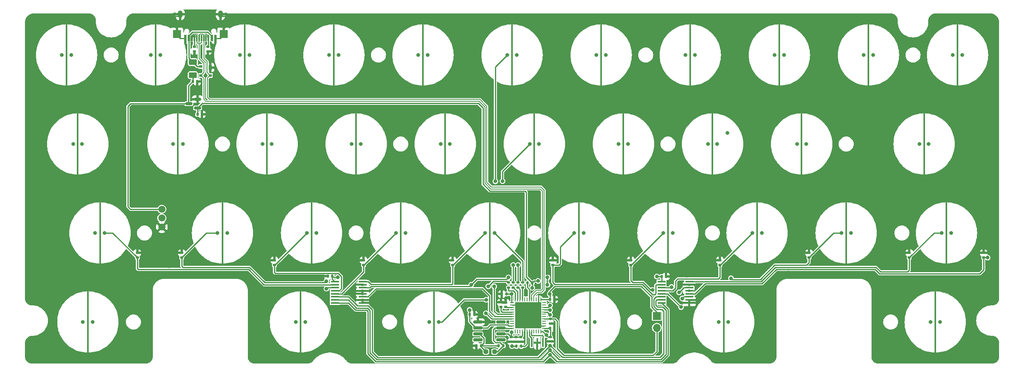
<source format=gbr>
%TF.GenerationSoftware,KiCad,Pcbnew,8.0.8*%
%TF.CreationDate,2025-03-01T19:11:40+01:00*%
%TF.ProjectId,travaulta WKL,74726176-6175-46c7-9461-20574b4c2e6b,rev?*%
%TF.SameCoordinates,Original*%
%TF.FileFunction,Copper,L4,Bot*%
%TF.FilePolarity,Positive*%
%FSLAX46Y46*%
G04 Gerber Fmt 4.6, Leading zero omitted, Abs format (unit mm)*
G04 Created by KiCad (PCBNEW 8.0.8) date 2025-03-01 19:11:40*
%MOMM*%
%LPD*%
G01*
G04 APERTURE LIST*
G04 Aperture macros list*
%AMRoundRect*
0 Rectangle with rounded corners*
0 $1 Rounding radius*
0 $2 $3 $4 $5 $6 $7 $8 $9 X,Y pos of 4 corners*
0 Add a 4 corners polygon primitive as box body*
4,1,4,$2,$3,$4,$5,$6,$7,$8,$9,$2,$3,0*
0 Add four circle primitives for the rounded corners*
1,1,$1+$1,$2,$3*
1,1,$1+$1,$4,$5*
1,1,$1+$1,$6,$7*
1,1,$1+$1,$8,$9*
0 Add four rect primitives between the rounded corners*
20,1,$1+$1,$2,$3,$4,$5,0*
20,1,$1+$1,$4,$5,$6,$7,0*
20,1,$1+$1,$6,$7,$8,$9,0*
20,1,$1+$1,$8,$9,$2,$3,0*%
%AMFreePoly0*
4,1,21,0.111114,6.666294,0.166294,6.611114,0.196157,6.539018,0.200000,6.500000,0.200000,-6.500000,0.196157,-6.539018,0.166294,-6.611114,0.111114,-6.666294,0.039018,-6.696157,-0.039018,-6.696157,-0.111114,-6.666294,-0.166294,-6.611114,-0.196157,-6.539018,-0.200000,-6.500000,-0.200000,6.500000,-0.196157,6.539018,-0.166294,6.611114,-0.111114,6.666294,-0.039018,6.696157,0.039018,6.696157,
0.111114,6.666294,0.111114,6.666294,$1*%
G04 Aperture macros list end*
%TA.AperFunction,SMDPad,CuDef*%
%ADD10FreePoly0,0.000000*%
%TD*%
%TA.AperFunction,SMDPad,CuDef*%
%ADD11FreePoly0,180.000000*%
%TD*%
%TA.AperFunction,ComponentPad*%
%ADD12C,1.500000*%
%TD*%
%TA.AperFunction,SMDPad,CuDef*%
%ADD13R,0.400000X1.900000*%
%TD*%
%TA.AperFunction,SMDPad,CuDef*%
%ADD14RoundRect,0.140000X0.140000X0.170000X-0.140000X0.170000X-0.140000X-0.170000X0.140000X-0.170000X0*%
%TD*%
%TA.AperFunction,SMDPad,CuDef*%
%ADD15RoundRect,0.140000X-0.140000X-0.170000X0.140000X-0.170000X0.140000X0.170000X-0.140000X0.170000X0*%
%TD*%
%TA.AperFunction,SMDPad,CuDef*%
%ADD16RoundRect,0.140000X-0.170000X0.140000X-0.170000X-0.140000X0.170000X-0.140000X0.170000X0.140000X0*%
%TD*%
%TA.AperFunction,SMDPad,CuDef*%
%ADD17RoundRect,0.150000X-0.825000X-0.150000X0.825000X-0.150000X0.825000X0.150000X-0.825000X0.150000X0*%
%TD*%
%TA.AperFunction,SMDPad,CuDef*%
%ADD18RoundRect,0.135000X-0.185000X0.135000X-0.185000X-0.135000X0.185000X-0.135000X0.185000X0.135000X0*%
%TD*%
%TA.AperFunction,SMDPad,CuDef*%
%ADD19RoundRect,0.135000X0.185000X-0.135000X0.185000X0.135000X-0.185000X0.135000X-0.185000X-0.135000X0*%
%TD*%
%TA.AperFunction,SMDPad,CuDef*%
%ADD20RoundRect,0.135000X-0.135000X-0.185000X0.135000X-0.185000X0.135000X0.185000X-0.135000X0.185000X0*%
%TD*%
%TA.AperFunction,SMDPad,CuDef*%
%ADD21RoundRect,0.062500X0.062500X-0.375000X0.062500X0.375000X-0.062500X0.375000X-0.062500X-0.375000X0*%
%TD*%
%TA.AperFunction,SMDPad,CuDef*%
%ADD22RoundRect,0.062500X0.375000X-0.062500X0.375000X0.062500X-0.375000X0.062500X-0.375000X-0.062500X0*%
%TD*%
%TA.AperFunction,SMDPad,CuDef*%
%ADD23R,5.600000X5.600000*%
%TD*%
%TA.AperFunction,SMDPad,CuDef*%
%ADD24R,1.778000X0.419100*%
%TD*%
%TA.AperFunction,SMDPad,CuDef*%
%ADD25RoundRect,0.135000X0.135000X0.185000X-0.135000X0.185000X-0.135000X-0.185000X0.135000X-0.185000X0*%
%TD*%
%TA.AperFunction,SMDPad,CuDef*%
%ADD26RoundRect,0.250000X-0.625000X0.375000X-0.625000X-0.375000X0.625000X-0.375000X0.625000X0.375000X0*%
%TD*%
%TA.AperFunction,SMDPad,CuDef*%
%ADD27R,0.700000X1.000000*%
%TD*%
%TA.AperFunction,SMDPad,CuDef*%
%ADD28R,0.700000X0.600000*%
%TD*%
%TA.AperFunction,SMDPad,CuDef*%
%ADD29RoundRect,0.140000X0.170000X-0.140000X0.170000X0.140000X-0.170000X0.140000X-0.170000X-0.140000X0*%
%TD*%
%TA.AperFunction,ComponentPad*%
%ADD30R,1.700000X1.700000*%
%TD*%
%TA.AperFunction,ComponentPad*%
%ADD31O,1.700000X1.700000*%
%TD*%
%TA.AperFunction,SMDPad,CuDef*%
%ADD32RoundRect,0.150000X0.587500X0.150000X-0.587500X0.150000X-0.587500X-0.150000X0.587500X-0.150000X0*%
%TD*%
%TA.AperFunction,SMDPad,CuDef*%
%ADD33R,0.600000X1.450000*%
%TD*%
%TA.AperFunction,SMDPad,CuDef*%
%ADD34R,0.300000X1.450000*%
%TD*%
%TA.AperFunction,SMDPad,CuDef*%
%ADD35R,1.700000X1.700000*%
%TD*%
%TA.AperFunction,ComponentPad*%
%ADD36O,1.000000X1.600000*%
%TD*%
%TA.AperFunction,SMDPad,CuDef*%
%ADD37RoundRect,0.237500X0.250000X0.237500X-0.250000X0.237500X-0.250000X-0.237500X0.250000X-0.237500X0*%
%TD*%
%TA.AperFunction,ViaPad*%
%ADD38C,0.800000*%
%TD*%
%TA.AperFunction,Conductor*%
%ADD39C,0.250000*%
%TD*%
%TA.AperFunction,Conductor*%
%ADD40C,0.200000*%
%TD*%
G04 APERTURE END LIST*
D10*
%TO.P,SW20,3,SG*%
%TO.N,GND*%
X211137500Y-76200000D03*
%TD*%
D11*
%TO.P,SW27,3,SG*%
%TO.N,GND*%
X163512500Y-95250000D03*
%TD*%
D10*
%TO.P,SW15,3,SG*%
%TO.N,GND*%
X115887500Y-76200000D03*
%TD*%
%TO.P,SW18,3,SG*%
%TO.N,GND*%
X173037500Y-76200000D03*
%TD*%
%TO.P,SW1,3,SG*%
%TO.N,GND*%
X53975000Y-57150000D03*
%TD*%
%TO.P,SW9,3,SG*%
%TO.N,GND*%
X206375000Y-57150000D03*
%TD*%
D11*
%TO.P,SW28,3,SG*%
%TO.N,GND*%
X182562500Y-95250000D03*
%TD*%
D10*
%TO.P,SW4,3,SG*%
%TO.N,GND*%
X111125000Y-57150000D03*
%TD*%
%TO.P,SW17,3,SG*%
%TO.N,GND*%
X153987500Y-76200000D03*
%TD*%
%TO.P,SW12,3,SG*%
%TO.N,GND*%
X56358000Y-76200000D03*
%TD*%
D11*
%TO.P,SW23,3,SG*%
%TO.N,GND*%
X87312500Y-95250000D03*
%TD*%
%TO.P,SW34,3,SG*%
%TO.N,GND*%
X132555000Y-114300000D03*
%TD*%
D10*
%TO.P,SW22,3,SG*%
%TO.N,GND*%
X61120000Y-95250000D03*
%TD*%
%TO.P,SW16,3,SG*%
%TO.N,GND*%
X134937500Y-76200000D03*
%TD*%
%TO.P,SW14,3,SG*%
%TO.N,GND*%
X96837500Y-76200000D03*
%TD*%
%TO.P,SW7,3,SG*%
%TO.N,GND*%
X168275000Y-57150000D03*
%TD*%
D11*
%TO.P,SW24,3,SG*%
%TO.N,GND*%
X106362500Y-95250000D03*
%TD*%
D10*
%TO.P,SW11,3,SG*%
%TO.N,GND*%
X244475000Y-57150000D03*
%TD*%
D12*
%TO.P,J1,1,Pin_1*%
%TO.N,GND*%
X74326714Y-93975000D03*
%TO.P,J1,2,Pin_2*%
%TO.N,RGB*%
X74326714Y-92075000D03*
%TO.P,J1,3,Pin_3*%
%TO.N,+5V*%
X74326714Y-90175000D03*
%TD*%
D11*
%TO.P,SW31,3,SG*%
%TO.N,GND*%
X242095000Y-95250000D03*
%TD*%
D10*
%TO.P,SW2,3,SG*%
%TO.N,GND*%
X73025000Y-57150000D03*
%TD*%
%TO.P,SW5,3,SG*%
%TO.N,GND*%
X130175000Y-57150000D03*
%TD*%
%TO.P,SW8,3,SG*%
%TO.N,GND*%
X187325000Y-57150000D03*
%TD*%
%TO.P,SW13,3,SG*%
%TO.N,GND*%
X77787500Y-76200000D03*
%TD*%
D11*
%TO.P,SW21,3,SG*%
%TO.N,GND*%
X237330000Y-76200000D03*
%TD*%
%TO.P,SW36,3,SG*%
%TO.N,GND*%
X194470000Y-114300000D03*
%TD*%
%TO.P,SW35,3,SG*%
%TO.N,GND*%
X165892000Y-114300000D03*
%TD*%
%TO.P,SW25,3,SG*%
%TO.N,GND*%
X125412500Y-95250000D03*
%TD*%
%TO.P,SW33,3,SG*%
%TO.N,GND*%
X103980000Y-114300000D03*
%TD*%
D10*
%TO.P,SW32,3,SG*%
%TO.N,GND*%
X58531250Y-114300000D03*
%TD*%
%TO.P,SW3,3,SG*%
%TO.N,GND*%
X92075000Y-57150000D03*
%TD*%
D11*
%TO.P,SW26,3,SG*%
%TO.N,GND*%
X144462500Y-95250000D03*
%TD*%
D10*
%TO.P,SW6,3,SG*%
%TO.N,GND*%
X149225000Y-57150000D03*
%TD*%
D11*
%TO.P,SW30,3,SG*%
%TO.N,GND*%
X220662500Y-95250000D03*
%TD*%
%TO.P,SW29,3,SG*%
%TO.N,GND*%
X201612500Y-95250000D03*
%TD*%
%TO.P,SW37,3,SG*%
%TO.N,GND*%
X239712500Y-114300000D03*
%TD*%
D10*
%TO.P,SW10,3,SG*%
%TO.N,GND*%
X225425000Y-57150000D03*
%TD*%
%TO.P,SW19,3,SG*%
%TO.N,GND*%
X192087500Y-76200000D03*
%TD*%
D13*
%TO.P,Y1,1,1*%
%TO.N,XTAL1*%
X153416000Y-118745000D03*
%TO.P,Y1,2,2*%
%TO.N,GND*%
X154616000Y-118745000D03*
%TO.P,Y1,3,3*%
%TO.N,XTAL0*%
X155816000Y-118745000D03*
%TD*%
D14*
%TO.P,C7,1*%
%TO.N,VBAT*%
X147984000Y-108331000D03*
%TO.P,C7,2*%
%TO.N,GND*%
X147024000Y-108331000D03*
%TD*%
D15*
%TO.P,C12,1*%
%TO.N,VBAT*%
X181178186Y-104534305D03*
%TO.P,C12,2*%
%TO.N,GND*%
X182138186Y-104534305D03*
%TD*%
D16*
%TO.P,C15,1*%
%TO.N,VBAT*%
X149031000Y-117540000D03*
%TO.P,C15,2*%
%TO.N,GND*%
X149031000Y-118500000D03*
%TD*%
D17*
%TO.P,U5,1*%
%TO.N,N/C*%
X141899097Y-118120501D03*
%TO.P,U5,2,IN-*%
%TO.N,Net-(JP1-B)*%
X141899097Y-116850501D03*
%TO.P,U5,3,IN+*%
%TO.N,APLEX_OUT_PIN_0*%
X141899097Y-115580501D03*
%TO.P,U5,4,V-*%
%TO.N,GND*%
X141899097Y-114310501D03*
%TO.P,U5,5*%
%TO.N,N/C*%
X146849097Y-114310501D03*
%TO.P,U5,6,OUT*%
%TO.N,ADC*%
X146849097Y-115580501D03*
%TO.P,U5,7,V+*%
%TO.N,VBAT*%
X146849097Y-116850501D03*
%TO.P,U5,8*%
%TO.N,N/C*%
X146849097Y-118120501D03*
%TD*%
D18*
%TO.P,R7,1*%
%TO.N,GND*%
X146843750Y-110107000D03*
%TO.P,R7,2*%
%TO.N,BOOT1*%
X146843750Y-111127000D03*
%TD*%
D19*
%TO.P,R11,1*%
%TO.N,COL2*%
X98425000Y-102110000D03*
%TO.P,R11,2*%
%TO.N,GND*%
X98425000Y-101090000D03*
%TD*%
D18*
%TO.P,R2,1*%
%TO.N,ROW2*%
X151511000Y-105877000D03*
%TO.P,R2,2*%
%TO.N,Net-(U1-PB15)*%
X151511000Y-106897000D03*
%TD*%
D15*
%TO.P,C9,1*%
%TO.N,VBAT*%
X157311000Y-115663994D03*
%TO.P,C9,2*%
%TO.N,GND*%
X158271000Y-115663994D03*
%TD*%
D20*
%TO.P,R4,1*%
%TO.N,Net-(U1-PA10)*%
X152525000Y-105918000D03*
%TO.P,R4,2*%
%TO.N,VBAT*%
X153545000Y-105918000D03*
%TD*%
D21*
%TO.P,U1,1,VBAT*%
%TO.N,VBAT*%
X155404000Y-116340500D03*
%TO.P,U1,2,PC13*%
%TO.N,unconnected-(U1-PC13-Pad2)*%
X154904000Y-116340500D03*
%TO.P,U1,3,PC14*%
%TO.N,unconnected-(U1-PC14-Pad3)*%
X154404000Y-116340500D03*
%TO.P,U1,4,PC15*%
%TO.N,unconnected-(U1-PC15-Pad4)*%
X153904000Y-116340500D03*
%TO.P,U1,5,PH0*%
%TO.N,XTAL0*%
X153404000Y-116340500D03*
%TO.P,U1,6,PH1*%
%TO.N,XTAL1*%
X152904000Y-116340500D03*
%TO.P,U1,7,NRST*%
%TO.N,NRST*%
X152404000Y-116340500D03*
%TO.P,U1,8,VSSA*%
%TO.N,GND*%
X151904000Y-116340500D03*
%TO.P,U1,9,VREF+*%
%TO.N,VBAT*%
X151404000Y-116340500D03*
%TO.P,U1,10,PA0*%
%TO.N,unconnected-(U1-PA0-Pad10)*%
X150904000Y-116340500D03*
%TO.P,U1,11,PA1*%
%TO.N,unconnected-(U1-PA1-Pad11)*%
X150404000Y-116340500D03*
%TO.P,U1,12,PA2*%
%TO.N,unconnected-(U1-PA2-Pad12)*%
X149904000Y-116340500D03*
D22*
%TO.P,U1,13,PA3*%
%TO.N,ADC*%
X149216500Y-115653000D03*
%TO.P,U1,14,PA4*%
%TO.N,APLEX_OUT_PIN_0*%
X149216500Y-115153000D03*
%TO.P,U1,15,PA5*%
%TO.N,unconnected-(U1-PA5-Pad15)*%
X149216500Y-114653000D03*
%TO.P,U1,16,PA6*%
%TO.N,unconnected-(U1-PA6-Pad16)*%
X149216500Y-114153000D03*
%TO.P,U1,17,PA7*%
%TO.N,RGB*%
X149216500Y-113653000D03*
%TO.P,U1,18,PB0*%
%TO.N,APLEX_EN_PIN_0*%
X149216500Y-113153000D03*
%TO.P,U1,19,PB1*%
%TO.N,APLEX_EN_PIN_1*%
X149216500Y-112653000D03*
%TO.P,U1,20,PB2*%
%TO.N,BOOT1*%
X149216500Y-112153000D03*
%TO.P,U1,21,PB10*%
%TO.N,unconnected-(U1-PB10-Pad21)*%
X149216500Y-111653000D03*
%TO.P,U1,22,VCAP1*%
%TO.N,Net-(U1-VCAP1)*%
X149216500Y-111153000D03*
%TO.P,U1,23,VSS*%
%TO.N,GND*%
X149216500Y-110653000D03*
%TO.P,U1,24,VDD*%
%TO.N,VBAT*%
X149216500Y-110153000D03*
D21*
%TO.P,U1,25,PB12*%
%TO.N,Net-(U1-PB12)*%
X149904000Y-109465500D03*
%TO.P,U1,26,PB13*%
%TO.N,Net-(U1-PB13)*%
X150404000Y-109465500D03*
%TO.P,U1,27,PB14*%
%TO.N,Net-(U1-PB14)*%
X150904000Y-109465500D03*
%TO.P,U1,28,PB15*%
%TO.N,Net-(U1-PB15)*%
X151404000Y-109465500D03*
%TO.P,U1,29,PA8*%
%TO.N,unconnected-(U1-PA8-Pad29)*%
X151904000Y-109465500D03*
%TO.P,U1,30,PA9*%
%TO.N,unconnected-(U1-PA9-Pad30)*%
X152404000Y-109465500D03*
%TO.P,U1,31,PA10*%
%TO.N,Net-(U1-PA10)*%
X152904000Y-109465500D03*
%TO.P,U1,32,PA11*%
%TO.N,D-*%
X153404000Y-109465500D03*
%TO.P,U1,33,PA12*%
%TO.N,D+*%
X153904000Y-109465500D03*
%TO.P,U1,34,PA13*%
%TO.N,SWDIO*%
X154404000Y-109465500D03*
%TO.P,U1,35,VSS*%
%TO.N,GND*%
X154904000Y-109465500D03*
%TO.P,U1,36,VDD*%
%TO.N,VBAT*%
X155404000Y-109465500D03*
D22*
%TO.P,U1,37,PA14*%
%TO.N,SWCLK*%
X156091500Y-110153000D03*
%TO.P,U1,38,PA15*%
%TO.N,unconnected-(U1-PA15-Pad38)*%
X156091500Y-110653000D03*
%TO.P,U1,39,PB3*%
%TO.N,AMUX_SEL_2*%
X156091500Y-111153000D03*
%TO.P,U1,40,PB4*%
%TO.N,AMUX_SEL_1*%
X156091500Y-111653000D03*
%TO.P,U1,41,PB5*%
%TO.N,AMUX_SEL_0*%
X156091500Y-112153000D03*
%TO.P,U1,42,PB6*%
%TO.N,unconnected-(U1-PB6-Pad42)*%
X156091500Y-112653000D03*
%TO.P,U1,43,PB7*%
%TO.N,unconnected-(U1-PB7-Pad43)*%
X156091500Y-113153000D03*
%TO.P,U1,44,BOOT0*%
%TO.N,BOOT0*%
X156091500Y-113653000D03*
%TO.P,U1,45,PB8*%
%TO.N,unconnected-(U1-PB8-Pad45)*%
X156091500Y-114153000D03*
%TO.P,U1,46,PB9*%
%TO.N,unconnected-(U1-PB9-Pad46)*%
X156091500Y-114653000D03*
%TO.P,U1,47,VSS*%
%TO.N,GND*%
X156091500Y-115153000D03*
%TO.P,U1,48,VDD*%
%TO.N,VBAT*%
X156091500Y-115653000D03*
D23*
%TO.P,U1,49,VSS*%
%TO.N,GND*%
X152654000Y-112903000D03*
%TD*%
D19*
%TO.P,R12,1*%
%TO.N,COL5*%
X157956250Y-102110000D03*
%TO.P,R12,2*%
%TO.N,GND*%
X157956250Y-101090000D03*
%TD*%
%TO.P,R15,1*%
%TO.N,COL0*%
X69088000Y-100522500D03*
%TO.P,R15,2*%
%TO.N,GND*%
X69088000Y-99502500D03*
%TD*%
D16*
%TO.P,C11,1*%
%TO.N,VBAT*%
X151063000Y-117540000D03*
%TO.P,C11,2*%
%TO.N,GND*%
X151063000Y-118500000D03*
%TD*%
D19*
%TO.P,R13,1*%
%TO.N,COL1*%
X78581250Y-100522500D03*
%TO.P,R13,2*%
%TO.N,GND*%
X78581250Y-99502500D03*
%TD*%
D15*
%TO.P,C8,1*%
%TO.N,VBAT*%
X157311000Y-109474000D03*
%TO.P,C8,2*%
%TO.N,GND*%
X158271000Y-109474000D03*
%TD*%
D19*
%TO.P,R10,1*%
%TO.N,COL6*%
X174625000Y-102110000D03*
%TO.P,R10,2*%
%TO.N,GND*%
X174625000Y-101090000D03*
%TD*%
D24*
%TO.P,U3,1,A4*%
%TO.N,COL9*%
X187124340Y-105676700D03*
%TO.P,U3,2,A6*%
%TO.N,GND*%
X187124340Y-106326940D03*
%TO.P,U3,3,A*%
%TO.N,APLEX_OUT_PIN_0*%
X187124340Y-106977180D03*
%TO.P,U3,4,A7*%
%TO.N,GND*%
X187124340Y-107627420D03*
%TO.P,U3,5,A5*%
%TO.N,COL10*%
X187124340Y-108272580D03*
%TO.P,U3,6,~{E}*%
%TO.N,APLEX_EN_PIN_1*%
X187124340Y-108922820D03*
%TO.P,U3,7,VEE*%
%TO.N,GND*%
X187124340Y-109573060D03*
%TO.P,U3,8,GND*%
X187124340Y-110223300D03*
%TO.P,U3,9,S2*%
%TO.N,AMUX_SEL_2*%
X181175660Y-110223300D03*
%TO.P,U3,10,S1*%
%TO.N,AMUX_SEL_1*%
X181175660Y-109573060D03*
%TO.P,U3,11,S0*%
%TO.N,AMUX_SEL_0*%
X181175660Y-108922820D03*
%TO.P,U3,12,A3*%
%TO.N,COL8*%
X181175660Y-108272580D03*
%TO.P,U3,13,A0*%
%TO.N,COL7*%
X181175660Y-107627420D03*
%TO.P,U3,14,A1*%
%TO.N,COL6*%
X181175660Y-106977180D03*
%TO.P,U3,15,A2*%
%TO.N,COL5*%
X181175660Y-106326940D03*
%TO.P,U3,16,VCC*%
%TO.N,VBAT*%
X181175660Y-105676700D03*
%TD*%
D19*
%TO.P,R1,1*%
%TO.N,Net-(U1-PB12)*%
X148463000Y-106897000D03*
%TO.P,R1,2*%
%TO.N,ROW3*%
X148463000Y-105877000D03*
%TD*%
%TO.P,R16,1*%
%TO.N,COL9*%
X234156250Y-100522500D03*
%TO.P,R16,2*%
%TO.N,GND*%
X234156250Y-99502500D03*
%TD*%
D14*
%TO.P,C14,1*%
%TO.N,GND*%
X141132500Y-112712500D03*
%TO.P,C14,2*%
%TO.N,APLEX_OUT_PIN_0*%
X140172500Y-112712500D03*
%TD*%
D19*
%TO.P,R9,1*%
%TO.N,Net-(U1-PB13)*%
X149479000Y-106897000D03*
%TO.P,R9,2*%
%TO.N,ROW0*%
X149479000Y-105877000D03*
%TD*%
D14*
%TO.P,C13,1*%
%TO.N,VBAT*%
X110811250Y-104485820D03*
%TO.P,C13,2*%
%TO.N,GND*%
X109851250Y-104485820D03*
%TD*%
D20*
%TO.P,R21,1*%
%TO.N,Net-(JP1-B)*%
X146332687Y-119390501D03*
%TO.P,R21,2*%
%TO.N,ADC*%
X147352687Y-119390501D03*
%TD*%
D15*
%TO.P,C5,1*%
%TO.N,VBAT*%
X81943000Y-69850000D03*
%TO.P,C5,2*%
%TO.N,GND*%
X82903000Y-69850000D03*
%TD*%
D19*
%TO.P,R20,1*%
%TO.N,COL7*%
X193675000Y-102110000D03*
%TO.P,R20,2*%
%TO.N,GND*%
X193675000Y-101090000D03*
%TD*%
D25*
%TO.P,R23,1*%
%TO.N,Net-(JP1-B)*%
X142592312Y-119390501D03*
%TO.P,R23,2*%
%TO.N,GND*%
X141572312Y-119390501D03*
%TD*%
D19*
%TO.P,R14,1*%
%TO.N,COL8*%
X212725000Y-100522500D03*
%TO.P,R14,2*%
%TO.N,GND*%
X212725000Y-99502500D03*
%TD*%
D20*
%TO.P,R6,1*%
%TO.N,VBAT*%
X150169000Y-119507000D03*
%TO.P,R6,2*%
%TO.N,NRST*%
X151189000Y-119507000D03*
%TD*%
D26*
%TO.P,F_USBC1,1*%
%TO.N,VCC*%
X80962500Y-58671000D03*
%TO.P,F_USBC1,2*%
%TO.N,+5V*%
X80962500Y-61471000D03*
%TD*%
D27*
%TO.P,D1,1,GND*%
%TO.N,GND*%
X84693000Y-59829000D03*
D28*
%TO.P,D1,2,I/O1*%
%TO.N,D+*%
X84693000Y-61529000D03*
%TO.P,D1,3,I/O2*%
%TO.N,D-*%
X82693000Y-61529000D03*
%TO.P,D1,4,VCC*%
%TO.N,VCC*%
X82693000Y-59629000D03*
%TD*%
D19*
%TO.P,R18,1*%
%TO.N,GND*%
X81280000Y-56356250D03*
%TO.P,R18,2*%
%TO.N,Net-(USB1-CC1)*%
X81280000Y-55336250D03*
%TD*%
D18*
%TO.P,R3,1*%
%TO.N,BOOT0*%
X157410000Y-113663000D03*
%TO.P,R3,2*%
%TO.N,GND*%
X157410000Y-114683000D03*
%TD*%
%TO.P,R8,1*%
%TO.N,ROW1*%
X150495000Y-105877000D03*
%TO.P,R8,2*%
%TO.N,Net-(U1-PB14)*%
X150495000Y-106897000D03*
%TD*%
D19*
%TO.P,R5,1*%
%TO.N,COL10*%
X250064616Y-100522500D03*
%TO.P,R5,2*%
%TO.N,GND*%
X250064616Y-99502500D03*
%TD*%
D29*
%TO.P,C1,1*%
%TO.N,Net-(U1-VCAP1)*%
X147885000Y-111097000D03*
%TO.P,C1,2*%
%TO.N,GND*%
X147885000Y-110137000D03*
%TD*%
D15*
%TO.P,C4,1*%
%TO.N,+5V*%
X80927000Y-62865000D03*
%TO.P,C4,2*%
%TO.N,GND*%
X81887000Y-62865000D03*
%TD*%
D24*
%TO.P,U4,1,A4*%
%TO.N,COL4*%
X117274340Y-105676700D03*
%TO.P,U4,2,A6*%
%TO.N,GND*%
X117274340Y-106326940D03*
%TO.P,U4,3,A*%
%TO.N,APLEX_OUT_PIN_0*%
X117274340Y-106977180D03*
%TO.P,U4,4,A7*%
%TO.N,GND*%
X117274340Y-107627420D03*
%TO.P,U4,5,A5*%
X117274340Y-108272580D03*
%TO.P,U4,6,~{E}*%
%TO.N,APLEX_EN_PIN_0*%
X117274340Y-108922820D03*
%TO.P,U4,7,VEE*%
%TO.N,GND*%
X117274340Y-109573060D03*
%TO.P,U4,8,GND*%
X117274340Y-110223300D03*
%TO.P,U4,9,S2*%
%TO.N,AMUX_SEL_2*%
X111325660Y-110223300D03*
%TO.P,U4,10,S1*%
%TO.N,AMUX_SEL_1*%
X111325660Y-109573060D03*
%TO.P,U4,11,S0*%
%TO.N,AMUX_SEL_0*%
X111325660Y-108922820D03*
%TO.P,U4,12,A3*%
%TO.N,COL3*%
X111325660Y-108272580D03*
%TO.P,U4,13,A0*%
%TO.N,COL2*%
X111325660Y-107627420D03*
%TO.P,U4,14,A1*%
%TO.N,COL1*%
X111325660Y-106977180D03*
%TO.P,U4,15,A2*%
%TO.N,COL0*%
X111325660Y-106326940D03*
%TO.P,U4,16,VCC*%
%TO.N,VBAT*%
X111325660Y-105676700D03*
%TD*%
D30*
%TO.P,SW38,1,A*%
%TO.N,VBAT*%
X180181250Y-113025000D03*
D31*
%TO.P,SW38,2,B*%
%TO.N,BOOT0*%
X180181250Y-115565000D03*
%TD*%
D16*
%TO.P,C6,1*%
%TO.N,VBAT*%
X157410000Y-117503000D03*
%TO.P,C6,2*%
%TO.N,GND*%
X157410000Y-118463000D03*
%TD*%
D32*
%TO.P,U2,1,GND*%
%TO.N,GND*%
X81963500Y-66614000D03*
%TO.P,U2,2,VO*%
%TO.N,VBAT*%
X81963500Y-68514000D03*
%TO.P,U2,3,VI*%
%TO.N,+5V*%
X80088500Y-67564000D03*
%TD*%
D33*
%TO.P,USB1,1,GND*%
%TO.N,GND*%
X79325000Y-53538750D03*
%TO.P,USB1,2,VBUS*%
%TO.N,VCC*%
X80100000Y-53538750D03*
D34*
%TO.P,USB1,3,SBU2*%
%TO.N,unconnected-(USB1-SBU2-Pad3)*%
X80800000Y-53538750D03*
%TO.P,USB1,4,CC1*%
%TO.N,Net-(USB1-CC1)*%
X81300000Y-53538750D03*
%TO.P,USB1,5,DN2*%
%TO.N,D-*%
X81800000Y-53538750D03*
%TO.P,USB1,6,DP1*%
%TO.N,D+*%
X82300000Y-53538750D03*
%TO.P,USB1,7,DN1*%
%TO.N,D-*%
X82800000Y-53538750D03*
%TO.P,USB1,8,DP2*%
%TO.N,D+*%
X83300000Y-53538750D03*
%TO.P,USB1,9,SBU1*%
%TO.N,unconnected-(USB1-SBU1-Pad9)*%
X83800000Y-53538750D03*
%TO.P,USB1,10,CC2*%
%TO.N,Net-(USB1-CC2)*%
X84300000Y-53538750D03*
D33*
%TO.P,USB1,11,VBUS*%
%TO.N,VCC*%
X85000000Y-53538750D03*
%TO.P,USB1,12,GND*%
%TO.N,GND*%
X85775000Y-53538750D03*
D35*
%TO.P,USB1,13,SHIELD*%
X77550000Y-52643750D03*
D36*
X78230000Y-48443750D03*
X86870000Y-48443750D03*
D35*
X87550000Y-52643750D03*
%TD*%
D37*
%TO.P,JP1,1,A*%
%TO.N,ADC*%
X145462340Y-120650000D03*
%TO.P,JP1,2,B*%
%TO.N,Net-(JP1-B)*%
X143637340Y-120650000D03*
%TD*%
D19*
%TO.P,R19,1*%
%TO.N,COL4*%
X136525000Y-102110000D03*
%TO.P,R19,2*%
%TO.N,GND*%
X136525000Y-101090000D03*
%TD*%
D18*
%TO.P,R24,1*%
%TO.N,Net-(USB1-CC2)*%
X84201000Y-55336250D03*
%TO.P,R24,2*%
%TO.N,GND*%
X84201000Y-56356250D03*
%TD*%
D16*
%TO.P,C10,1*%
%TO.N,VBAT*%
X150047000Y-117540000D03*
%TO.P,C10,2*%
%TO.N,GND*%
X150047000Y-118500000D03*
%TD*%
D19*
%TO.P,R17,1*%
%TO.N,COL3*%
X117475000Y-102110000D03*
%TO.P,R17,2*%
%TO.N,GND*%
X117475000Y-101090000D03*
%TD*%
D38*
%TO.N,GND*%
X96681059Y-104725779D03*
X114300000Y-68278054D03*
X135638233Y-104424633D03*
X122292343Y-86296022D03*
X151003000Y-99314000D03*
X139250795Y-88412622D03*
X210525546Y-103806066D03*
X239712500Y-104775000D03*
X88940311Y-103911118D03*
X113506250Y-117475000D03*
X153834888Y-121069830D03*
X153987500Y-93059250D03*
X84617181Y-83073023D03*
X81280000Y-57277000D03*
X82550000Y-49999000D03*
X196359829Y-83116621D03*
X146685079Y-65962540D03*
X87249000Y-80010000D03*
X117475000Y-68262500D03*
X94884744Y-114250729D03*
X94253743Y-105454033D03*
X175418750Y-111125000D03*
X47117000Y-76200000D03*
X215664745Y-101760584D03*
X218126996Y-103858044D03*
X244475000Y-104775000D03*
X232187509Y-86321867D03*
X186531250Y-104366597D03*
X202414130Y-107184636D03*
X103187500Y-83125992D03*
X139269702Y-83220487D03*
X119027099Y-64169317D03*
X51593750Y-107950000D03*
X77430000Y-51094000D03*
X158623000Y-82423000D03*
X234216716Y-86307268D03*
X178593750Y-104324688D03*
X175451935Y-104317849D03*
X84595481Y-88265158D03*
X84198075Y-57286253D03*
X107950000Y-68278054D03*
X137621572Y-104395436D03*
X182499000Y-80010000D03*
X117445381Y-65971118D03*
X113284000Y-114300000D03*
X94884744Y-109488229D03*
X232181682Y-85070595D03*
X101290238Y-102836574D03*
X156464799Y-64146969D03*
X144653000Y-76200000D03*
X233867827Y-64186346D03*
X120296642Y-83089298D03*
X158623000Y-84455000D03*
X88926415Y-65964205D03*
X177006250Y-108743750D03*
X142113000Y-110617000D03*
X213758720Y-65997413D03*
X194539821Y-104317849D03*
X113506250Y-111125000D03*
X154940000Y-86995000D03*
X123031250Y-104410035D03*
X175816362Y-65997905D03*
X196320496Y-85086672D03*
X114300000Y-107950000D03*
X101155500Y-83125992D03*
X228234475Y-102096352D03*
X173101000Y-95250000D03*
X208313856Y-103762270D03*
X141859000Y-80010000D03*
X150971210Y-89699174D03*
X121059099Y-64169317D03*
X152584000Y-112903000D03*
X82585181Y-83073023D03*
X144374097Y-116215501D03*
X158753070Y-104320989D03*
X137901311Y-64231533D03*
X63156734Y-86285172D03*
X47371000Y-50800000D03*
X156928922Y-103265359D03*
X82566274Y-88265158D03*
X121095883Y-65974574D03*
X208354018Y-101320296D03*
X192539949Y-102088341D03*
X148844000Y-86995079D03*
X101308819Y-104740377D03*
X234950000Y-61087000D03*
X60075298Y-64176230D03*
X215275605Y-85030152D03*
X160918079Y-102299291D03*
X177839421Y-64193631D03*
X139700000Y-57150000D03*
X206235802Y-103784623D03*
X153987500Y-100806250D03*
X99867728Y-65952852D03*
X88900000Y-68262500D03*
X248723591Y-102754966D03*
X138112500Y-107950000D03*
X215781779Y-64193139D03*
X183356250Y-120650000D03*
X217310639Y-86266825D03*
X65200540Y-88255984D03*
X190232918Y-104293450D03*
X120257309Y-85059349D03*
X153987500Y-102393750D03*
X158750000Y-57150000D03*
X99815881Y-64231533D03*
X111125000Y-65960003D03*
X82551675Y-86294346D03*
X142081250Y-106362500D03*
X142081250Y-107950000D03*
X246856250Y-107950000D03*
X232568750Y-102393750D03*
X232221015Y-83100544D03*
X101121994Y-86347315D03*
X156972000Y-86995000D03*
X197035308Y-64193631D03*
X217346938Y-83060101D03*
X120650000Y-107955425D03*
X54768750Y-101600000D03*
X98943844Y-107338930D03*
X215900000Y-57150000D03*
X127793750Y-107950000D03*
X197044249Y-65997905D03*
X141265403Y-86427211D03*
X153035000Y-86995000D03*
X146812000Y-86995000D03*
X106389136Y-104784173D03*
X114272348Y-65964205D03*
X196850000Y-57150000D03*
X239734595Y-102760391D03*
X106426000Y-76200000D03*
X98422526Y-65950379D03*
X70258761Y-108749174D03*
X123825000Y-65951243D03*
X227806250Y-120650000D03*
X153987500Y-91281250D03*
X143668750Y-104344178D03*
X159004000Y-110744000D03*
X156972000Y-84455000D03*
X157861000Y-85725000D03*
X122328642Y-83089298D03*
X78607665Y-65964205D03*
X144653000Y-72517000D03*
X125349000Y-80010000D03*
X146559275Y-69986416D03*
X234213682Y-85070595D03*
X233876768Y-65990620D03*
X120709967Y-104380837D03*
X106432932Y-107222141D03*
X179168520Y-86356192D03*
X177800000Y-53213000D03*
X82189797Y-64153271D03*
X251079000Y-50800000D03*
X85751415Y-65964205D03*
X127000000Y-68309162D03*
X179165486Y-85119519D03*
X114183211Y-104585218D03*
X226218750Y-101600000D03*
X217325238Y-88252236D03*
X92075000Y-68262500D03*
X122306942Y-88281433D03*
X173573173Y-104293450D03*
X223547995Y-101848176D03*
X134874000Y-95250000D03*
X248701496Y-104769575D03*
X227806250Y-114300000D03*
X183356250Y-110331250D03*
X120277735Y-88281433D03*
X230187500Y-102393750D03*
X123031250Y-117475000D03*
X92075000Y-65964205D03*
X51435000Y-95250000D03*
X96774000Y-95250000D03*
X251206000Y-63500000D03*
X140493750Y-104333809D03*
X215281432Y-86281424D03*
X80962500Y-60071000D03*
X231844768Y-65990620D03*
X198391829Y-83116621D03*
X98900048Y-104754976D03*
X227806250Y-107950000D03*
X91599229Y-101561070D03*
X217307605Y-85030152D03*
X244094000Y-69723000D03*
X158496799Y-64146969D03*
X171170882Y-120668224D03*
X82545848Y-85043074D03*
X70380974Y-114234306D03*
X184943750Y-117475000D03*
X130175000Y-68309162D03*
X160911418Y-104281020D03*
X164306250Y-104289692D03*
X98425000Y-68262500D03*
X95250000Y-68262500D03*
X103936569Y-104827969D03*
X49530000Y-69850000D03*
X60116776Y-66008155D03*
X132471848Y-104419208D03*
X220886133Y-103858044D03*
X148844000Y-82296000D03*
X101847881Y-64231533D03*
X63171333Y-88255984D03*
X87249000Y-72644000D03*
X70643750Y-91281250D03*
X127000000Y-65951243D03*
X234950000Y-104775000D03*
X210565708Y-101364092D03*
X75692000Y-48895000D03*
X120650000Y-117475000D03*
X143083129Y-86703106D03*
X177848362Y-65997905D03*
X200037961Y-104339926D03*
X179183119Y-88341603D03*
X133383834Y-65953835D03*
X139933311Y-64231533D03*
X83568550Y-101824404D03*
X120650000Y-111125000D03*
X179387500Y-119856250D03*
X215314938Y-83060101D03*
X198063398Y-104339926D03*
X150876000Y-84455000D03*
X84577848Y-85043074D03*
X126525678Y-120534355D03*
X65182907Y-85033900D03*
X111125000Y-68278054D03*
X96666461Y-107309733D03*
X198029931Y-107050767D03*
X85725000Y-68262500D03*
X175807421Y-64193631D03*
X123825000Y-68309162D03*
X136525000Y-68262500D03*
X192561494Y-104301005D03*
X227806250Y-104775000D03*
X203200000Y-114300000D03*
X175418750Y-107530039D03*
X246856250Y-119856250D03*
X246878345Y-102760391D03*
X95250000Y-65964205D03*
X125412500Y-107950000D03*
X103148167Y-85096043D03*
X150876000Y-87009677D03*
X71661345Y-103815799D03*
X182499000Y-72390000D03*
X86311676Y-103889220D03*
X109064523Y-103037765D03*
X141224000Y-82677000D03*
X237331250Y-104775000D03*
X200238764Y-107151169D03*
X120263136Y-86310621D03*
X246856250Y-104775000D03*
X226176141Y-103893658D03*
X139236196Y-86441810D03*
X202406250Y-103187500D03*
X232568750Y-104775000D03*
X101899728Y-65952852D03*
X152781000Y-84455000D03*
X133350000Y-68309162D03*
X73739399Y-103793446D03*
X161131250Y-107950000D03*
X101411009Y-107222141D03*
X123848305Y-120534355D03*
X177172819Y-83149468D03*
X119063883Y-65974574D03*
X175418750Y-117475000D03*
X232202108Y-88292679D03*
X198352496Y-85086672D03*
X141224000Y-88519000D03*
X81075201Y-103881038D03*
X215296031Y-88252236D03*
X234950000Y-102393750D03*
X234253015Y-83100544D03*
X120650000Y-114300000D03*
X115824000Y-99314000D03*
X242115845Y-102760391D03*
X160654407Y-87046427D03*
X203200000Y-110331250D03*
X65185941Y-86270573D03*
X137872571Y-65974082D03*
X179387500Y-118268750D03*
X144653079Y-65962540D03*
X141859000Y-72517000D03*
X177133486Y-85119519D03*
X156473740Y-65951243D03*
X130175000Y-104413054D03*
X160655000Y-84455000D03*
X68453000Y-76200000D03*
X201676000Y-76200000D03*
X252412500Y-57150000D03*
X154940000Y-84455000D03*
X146681488Y-64206158D03*
X192024000Y-91313000D03*
X170583240Y-107583554D03*
X138112500Y-120650000D03*
X231835827Y-64186346D03*
X120650000Y-53213000D03*
X77851000Y-95250000D03*
X157162500Y-89693750D03*
X224282000Y-80137000D03*
X70358000Y-105664000D03*
X170676988Y-104308377D03*
X115824000Y-91313000D03*
X146793645Y-104323439D03*
X94884744Y-120600729D03*
X177800000Y-120601289D03*
X147066000Y-107315000D03*
X244497095Y-102760391D03*
X70643750Y-99218750D03*
X70258761Y-120655424D03*
X120650000Y-60960000D03*
X198370129Y-88308756D03*
X121126329Y-68333618D03*
X123031250Y-107950000D03*
X153321343Y-104242074D03*
X91601684Y-103924834D03*
X242093750Y-104775000D03*
X195892007Y-102087464D03*
X158505740Y-65951243D03*
X125412500Y-104424633D03*
X130175000Y-65951243D03*
X213749779Y-64193139D03*
X183356250Y-118268750D03*
X69494010Y-103866335D03*
X144653000Y-67691000D03*
X229235000Y-95250000D03*
X141807427Y-69986416D03*
X196340922Y-88308756D03*
X122289309Y-85059349D03*
X148814813Y-120969428D03*
X65659000Y-76200000D03*
X147896567Y-109273002D03*
X62148776Y-66008155D03*
X101600000Y-57150000D03*
X153987500Y-99218750D03*
X78581250Y-68262500D03*
X95250000Y-103187500D03*
X103937454Y-102919300D03*
X63190240Y-83063849D03*
X119856250Y-109537500D03*
X103165800Y-88318127D03*
X204355226Y-105477810D03*
X144632258Y-70008314D03*
X243967000Y-85725000D03*
X139904571Y-65974082D03*
X158622407Y-87046427D03*
X154781250Y-103961226D03*
X89408000Y-48895000D03*
X224282000Y-72390000D03*
X93662500Y-101600000D03*
X125349000Y-72517000D03*
X75914406Y-102336472D03*
X139230369Y-85190538D03*
X83552539Y-103889220D03*
X160655000Y-82423000D03*
X195003308Y-64193631D03*
X184943750Y-114300000D03*
X157162500Y-99314000D03*
X179204819Y-83149468D03*
X177139313Y-86370791D03*
X75951089Y-103837242D03*
X101911437Y-68262500D03*
X175418750Y-120567822D03*
X192625972Y-107021113D03*
X215649658Y-103849862D03*
X104775000Y-65960003D03*
X163576000Y-76200000D03*
X195012249Y-65997905D03*
X111531688Y-103066962D03*
X71700833Y-102228857D03*
X144907000Y-86995000D03*
X158750000Y-107950000D03*
X198355530Y-86323345D03*
X81067320Y-101785474D03*
X106404619Y-102948497D03*
X144652281Y-64206158D03*
X144653000Y-82296000D03*
X144653000Y-80010000D03*
X251079000Y-95123000D03*
X148209000Y-101981000D03*
X107936174Y-65943466D03*
X65222240Y-83063849D03*
X98806000Y-50800000D03*
X211201000Y-95250000D03*
X146685000Y-72517000D03*
X230187500Y-104775000D03*
X173617597Y-107561243D03*
X84580882Y-86279747D03*
X167481250Y-104289692D03*
X62107298Y-64176230D03*
X78581250Y-63500000D03*
X146685000Y-80010000D03*
X196326323Y-86337944D03*
X250825000Y-87312500D03*
X120903194Y-120567822D03*
X190240765Y-102103407D03*
X101136593Y-88318127D03*
X103151201Y-86332716D03*
X127793750Y-104424633D03*
X213131398Y-103827964D03*
X161544000Y-85725000D03*
X63150907Y-85033900D03*
X203200000Y-120650000D03*
X141262369Y-85190538D03*
X141287500Y-120650000D03*
X101116167Y-85096043D03*
X153987500Y-89503250D03*
X84137500Y-68262500D03*
X206275964Y-101342649D03*
X177153912Y-88341603D03*
X189706250Y-107950000D03*
X87312500Y-63500000D03*
X213591743Y-101731387D03*
X104775000Y-68278054D03*
X118067619Y-104395436D03*
X223514768Y-103879942D03*
X78556941Y-103859140D03*
X237353345Y-102760391D03*
X136558834Y-65953835D03*
X148844000Y-84455000D03*
X227965000Y-76200000D03*
X183356250Y-104370593D03*
X158632093Y-88982166D03*
X73764104Y-102267787D03*
X246062500Y-76200000D03*
X146685000Y-67691000D03*
X177800000Y-60960000D03*
X215790720Y-65997413D03*
X139953601Y-68350091D03*
X87653038Y-51101306D03*
X84074000Y-69850000D03*
X151425252Y-121036363D03*
X184943750Y-106362500D03*
%TO.N,APLEX_OUT_PIN_0*%
X156787000Y-106362500D03*
X156787000Y-104775000D03*
X148431250Y-104775000D03*
X140493750Y-106362500D03*
X140168917Y-111725196D03*
X184943750Y-107950000D03*
%TO.N,ROW0*%
X243459000Y-57150000D03*
X110109000Y-57150000D03*
X186309000Y-57150000D03*
X148209000Y-57150000D03*
X167259000Y-57150000D03*
X224409000Y-57150000D03*
X129159000Y-57150000D03*
X72009000Y-57150000D03*
X52959000Y-57150000D03*
X91059000Y-57150000D03*
X145671499Y-84193250D03*
X149495497Y-102108000D03*
X205359000Y-57150000D03*
%TO.N,ROW1*%
X55372000Y-76200000D03*
X191135000Y-76200000D03*
X133985000Y-76200000D03*
X76708000Y-76200000D03*
X153035000Y-76200000D03*
X210185000Y-76200000D03*
X171958000Y-76200000D03*
X114935000Y-76200000D03*
X150495000Y-102108000D03*
X238252000Y-76200000D03*
X147189791Y-84150476D03*
X95885000Y-76200000D03*
%TO.N,VBAT*%
X149155000Y-108331000D03*
X180168284Y-104576503D03*
X149158000Y-116524000D03*
X153545858Y-106982709D03*
X156556000Y-117129000D03*
X149189578Y-119489093D03*
X157291782Y-108302925D03*
X111918750Y-104775000D03*
X154781250Y-105533209D03*
%TO.N,COL0*%
X59531250Y-114300000D03*
X62103000Y-95250000D03*
X54991000Y-57150000D03*
X57277000Y-76200000D03*
%TO.N,COL1*%
X74041000Y-57150000D03*
X109537500Y-107156250D03*
X109537500Y-105568750D03*
X86233000Y-95250000D03*
X78867000Y-76200000D03*
%TO.N,COL2*%
X103005828Y-114300000D03*
X93075000Y-57150000D03*
X105362500Y-95250000D03*
X97790000Y-76200000D03*
%TO.N,COL3*%
X124412500Y-95250000D03*
X116887500Y-76200000D03*
X131555000Y-114300000D03*
X112125000Y-57150000D03*
%TO.N,COL4*%
X143462500Y-95250000D03*
X135937500Y-76200000D03*
X131175000Y-57150000D03*
%TO.N,COL5*%
X150241000Y-57150000D03*
X162512500Y-95250000D03*
X164846000Y-114300000D03*
X154940000Y-76200000D03*
%TO.N,COL6*%
X169291000Y-57150000D03*
X173990000Y-76200000D03*
X181562500Y-95250000D03*
X183324719Y-106823574D03*
X179237160Y-107440416D03*
%TO.N,COL7*%
X188325000Y-57150000D03*
X195262500Y-73818750D03*
X200612500Y-95250000D03*
X193421000Y-114300000D03*
X193040000Y-76200000D03*
%TO.N,COL8*%
X207391000Y-57150000D03*
X196056250Y-104952200D03*
X219662500Y-95250000D03*
X185352690Y-111125000D03*
X212090000Y-76200000D03*
%TO.N,COL9*%
X241095000Y-95250000D03*
X226441000Y-57150000D03*
X236347000Y-76200000D03*
X238714369Y-114292898D03*
%TO.N,ROW2*%
X164512500Y-95250000D03*
X221662500Y-95250000D03*
X126412500Y-95250000D03*
X243078000Y-95250000D03*
X202612500Y-95250000D03*
X107362500Y-95250000D03*
X145462500Y-95250000D03*
X60071000Y-95250000D03*
X88312500Y-95250000D03*
X183562500Y-95250000D03*
%TO.N,ROW3*%
X144157368Y-106657415D03*
X143668750Y-109537500D03*
X195453000Y-114300000D03*
X105004216Y-114293511D03*
X166878000Y-114300000D03*
X133555000Y-114300000D03*
X240745252Y-114314598D03*
X57470051Y-114280535D03*
%TO.N,AMUX_SEL_2*%
X157348680Y-121365408D03*
X157353000Y-110744000D03*
%TO.N,AMUX_SEL_1*%
X157357299Y-111755701D03*
X157364941Y-120356364D03*
%TO.N,AMUX_SEL_0*%
X157353500Y-119342500D03*
X157353000Y-112776000D03*
%TO.N,APLEX_EN_PIN_1*%
X185642929Y-109271580D03*
X145415000Y-106680000D03*
%TO.N,RGB*%
X143647122Y-112448643D03*
%TO.N,COL10*%
X245491000Y-57150000D03*
X250878697Y-100530160D03*
%TD*%
D39*
%TO.N,GND*%
X85750000Y-53624000D02*
X86810000Y-53624000D01*
X157410000Y-114683000D02*
X158047000Y-114683000D01*
X86810000Y-53624000D02*
X87670000Y-52764000D01*
X154904000Y-109465500D02*
X154904000Y-110653000D01*
X86870000Y-50318268D02*
X86870000Y-48443750D01*
X87653038Y-51101306D02*
X86870000Y-50318268D01*
X188083190Y-106326940D02*
X187124340Y-106326940D01*
X151896000Y-113591000D02*
X152584000Y-112903000D01*
X86870000Y-48443750D02*
X87321250Y-48895000D01*
X77430000Y-52764000D02*
X77430000Y-51094000D01*
X151896000Y-116340500D02*
X151896000Y-113591000D01*
X78290000Y-53624000D02*
X77430000Y-52764000D01*
X149040000Y-118491000D02*
X149031000Y-118500000D01*
X188338340Y-107552420D02*
X188338340Y-106582090D01*
X82903000Y-69850000D02*
X84074000Y-69850000D01*
X77778750Y-48895000D02*
X75692000Y-48895000D01*
X188338340Y-106582090D02*
X188083190Y-106326940D01*
X152646000Y-112903000D02*
X152637137Y-112903000D01*
X89377000Y-48864000D02*
X89408000Y-48895000D01*
X81280000Y-56390000D02*
X81280000Y-57277000D01*
X75723000Y-48864000D02*
X75692000Y-48895000D01*
X77430000Y-51094000D02*
X78230000Y-50294000D01*
X84201000Y-56356250D02*
X84201000Y-57283328D01*
X156091500Y-115153000D02*
X154904000Y-115153000D01*
X187124340Y-106326940D02*
X184979310Y-106326940D01*
X151896000Y-116340500D02*
X151896000Y-118233000D01*
X78230000Y-50294000D02*
X78230000Y-48443750D01*
X149216500Y-110653000D02*
X150334000Y-110653000D01*
X187124340Y-107627420D02*
X188263340Y-107627420D01*
X79350000Y-53624000D02*
X78290000Y-53624000D01*
X158299000Y-114935000D02*
X158299000Y-115635994D01*
X87670000Y-52764000D02*
X87670000Y-51118268D01*
X158299000Y-115635994D02*
X158271000Y-115663994D01*
X78230000Y-48443750D02*
X77778750Y-48895000D01*
X154904000Y-110653000D02*
X152654000Y-112903000D01*
X184979310Y-106326940D02*
X184943750Y-106362500D01*
X87321250Y-48895000D02*
X89408000Y-48895000D01*
X154904000Y-115153000D02*
X152654000Y-112903000D01*
X188263340Y-107627420D02*
X188338340Y-107552420D01*
X151896000Y-118233000D02*
X151638000Y-118491000D01*
X150334000Y-110653000D02*
X152584000Y-112903000D01*
X151638000Y-118491000D02*
X149040000Y-118491000D01*
X158299000Y-114935000D02*
X158047000Y-114683000D01*
X84201000Y-57283328D02*
X84198075Y-57286253D01*
D40*
%TO.N,D-*%
X155409314Y-107550000D02*
X154387500Y-107550000D01*
X81800000Y-54474000D02*
X82063000Y-54737000D01*
X155232808Y-85815881D02*
X155687500Y-86270573D01*
X155687500Y-86270573D02*
X155687500Y-105678500D01*
X83343000Y-58928000D02*
X83343000Y-60879000D01*
X153396000Y-109457500D02*
X153404000Y-109465500D01*
X81800000Y-53624000D02*
X81800000Y-54474000D01*
X155687500Y-105678500D02*
X155686125Y-105679875D01*
X83343000Y-60879000D02*
X82693000Y-61529000D01*
X142162040Y-67075000D02*
X143427000Y-68339960D01*
X82296000Y-54737000D02*
X82550000Y-54737000D01*
X154387500Y-107550000D02*
X153396000Y-108541500D01*
X83312000Y-62148000D02*
X83312000Y-66675000D01*
X155686125Y-105679875D02*
X155687500Y-105681250D01*
X143427000Y-68339960D02*
X143427000Y-84589121D01*
X144653760Y-85815881D02*
X155232808Y-85815881D01*
X155687500Y-107271814D02*
X155409314Y-107550000D01*
X83712000Y-67075000D02*
X142162040Y-67075000D01*
X82296000Y-57881000D02*
X83343000Y-58928000D01*
X153396000Y-108541500D02*
X153396000Y-109457500D01*
X83312000Y-66675000D02*
X83712000Y-67075000D01*
X155687500Y-105681250D02*
X155687500Y-107271814D01*
X82296000Y-54737000D02*
X82296000Y-57881000D01*
X82800000Y-54487000D02*
X82800000Y-53624000D01*
X82550000Y-54737000D02*
X82800000Y-54487000D01*
X82693000Y-61529000D02*
X83312000Y-62148000D01*
X143427000Y-84589121D02*
X144653760Y-85815881D01*
X82063000Y-54737000D02*
X82296000Y-54737000D01*
%TO.N,D+*%
X143827000Y-84423435D02*
X144819446Y-85415881D01*
X83300000Y-53624000D02*
X83300000Y-57804000D01*
X156087500Y-107437500D02*
X155575000Y-107950000D01*
X154655750Y-107950000D02*
X153904000Y-108701750D01*
X84043000Y-58547000D02*
X84043000Y-60879000D01*
X84043000Y-60879000D02*
X84693000Y-61529000D01*
X156087500Y-86104887D02*
X156087500Y-107437500D01*
X83300000Y-57804000D02*
X84043000Y-58547000D01*
X155575000Y-107950000D02*
X154655750Y-107950000D01*
X143827000Y-68174275D02*
X143827000Y-84423435D01*
X153904000Y-108701750D02*
X153904000Y-109465500D01*
X84519000Y-66675000D02*
X142327725Y-66675000D01*
X142327725Y-66675000D02*
X143827000Y-68174275D01*
X83058000Y-52663750D02*
X83300000Y-52905750D01*
X84648000Y-61529000D02*
X84074000Y-62103000D01*
X84074000Y-66230000D02*
X84519000Y-66675000D01*
X144819446Y-85415881D02*
X155398494Y-85415881D01*
X83300000Y-52905750D02*
X83300000Y-53538750D01*
X84074000Y-62103000D02*
X84074000Y-66230000D01*
X82300000Y-52828000D02*
X82464250Y-52663750D01*
X82464250Y-52663750D02*
X83058000Y-52663750D01*
X84693000Y-61529000D02*
X84648000Y-61529000D01*
X82300000Y-53624000D02*
X82300000Y-52828000D01*
X155398494Y-85415881D02*
X156087500Y-86104887D01*
X83300000Y-52947000D02*
X83300000Y-53624000D01*
D39*
%TO.N,VCC*%
X80100000Y-53538750D02*
X80100000Y-53013750D01*
X85000000Y-53113750D02*
X85000000Y-53538750D01*
X81920500Y-59629000D02*
X82693000Y-59629000D01*
X80100000Y-57808500D02*
X80962500Y-58671000D01*
X80100000Y-53013750D02*
X80875000Y-52238750D01*
X80875000Y-52238750D02*
X84125000Y-52238750D01*
X80962500Y-58671000D02*
X81920500Y-59629000D01*
X84125000Y-52238750D02*
X85000000Y-53113750D01*
X80100000Y-53538750D02*
X80100000Y-57808500D01*
%TO.N,+5V*%
X80899000Y-62865000D02*
X80010000Y-63754000D01*
X80962500Y-62829500D02*
X80927000Y-62865000D01*
X80962500Y-61471000D02*
X80962500Y-62829500D01*
X80066312Y-67537411D02*
X80092812Y-67563911D01*
X80927000Y-62865000D02*
X80899000Y-62865000D01*
X80010000Y-67485500D02*
X80088500Y-67564000D01*
X80014312Y-67485411D02*
X80092812Y-67563911D01*
X67095372Y-68137007D02*
X67694968Y-67537411D01*
X67095372Y-89631857D02*
X67638515Y-90175000D01*
X67694968Y-67537411D02*
X80066312Y-67537411D01*
X67095372Y-68137007D02*
X67095372Y-89631857D01*
X80010000Y-63754000D02*
X80010000Y-67485500D01*
X67638515Y-90175000D02*
X74326714Y-90175000D01*
%TO.N,Net-(U1-VCAP1)*%
X147941000Y-111153000D02*
X149216500Y-111153000D01*
X147945312Y-111152911D02*
X149220812Y-111152911D01*
X147889312Y-111096911D02*
X147945312Y-111152911D01*
X147885000Y-111097000D02*
X147941000Y-111153000D01*
%TO.N,NRST*%
X151954000Y-119507000D02*
X152396000Y-119065000D01*
X152396000Y-117348000D02*
X152396000Y-116348500D01*
X151189000Y-119507000D02*
X151954000Y-119507000D01*
X152396000Y-117348000D02*
X152396000Y-119065000D01*
X152396000Y-116348500D02*
X152404000Y-116340500D01*
X152396000Y-116340500D02*
X152396000Y-117348000D01*
%TO.N,APLEX_OUT_PIN_0*%
X119062500Y-106706250D02*
X140150000Y-106706250D01*
X141681250Y-105175000D02*
X148031250Y-105175000D01*
X144577345Y-114935501D02*
X143932346Y-115580501D01*
X140172500Y-112712500D02*
X140172500Y-111728779D01*
X187124340Y-106977180D02*
X185916570Y-106977180D01*
X140493750Y-106362500D02*
X141681250Y-105175000D01*
X117274340Y-106977180D02*
X118791570Y-106977180D01*
X185916570Y-106977180D02*
X184943750Y-107950000D01*
X148490500Y-115153000D02*
X148273001Y-114935501D01*
X149216500Y-115153000D02*
X148490500Y-115153000D01*
X140150000Y-106706250D02*
X140493750Y-106362500D01*
X148031250Y-105175000D02*
X148431250Y-104775000D01*
X148273001Y-114935501D02*
X144577345Y-114935501D01*
X140172500Y-111728779D02*
X140168917Y-111725196D01*
X141899097Y-115580501D02*
X141522346Y-115580501D01*
X143932346Y-115580501D02*
X141899097Y-115580501D01*
X141522346Y-115580501D02*
X140172500Y-114230655D01*
X156787000Y-106362500D02*
X156787000Y-104775000D01*
X140172500Y-114230655D02*
X140172500Y-112712500D01*
X118791570Y-106977180D02*
X119062500Y-106706250D01*
%TO.N,ROW0*%
X145669000Y-59690000D02*
X145669000Y-84190751D01*
X148209000Y-57150000D02*
X145669000Y-59690000D01*
X145669000Y-84190751D02*
X145671499Y-84193250D01*
X149479000Y-102124497D02*
X149479000Y-105877000D01*
X149495497Y-102108000D02*
X149479000Y-102124497D01*
%TO.N,ROW1*%
X147189272Y-82045728D02*
X153035000Y-76200000D01*
X147189272Y-82045728D02*
X147189272Y-82550000D01*
X150495000Y-102108000D02*
X150495000Y-105877000D01*
X147189272Y-82550000D02*
X147189791Y-82550519D01*
X147189791Y-82550519D02*
X147189791Y-84150476D01*
%TO.N,Net-(JP1-B)*%
X142592312Y-119390501D02*
X146332687Y-119390501D01*
X142592312Y-119390501D02*
X142592312Y-119604972D01*
X142275848Y-116850501D02*
X143199097Y-117773750D01*
X143199097Y-117773750D02*
X143199097Y-118783716D01*
X143199097Y-118783716D02*
X142592312Y-119390501D01*
X141899097Y-116850501D02*
X142275848Y-116850501D01*
X142592312Y-119604972D02*
X143637340Y-120650000D01*
%TO.N,VBAT*%
X157410000Y-115762994D02*
X157410000Y-117503000D01*
X151150000Y-117540000D02*
X151063000Y-117540000D01*
X181135988Y-104576503D02*
X181178186Y-104534305D01*
X150169000Y-119507000D02*
X149207485Y-119507000D01*
X180168284Y-104576503D02*
X181135988Y-104576503D01*
X157302500Y-109465500D02*
X157311000Y-109474000D01*
X143002000Y-84765161D02*
X144477720Y-86240881D01*
X110811250Y-104485820D02*
X110811250Y-105162290D01*
X151396000Y-117294000D02*
X151150000Y-117540000D01*
X152262500Y-86518750D02*
X152262500Y-104637500D01*
X153543000Y-105918000D02*
X153545000Y-105918000D01*
X179058570Y-111127552D02*
X180181250Y-112250232D01*
X157291782Y-107749218D02*
X157291782Y-108302925D01*
X149208500Y-110153000D02*
X149155000Y-110099500D01*
X158334750Y-106706250D02*
X176842000Y-106706250D01*
X144477720Y-86240881D02*
X151984631Y-86240881D01*
X156083500Y-115653000D02*
X157300006Y-115653000D01*
X157311000Y-108322143D02*
X157291782Y-108302925D01*
X157311000Y-115663994D02*
X157410000Y-115762994D01*
X149207485Y-119507000D02*
X149189578Y-119489093D01*
X157311000Y-115663994D02*
X156102494Y-115663994D01*
X151396000Y-116340500D02*
X151396000Y-116840000D01*
X151396000Y-116840000D02*
X151396000Y-117294000D01*
X151063000Y-117540000D02*
X149031000Y-117540000D01*
X110811250Y-105162290D02*
X111325660Y-105676700D01*
X155767500Y-116340500D02*
X156556000Y-117129000D01*
X149031000Y-116651000D02*
X149158000Y-116524000D01*
X151396000Y-116348500D02*
X151404000Y-116340500D01*
X156930000Y-117503000D02*
X157410000Y-117503000D01*
X82977500Y-67500000D02*
X141986000Y-67500000D01*
X149155000Y-110099500D02*
X149155000Y-108331000D01*
X156556000Y-117129000D02*
X156930000Y-117503000D01*
X155396000Y-109465500D02*
X157302500Y-109465500D01*
X155404000Y-109465500D02*
X157302500Y-109465500D01*
X158334750Y-106706250D02*
X157291782Y-107749218D01*
X147984000Y-108331000D02*
X149155000Y-108331000D01*
X156102494Y-115663994D02*
X156091500Y-115653000D01*
X149155000Y-108331000D02*
X149155000Y-110091500D01*
X149155000Y-110091500D02*
X149216500Y-110153000D01*
X181178186Y-105674174D02*
X181175660Y-105676700D01*
X111100430Y-104775000D02*
X111918750Y-104775000D01*
X143002000Y-68516000D02*
X143002000Y-84765161D01*
X176842000Y-106706250D02*
X179058570Y-108922820D01*
X179058570Y-108922820D02*
X179058570Y-111125000D01*
X152262500Y-104637500D02*
X153543000Y-105918000D01*
X154781250Y-105533209D02*
X153929791Y-105533209D01*
X153545858Y-106982709D02*
X153545858Y-105918858D01*
X151984631Y-86240881D02*
X152262500Y-86518750D01*
X110811250Y-104485820D02*
X111100430Y-104775000D01*
X153545858Y-105918858D02*
X153545000Y-105918000D01*
X180181250Y-112250232D02*
X180181250Y-113025000D01*
X149031000Y-117540000D02*
X148341501Y-116850501D01*
X81943000Y-68534500D02*
X81963500Y-68514000D01*
X151396000Y-116840000D02*
X151396000Y-116348500D01*
X149031000Y-117540000D02*
X149031000Y-116651000D01*
X141986000Y-67500000D02*
X143002000Y-68516000D01*
X148341501Y-116850501D02*
X146849097Y-116850501D01*
X155396000Y-116340500D02*
X155767500Y-116340500D01*
X155767500Y-116340500D02*
X155404000Y-116340500D01*
X181178186Y-104534305D02*
X181178186Y-105674174D01*
X179058570Y-111125000D02*
X179058570Y-111127552D01*
X81963500Y-68514000D02*
X82977500Y-67500000D01*
X81943000Y-69850000D02*
X81943000Y-68534500D01*
X153929791Y-105533209D02*
X153545000Y-105918000D01*
X157311000Y-109474000D02*
X157311000Y-108322143D01*
%TO.N,BOOT1*%
X146843750Y-111899958D02*
X147096792Y-112153000D01*
X147096792Y-112153000D02*
X149216500Y-112153000D01*
X146843750Y-111127000D02*
X146843750Y-111899958D01*
%TO.N,COL0*%
X96165544Y-106326940D02*
X111125000Y-106326940D01*
X69305308Y-103068446D02*
X92907050Y-103068446D01*
X92907050Y-103068446D02*
X96165544Y-106326940D01*
X62103000Y-95250000D02*
X63815500Y-95250000D01*
X69088000Y-102851138D02*
X69305308Y-103068446D01*
X63815500Y-95250000D02*
X69088000Y-100522500D01*
X69088000Y-100522500D02*
X69088000Y-102851138D01*
%TO.N,COL1*%
X78581250Y-102343907D02*
X78855789Y-102618446D01*
X83853750Y-95250000D02*
X78581250Y-100522500D01*
X93093446Y-102618446D02*
X96351940Y-105876940D01*
X109229310Y-105876940D02*
X109537500Y-105568750D01*
X109537500Y-107156250D02*
X109716570Y-106977180D01*
X86233000Y-95250000D02*
X83853750Y-95250000D01*
X78855789Y-102618446D02*
X93093446Y-102618446D01*
X109716570Y-106977180D02*
X111325660Y-106977180D01*
X96351940Y-105876940D02*
X109229310Y-105876940D01*
X78581250Y-100522500D02*
X78581250Y-102343907D01*
%TO.N,COL2*%
X112241330Y-107627420D02*
X112712500Y-107156250D01*
X98555430Y-103850820D02*
X112019875Y-103850820D01*
X98425000Y-102110000D02*
X98502500Y-102110000D01*
X112712500Y-104543445D02*
X112712500Y-107156250D01*
X111325660Y-107627420D02*
X112241330Y-107627420D01*
X112019875Y-103850820D02*
X112712500Y-104543445D01*
X98502500Y-102110000D02*
X105362500Y-95250000D01*
X98425000Y-103720390D02*
X98555430Y-103850820D01*
X98425000Y-102110000D02*
X98425000Y-103720390D01*
%TO.N,COL3*%
X117475000Y-102110000D02*
X117475000Y-103592512D01*
X117475000Y-103592512D02*
X112794932Y-108272580D01*
X117552500Y-102110000D02*
X124412500Y-95250000D01*
X112794932Y-108272580D02*
X111325660Y-108272580D01*
X117475000Y-102110000D02*
X117552500Y-102110000D01*
%TO.N,COL4*%
X118482950Y-105676700D02*
X119062500Y-106256250D01*
X117274340Y-105676700D02*
X118482950Y-105676700D01*
X119062500Y-106256250D02*
X136340848Y-106256250D01*
X136340848Y-106256250D02*
X136525236Y-106071862D01*
X136602500Y-102110000D02*
X143462500Y-95250000D01*
X136525236Y-106071862D02*
X136525000Y-106071626D01*
X136525000Y-102110000D02*
X136602500Y-102110000D01*
X136525000Y-106071626D02*
X136525000Y-102110000D01*
%TO.N,COL5*%
X159260000Y-102110000D02*
X159543750Y-101826250D01*
X179658430Y-108472820D02*
X179961660Y-108169590D01*
X179244966Y-108472820D02*
X179658430Y-108472820D01*
X162512500Y-95250000D02*
X159543750Y-98218750D01*
X180036660Y-106326940D02*
X181175660Y-106326940D01*
X158369000Y-106256250D02*
X177006250Y-106256250D01*
X157956250Y-105843500D02*
X158369000Y-106256250D01*
X177028396Y-106256250D02*
X179244966Y-108472820D01*
X179961660Y-106401940D02*
X180036660Y-106326940D01*
X157956250Y-105843500D02*
X157956250Y-102110000D01*
X159260000Y-102110000D02*
X157956250Y-102110000D01*
X179961660Y-108169590D02*
X179961660Y-106401940D01*
X159543750Y-101826250D02*
X159543750Y-98218750D01*
%TO.N,COL6*%
X174625000Y-102110000D02*
X174625000Y-105439795D01*
X177243750Y-105806250D02*
X178877916Y-107440416D01*
X183171113Y-106977180D02*
X183324719Y-106823574D01*
X174702500Y-102110000D02*
X181562500Y-95250000D01*
X178877916Y-107440416D02*
X179237160Y-107440416D01*
X181175660Y-106977180D02*
X183171113Y-106977180D01*
X174991456Y-105806250D02*
X177243750Y-105806250D01*
X174625000Y-105439795D02*
X174991456Y-105806250D01*
%TO.N,COL7*%
X184150000Y-107023598D02*
X183546178Y-107627420D01*
X181175660Y-107627420D02*
X183546178Y-107627420D01*
X193675000Y-102110000D02*
X193675000Y-104775000D01*
X193752500Y-102110000D02*
X200612500Y-95250000D01*
X184150000Y-105568750D02*
X184150000Y-107023598D01*
X193358403Y-105091597D02*
X184627153Y-105091597D01*
X184627153Y-105091597D02*
X184150000Y-105568750D01*
X193675000Y-104775000D02*
X193358403Y-105091597D01*
%TO.N,COL8*%
X217997500Y-95250000D02*
X212725000Y-100522500D01*
X196330750Y-105226700D02*
X202269258Y-105226700D01*
X212725000Y-100522500D02*
X212725000Y-101600000D01*
X212725000Y-101600000D02*
X212187730Y-102137270D01*
X205358688Y-102137270D02*
X202269258Y-105226700D01*
X181175660Y-108272580D02*
X182500270Y-108272580D01*
X212187730Y-102137270D02*
X205358688Y-102137270D01*
X182500270Y-108272580D02*
X185352690Y-111125000D01*
X196330750Y-105226700D02*
X196056250Y-104952200D01*
X219662500Y-95250000D02*
X217997500Y-95250000D01*
%TO.N,COL9*%
X205545084Y-102587270D02*
X202455654Y-105676700D01*
X234156250Y-100522500D02*
X234156250Y-103187500D01*
X239428750Y-95250000D02*
X241095000Y-95250000D01*
X234156250Y-100522500D02*
X239428750Y-95250000D01*
X233812500Y-103531250D02*
X227992646Y-103531250D01*
X227048666Y-102587270D02*
X205545084Y-102587270D01*
X187124340Y-105676700D02*
X202455654Y-105676700D01*
X227992646Y-103531250D02*
X227048666Y-102587270D01*
X234156250Y-103187500D02*
X233812500Y-103531250D01*
%TO.N,ROW2*%
X145462500Y-95250000D02*
X151511000Y-101298500D01*
X151511000Y-101298500D02*
X151511000Y-105877000D01*
%TO.N,ROW3*%
X133555000Y-114300000D02*
X134201500Y-114300000D01*
X134201500Y-114300000D02*
X138935125Y-109566375D01*
X143668750Y-109537500D02*
X138964000Y-109537500D01*
X145189783Y-105625000D02*
X148211000Y-105625000D01*
X148211000Y-105625000D02*
X148463000Y-105877000D01*
X145189783Y-105625000D02*
X144157368Y-106657415D01*
%TO.N,Net-(U1-PB12)*%
X148500000Y-107606000D02*
X148463000Y-107569000D01*
X149455305Y-107606000D02*
X148500000Y-107606000D01*
X149896000Y-108204000D02*
X149896000Y-109457500D01*
X149896000Y-109457500D02*
X149904000Y-109465500D01*
X149896000Y-108204000D02*
X149896000Y-108046695D01*
X149896000Y-109465500D02*
X149896000Y-108204000D01*
X149896000Y-108046695D02*
X149455305Y-107606000D01*
X148463000Y-107569000D02*
X148463000Y-106897000D01*
%TO.N,Net-(U1-PB15)*%
X151396000Y-109457500D02*
X151404000Y-109465500D01*
X151396000Y-107012000D02*
X151511000Y-106897000D01*
X151396000Y-107696000D02*
X151396000Y-107012000D01*
X151396000Y-107696000D02*
X151396000Y-109457500D01*
X151396000Y-109465500D02*
X151396000Y-107696000D01*
%TO.N,Net-(U1-PA10)*%
X152896000Y-107950000D02*
X152896000Y-107303000D01*
X152896000Y-109465500D02*
X152896000Y-107950000D01*
X152527000Y-105920000D02*
X152525000Y-105918000D01*
X152896000Y-109457500D02*
X152904000Y-109465500D01*
X152896000Y-107303000D02*
X152527000Y-106934000D01*
X152527000Y-106934000D02*
X152527000Y-105920000D01*
X152896000Y-107950000D02*
X152896000Y-109457500D01*
%TO.N,XTAL0*%
X155759000Y-117221000D02*
X155816000Y-117278000D01*
X153396000Y-116840000D02*
X153396000Y-117144000D01*
X153396000Y-117144000D02*
X153473000Y-117221000D01*
X153473000Y-117221000D02*
X155759000Y-117221000D01*
X155816000Y-117278000D02*
X155816000Y-118745000D01*
X153396000Y-116840000D02*
X153396000Y-116348500D01*
X153396000Y-116348500D02*
X153404000Y-116340500D01*
X153396000Y-116340500D02*
X153396000Y-116840000D01*
%TO.N,XTAL1*%
X153416000Y-117800396D02*
X153416000Y-118745000D01*
X152896000Y-116340500D02*
X152896000Y-117221000D01*
X152896000Y-117221000D02*
X152896000Y-116348500D01*
X152896000Y-116348500D02*
X152904000Y-116340500D01*
X152896000Y-117221000D02*
X152896000Y-117280396D01*
X152896000Y-117280396D02*
X153416000Y-117800396D01*
%TO.N,Net-(U1-PB14)*%
X150896000Y-109465500D02*
X150896000Y-107950000D01*
X150896000Y-107950000D02*
X150896000Y-109457500D01*
X150896000Y-109457500D02*
X150904000Y-109465500D01*
X150896000Y-107298000D02*
X150495000Y-106897000D01*
X150896000Y-107950000D02*
X150896000Y-107298000D01*
%TO.N,Net-(U1-PB13)*%
X149479000Y-106897000D02*
X149499000Y-106897000D01*
X150396000Y-108077000D02*
X150396000Y-107794000D01*
X150396000Y-109465500D02*
X150396000Y-108077000D01*
X149499000Y-106897000D02*
X150396000Y-107794000D01*
X150396000Y-108077000D02*
X150396000Y-109457500D01*
X150396000Y-109457500D02*
X150404000Y-109465500D01*
%TO.N,Net-(USB1-CC1)*%
X81280000Y-53644000D02*
X81300000Y-53624000D01*
X81280000Y-55370000D02*
X81280000Y-53644000D01*
%TO.N,Net-(USB1-CC2)*%
X84300000Y-55237250D02*
X84201000Y-55336250D01*
X84300000Y-53624000D02*
X84300000Y-55237250D01*
%TO.N,ADC*%
X145256250Y-118268750D02*
X145256250Y-115887500D01*
X146849097Y-115580501D02*
X145563249Y-115580501D01*
X145733001Y-118745501D02*
X146707687Y-118745501D01*
X145563249Y-115580501D02*
X145256250Y-115887500D01*
X146093188Y-120650000D02*
X145462340Y-120650000D01*
X145256250Y-118268750D02*
X145733001Y-118745501D01*
X149216500Y-115653000D02*
X146921596Y-115653000D01*
X146707687Y-118745501D02*
X147352687Y-119390501D01*
X147352687Y-119390501D02*
X146093188Y-120650000D01*
X146921596Y-115653000D02*
X146849097Y-115580501D01*
%TO.N,AMUX_SEL_2*%
X182562500Y-111610140D02*
X181175660Y-110223300D01*
X158745272Y-122762000D02*
X181244250Y-122762000D01*
X120116601Y-122811819D02*
X118400000Y-121095218D01*
X157348680Y-121365408D02*
X158745272Y-122762000D01*
X182562500Y-121443750D02*
X182562500Y-111610140D01*
X115784703Y-111755005D02*
X114252998Y-110223300D01*
X118105005Y-111755005D02*
X115784703Y-111755005D01*
X181244250Y-122762000D02*
X182562500Y-121443750D01*
X156944000Y-111153000D02*
X157353000Y-110744000D01*
X155902269Y-122811819D02*
X120116601Y-122811819D01*
X156944000Y-111153000D02*
X156091500Y-111153000D01*
X156083500Y-111153000D02*
X156944000Y-111153000D01*
X118400000Y-121095218D02*
X118400000Y-112050000D01*
X118400000Y-112050000D02*
X118105005Y-111755005D01*
X157348680Y-121365408D02*
X155902269Y-122811819D01*
X114252998Y-110223300D02*
X111325660Y-110223300D01*
%TO.N,AMUX_SEL_1*%
X115971099Y-111305005D02*
X118291401Y-111305005D01*
X157374502Y-120365925D02*
X159320577Y-122312000D01*
X159320577Y-122312000D02*
X181057854Y-122312000D01*
X118850000Y-120908822D02*
X120302997Y-122361819D01*
X181440964Y-111125000D02*
X182112500Y-111796536D01*
X157357299Y-111755701D02*
X157254598Y-111653000D01*
X118291401Y-111305005D02*
X118850000Y-111863604D01*
X155326964Y-122361819D02*
X157332419Y-120356364D01*
X182112500Y-121257354D02*
X182112500Y-111918750D01*
X157332419Y-120356364D02*
X157364941Y-120356364D01*
X179961660Y-110757850D02*
X179961660Y-109757090D01*
X180328810Y-111125000D02*
X179961660Y-110757850D01*
X120302997Y-122361819D02*
X155326964Y-122361819D01*
X179961660Y-109757090D02*
X180145690Y-109573060D01*
X180145690Y-109573060D02*
X181175660Y-109573060D01*
X180328810Y-111125000D02*
X181440964Y-111125000D01*
X157254598Y-111653000D02*
X156091500Y-111653000D01*
X181057854Y-122312000D02*
X182112500Y-121257354D01*
X111325660Y-109573060D02*
X114239154Y-109573060D01*
X118850000Y-111863604D02*
X118850000Y-120908822D01*
X182112500Y-111918750D02*
X182112500Y-111796536D01*
X156083500Y-111653000D02*
X157254598Y-111653000D01*
X114239154Y-109573060D02*
X115971099Y-111305005D01*
%TO.N,AMUX_SEL_0*%
X156083500Y-112153000D02*
X156730000Y-112153000D01*
X181254568Y-111575000D02*
X180142414Y-111575000D01*
X116157495Y-110855005D02*
X118477797Y-110855005D01*
X179511660Y-109413340D02*
X180002180Y-108922820D01*
X118477797Y-110855005D02*
X119300000Y-111677208D01*
X157442500Y-119342500D02*
X159962000Y-121862000D01*
X114225310Y-108922820D02*
X116157495Y-110855005D01*
X119300000Y-111677208D02*
X119300000Y-120722426D01*
X181662500Y-111982932D02*
X181254568Y-111575000D01*
X157353500Y-119342500D02*
X157442500Y-119342500D01*
X180142414Y-111575000D02*
X179511660Y-110944246D01*
X180002180Y-108922820D02*
X181175660Y-108922820D01*
X180871458Y-121862000D02*
X181662500Y-121070958D01*
X181662500Y-121070958D02*
X181662500Y-111982932D01*
X111325660Y-108922820D02*
X114225310Y-108922820D01*
X157353000Y-112776000D02*
X156730000Y-112153000D01*
X154784181Y-121911819D02*
X157353500Y-119342500D01*
X120489393Y-121911819D02*
X154784181Y-121911819D01*
X119300000Y-120722426D02*
X120489393Y-121911819D01*
X179511660Y-110944246D02*
X179511660Y-109413340D01*
X159962000Y-121862000D02*
X180871458Y-121862000D01*
X156730000Y-112153000D02*
X156091500Y-112153000D01*
%TO.N,BOOT0*%
X158877000Y-119983250D02*
X160305750Y-121412000D01*
X157537000Y-113663000D02*
X158424000Y-113663000D01*
X180181250Y-120618250D02*
X180181250Y-115565000D01*
X158424000Y-113663000D02*
X158877000Y-114116000D01*
X156101500Y-113663000D02*
X156091500Y-113653000D01*
X156083500Y-113653000D02*
X157527000Y-113653000D01*
X160305750Y-121412000D02*
X179387500Y-121412000D01*
X179387500Y-121412000D02*
X180181250Y-120618250D01*
X157527000Y-113653000D02*
X157537000Y-113663000D01*
X158877000Y-114116000D02*
X158877000Y-119983250D01*
X158424000Y-113663000D02*
X156101500Y-113663000D01*
%TO.N,APLEX_EN_PIN_1*%
X149216500Y-112653000D02*
X146054000Y-112653000D01*
X145405000Y-112004000D02*
X145405000Y-106690000D01*
X146054000Y-112653000D02*
X145405000Y-112004000D01*
X145405000Y-106690000D02*
X145415000Y-106680000D01*
X187124340Y-108922820D02*
X185991689Y-108922820D01*
X185991689Y-108922820D02*
X185642929Y-109271580D01*
%TO.N,APLEX_EN_PIN_0*%
X149212500Y-113157000D02*
X149216500Y-113153000D01*
X149204500Y-113157000D02*
X148463000Y-113157000D01*
X144399000Y-112014000D02*
X145542000Y-113157000D01*
X148463000Y-113157000D02*
X149212500Y-113157000D01*
X145542000Y-113157000D02*
X148463000Y-113157000D01*
X118372650Y-108922820D02*
X120139220Y-107156250D01*
X142875000Y-107156250D02*
X144399000Y-108680250D01*
X120139220Y-107156250D02*
X142875000Y-107156250D01*
X149208500Y-113153000D02*
X149204500Y-113157000D01*
X144399000Y-108680250D02*
X144399000Y-112014000D01*
X117274340Y-108922820D02*
X118372650Y-108922820D01*
%TO.N,RGB*%
X149216500Y-113653000D02*
X144851479Y-113653000D01*
X144851479Y-113653000D02*
X143647122Y-112448643D01*
%TO.N,COL10*%
X190500000Y-106126700D02*
X202642050Y-106126700D01*
X250064616Y-103154134D02*
X249237500Y-103981250D01*
X250064616Y-100522500D02*
X250064616Y-103154134D01*
X227806250Y-103981250D02*
X249237500Y-103981250D01*
X187124340Y-108272580D02*
X188354120Y-108272580D01*
X226862270Y-103037270D02*
X227806250Y-103981250D01*
X205731480Y-103037270D02*
X226862270Y-103037270D01*
X202642050Y-106126700D02*
X205731480Y-103037270D01*
X250072276Y-100530160D02*
X250064616Y-100522500D01*
X250878697Y-100530160D02*
X250072276Y-100530160D01*
X188354120Y-108272580D02*
X190500000Y-106126700D01*
%TD*%
%TA.AperFunction,Conductor*%
%TO.N,GND*%
G36*
X176706805Y-107032641D02*
G01*
X176710601Y-107035177D01*
X178729643Y-109054220D01*
X178733070Y-109062493D01*
X178733070Y-111112832D01*
X178733025Y-111113852D01*
X178729395Y-111155334D01*
X178729395Y-111155337D01*
X178729306Y-111156359D01*
X178729571Y-111157351D01*
X178729572Y-111157352D01*
X178740351Y-111197581D01*
X178740572Y-111198577D01*
X178747803Y-111239587D01*
X178747804Y-111239591D01*
X178747982Y-111240597D01*
X178754483Y-111251858D01*
X178755650Y-111254675D01*
X178758591Y-111265651D01*
X178759016Y-111267236D01*
X178759603Y-111268074D01*
X178783491Y-111302191D01*
X178784039Y-111303052D01*
X178801148Y-111332684D01*
X178805376Y-111340007D01*
X178818457Y-111350983D01*
X178838073Y-111367443D01*
X178838825Y-111368133D01*
X179425218Y-111954527D01*
X179428645Y-111962800D01*
X179425218Y-111971073D01*
X179416945Y-111974500D01*
X179311502Y-111974500D01*
X179310935Y-111974612D01*
X179310932Y-111974613D01*
X179254148Y-111985908D01*
X179254146Y-111985908D01*
X179253019Y-111986133D01*
X179252063Y-111986771D01*
X179252060Y-111986773D01*
X179187656Y-112029807D01*
X179187653Y-112029809D01*
X179186698Y-112030448D01*
X179186059Y-112031403D01*
X179186057Y-112031406D01*
X179143023Y-112095810D01*
X179143021Y-112095813D01*
X179142383Y-112096769D01*
X179142158Y-112097896D01*
X179142158Y-112097898D01*
X179131010Y-112153943D01*
X179130750Y-112155252D01*
X179130750Y-113894748D01*
X179130862Y-113895315D01*
X179130863Y-113895317D01*
X179140021Y-113941359D01*
X179142383Y-113953231D01*
X179143022Y-113954188D01*
X179143023Y-113954189D01*
X179180496Y-114010271D01*
X179186698Y-114019552D01*
X179253019Y-114063867D01*
X179311502Y-114075500D01*
X181050418Y-114075500D01*
X181050998Y-114075500D01*
X181109481Y-114063867D01*
X181175802Y-114019552D01*
X181220117Y-113953231D01*
X181231750Y-113894748D01*
X181231750Y-112155252D01*
X181220117Y-112096769D01*
X181175802Y-112030448D01*
X181174820Y-112029792D01*
X181110439Y-111986773D01*
X181110438Y-111986772D01*
X181109481Y-111986133D01*
X181108352Y-111985908D01*
X181108351Y-111985908D01*
X181051567Y-111974613D01*
X181051565Y-111974612D01*
X181050998Y-111974500D01*
X181050418Y-111974500D01*
X180370691Y-111974500D01*
X180362418Y-111971073D01*
X180311818Y-111920473D01*
X180308391Y-111912200D01*
X180311818Y-111903927D01*
X180320091Y-111900500D01*
X181114896Y-111900500D01*
X181123169Y-111903927D01*
X181333573Y-112114331D01*
X181337000Y-112122604D01*
X181337000Y-120931285D01*
X181333573Y-120939558D01*
X180740059Y-121533073D01*
X180736263Y-121535609D01*
X180731786Y-121536500D01*
X179751572Y-121536500D01*
X179743299Y-121533073D01*
X179739872Y-121524800D01*
X179743299Y-121516527D01*
X179858451Y-121401375D01*
X180401011Y-120858813D01*
X180401741Y-120858144D01*
X180434444Y-120830705D01*
X180455794Y-120793723D01*
X180456319Y-120792900D01*
X180480804Y-120757934D01*
X180484169Y-120745369D01*
X180485335Y-120742556D01*
X180491838Y-120731295D01*
X180499249Y-120689261D01*
X180499461Y-120688303D01*
X180510514Y-120647057D01*
X180506795Y-120604550D01*
X180506750Y-120603530D01*
X180506750Y-116572707D01*
X180509053Y-116565737D01*
X180515054Y-116561511D01*
X180585204Y-116540232D01*
X180767700Y-116442685D01*
X180927660Y-116311410D01*
X181058935Y-116151450D01*
X181156482Y-115968954D01*
X181216550Y-115770934D01*
X181236833Y-115565000D01*
X181216550Y-115359066D01*
X181156482Y-115161046D01*
X181058935Y-114978550D01*
X181046370Y-114963240D01*
X180928026Y-114819036D01*
X180927660Y-114818590D01*
X180923019Y-114814781D01*
X180768148Y-114687682D01*
X180768143Y-114687679D01*
X180767700Y-114687315D01*
X180767190Y-114687042D01*
X180767188Y-114687041D01*
X180585717Y-114590042D01*
X180585715Y-114590041D01*
X180585204Y-114589768D01*
X180503251Y-114564908D01*
X180387739Y-114529868D01*
X180387735Y-114529867D01*
X180387184Y-114529700D01*
X180386612Y-114529643D01*
X180386609Y-114529643D01*
X180181819Y-114509473D01*
X180181250Y-114509417D01*
X180180681Y-114509473D01*
X179975890Y-114529643D01*
X179975885Y-114529643D01*
X179975316Y-114529700D01*
X179974766Y-114529866D01*
X179974760Y-114529868D01*
X179777852Y-114589599D01*
X179777848Y-114589600D01*
X179777296Y-114589768D01*
X179776788Y-114590039D01*
X179776782Y-114590042D01*
X179595311Y-114687041D01*
X179595304Y-114687045D01*
X179594800Y-114687315D01*
X179594360Y-114687675D01*
X179594351Y-114687682D01*
X179435286Y-114818223D01*
X179435280Y-114818228D01*
X179434840Y-114818590D01*
X179434478Y-114819030D01*
X179434473Y-114819036D01*
X179303932Y-114978101D01*
X179303925Y-114978110D01*
X179303565Y-114978550D01*
X179303295Y-114979054D01*
X179303291Y-114979061D01*
X179206292Y-115160532D01*
X179206289Y-115160538D01*
X179206018Y-115161046D01*
X179205850Y-115161598D01*
X179205849Y-115161602D01*
X179146118Y-115358510D01*
X179146116Y-115358516D01*
X179145950Y-115359066D01*
X179145893Y-115359635D01*
X179145893Y-115359640D01*
X179125723Y-115564431D01*
X179125667Y-115565000D01*
X179125723Y-115565569D01*
X179145243Y-115763761D01*
X179145950Y-115770934D01*
X179146117Y-115771485D01*
X179146118Y-115771489D01*
X179197113Y-115939599D01*
X179206018Y-115968954D01*
X179206291Y-115969465D01*
X179206292Y-115969467D01*
X179273524Y-116095249D01*
X179303565Y-116151450D01*
X179303929Y-116151893D01*
X179303932Y-116151898D01*
X179398108Y-116266652D01*
X179434840Y-116311410D01*
X179435286Y-116311776D01*
X179594351Y-116442317D01*
X179594354Y-116442319D01*
X179594800Y-116442685D01*
X179777296Y-116540232D01*
X179847446Y-116561511D01*
X179853447Y-116565737D01*
X179855750Y-116572707D01*
X179855750Y-120478578D01*
X179852323Y-120486851D01*
X179256101Y-121083073D01*
X179247828Y-121086500D01*
X160445422Y-121086500D01*
X160437149Y-121083073D01*
X159205927Y-119851851D01*
X159202500Y-119843578D01*
X159202500Y-114300000D01*
X159333744Y-114300000D01*
X159353961Y-114814555D01*
X159353985Y-114814762D01*
X159353987Y-114814781D01*
X159414458Y-115325697D01*
X159414460Y-115325711D01*
X159414487Y-115325937D01*
X159414532Y-115326166D01*
X159414534Y-115326175D01*
X159501659Y-115764183D01*
X159514949Y-115830994D01*
X159515009Y-115831207D01*
X159515011Y-115831215D01*
X159582695Y-116071204D01*
X159654728Y-116326613D01*
X159654801Y-116326811D01*
X159654803Y-116326817D01*
X159757123Y-116604167D01*
X159832962Y-116809736D01*
X159833061Y-116809952D01*
X159833062Y-116809953D01*
X160048360Y-117276973D01*
X160048551Y-117277386D01*
X160048657Y-117277576D01*
X160048663Y-117277587D01*
X160300051Y-117726471D01*
X160300056Y-117726480D01*
X160300168Y-117726679D01*
X160586259Y-118154846D01*
X160586397Y-118155022D01*
X160586405Y-118155032D01*
X160764375Y-118380785D01*
X160905063Y-118559247D01*
X161254613Y-118937387D01*
X161632753Y-119286937D01*
X161765856Y-119391867D01*
X162036967Y-119605594D01*
X162036973Y-119605598D01*
X162037154Y-119605741D01*
X162465321Y-119891832D01*
X162465526Y-119891947D01*
X162465528Y-119891948D01*
X162827700Y-120094775D01*
X162914614Y-120143449D01*
X163382264Y-120359038D01*
X163865387Y-120537272D01*
X164361006Y-120677051D01*
X164866063Y-120777513D01*
X165377445Y-120838039D01*
X165892000Y-120858256D01*
X166406555Y-120838039D01*
X166917937Y-120777513D01*
X167422994Y-120677051D01*
X167918613Y-120537272D01*
X168401736Y-120359038D01*
X168869386Y-120143449D01*
X169318679Y-119891832D01*
X169746846Y-119605741D01*
X170151247Y-119286937D01*
X170529387Y-118937387D01*
X170878937Y-118559247D01*
X171197741Y-118154846D01*
X171483832Y-117726679D01*
X171735449Y-117277386D01*
X171951038Y-116809736D01*
X172129272Y-116326613D01*
X172269051Y-115830994D01*
X172369513Y-115325937D01*
X172430039Y-114814555D01*
X172450256Y-114300000D01*
X173813301Y-114300000D01*
X173816240Y-114337351D01*
X173831374Y-114529643D01*
X173833067Y-114551148D01*
X173833172Y-114551588D01*
X173833173Y-114551590D01*
X173872404Y-114715002D01*
X173891877Y-114796111D01*
X173892051Y-114796531D01*
X173892053Y-114796537D01*
X173988106Y-115028431D01*
X173988109Y-115028438D01*
X173988284Y-115028859D01*
X173988522Y-115029248D01*
X173988524Y-115029251D01*
X174100365Y-115211758D01*
X174119914Y-115243659D01*
X174120201Y-115243995D01*
X174120204Y-115243999D01*
X174192894Y-115329108D01*
X174283526Y-115435224D01*
X174283868Y-115435516D01*
X174435004Y-115564599D01*
X174475091Y-115598836D01*
X174689891Y-115730466D01*
X174690316Y-115730642D01*
X174690318Y-115730643D01*
X174771291Y-115764183D01*
X174922639Y-115826873D01*
X175167602Y-115885683D01*
X175355868Y-115900500D01*
X175481404Y-115900500D01*
X175481632Y-115900500D01*
X175669898Y-115885683D01*
X175914861Y-115826873D01*
X176147609Y-115730466D01*
X176362409Y-115598836D01*
X176553974Y-115435224D01*
X176717586Y-115243659D01*
X176849216Y-115028859D01*
X176945623Y-114796111D01*
X177004433Y-114551148D01*
X177024199Y-114300000D01*
X177004433Y-114048852D01*
X176945623Y-113803889D01*
X176849216Y-113571141D01*
X176717586Y-113356341D01*
X176714230Y-113352412D01*
X176554266Y-113165118D01*
X176553974Y-113164776D01*
X176456516Y-113081539D01*
X176362749Y-113001454D01*
X176362745Y-113001451D01*
X176362409Y-113001164D01*
X176342585Y-112989016D01*
X176148001Y-112869774D01*
X176147998Y-112869772D01*
X176147609Y-112869534D01*
X176147188Y-112869359D01*
X176147181Y-112869356D01*
X175915287Y-112773303D01*
X175915281Y-112773301D01*
X175914861Y-112773127D01*
X175914417Y-112773020D01*
X175914416Y-112773020D01*
X175670340Y-112714423D01*
X175670338Y-112714422D01*
X175669898Y-112714317D01*
X175669445Y-112714281D01*
X175669443Y-112714281D01*
X175481858Y-112699517D01*
X175481838Y-112699516D01*
X175481632Y-112699500D01*
X175355868Y-112699500D01*
X175355661Y-112699516D01*
X175355641Y-112699517D01*
X175168056Y-112714281D01*
X175168052Y-112714281D01*
X175167602Y-112714317D01*
X175167163Y-112714422D01*
X175167159Y-112714423D01*
X174923083Y-112773020D01*
X174923078Y-112773021D01*
X174922639Y-112773127D01*
X174922221Y-112773299D01*
X174922212Y-112773303D01*
X174690318Y-112869356D01*
X174690306Y-112869362D01*
X174689891Y-112869534D01*
X174689506Y-112869769D01*
X174689498Y-112869774D01*
X174475475Y-113000928D01*
X174475468Y-113000932D01*
X174475091Y-113001164D01*
X174474759Y-113001446D01*
X174474750Y-113001454D01*
X174283868Y-113164483D01*
X174283861Y-113164489D01*
X174283526Y-113164776D01*
X174283239Y-113165111D01*
X174283233Y-113165118D01*
X174120204Y-113356000D01*
X174120196Y-113356009D01*
X174119914Y-113356341D01*
X174119682Y-113356718D01*
X174119678Y-113356725D01*
X173988524Y-113570748D01*
X173988519Y-113570756D01*
X173988284Y-113571141D01*
X173988112Y-113571556D01*
X173988106Y-113571568D01*
X173892053Y-113803462D01*
X173892049Y-113803471D01*
X173891877Y-113803889D01*
X173891771Y-113804328D01*
X173891770Y-113804333D01*
X173833998Y-114044972D01*
X173833067Y-114048852D01*
X173833031Y-114049302D01*
X173833031Y-114049306D01*
X173826624Y-114130720D01*
X173813301Y-114300000D01*
X172450256Y-114300000D01*
X172430039Y-113785445D01*
X172369513Y-113274063D01*
X172269051Y-112769006D01*
X172129272Y-112273387D01*
X171951038Y-111790264D01*
X171735449Y-111322614D01*
X171730895Y-111314483D01*
X171483948Y-110873528D01*
X171483947Y-110873526D01*
X171483832Y-110873321D01*
X171197741Y-110445154D01*
X171195155Y-110441874D01*
X170996827Y-110190296D01*
X170878937Y-110040753D01*
X170529387Y-109662613D01*
X170151247Y-109313063D01*
X169947089Y-109152118D01*
X169747032Y-108994405D01*
X169747022Y-108994397D01*
X169746846Y-108994259D01*
X169708652Y-108968739D01*
X169443868Y-108791816D01*
X169318679Y-108708168D01*
X169318480Y-108708056D01*
X169318471Y-108708051D01*
X168869587Y-108456663D01*
X168869576Y-108456657D01*
X168869386Y-108456551D01*
X168869179Y-108456455D01*
X168869172Y-108456452D01*
X168401953Y-108241062D01*
X168401952Y-108241061D01*
X168401736Y-108240962D01*
X168223077Y-108175051D01*
X167918817Y-108062803D01*
X167918811Y-108062801D01*
X167918613Y-108062728D01*
X167688367Y-107997792D01*
X167423215Y-107923011D01*
X167423207Y-107923009D01*
X167422994Y-107922949D01*
X167415835Y-107921525D01*
X166918175Y-107822534D01*
X166918166Y-107822532D01*
X166917937Y-107822487D01*
X166917711Y-107822460D01*
X166917697Y-107822458D01*
X166406781Y-107761987D01*
X166406762Y-107761985D01*
X166406555Y-107761961D01*
X165892000Y-107741744D01*
X165891771Y-107741753D01*
X165377673Y-107761952D01*
X165377671Y-107761952D01*
X165377445Y-107761961D01*
X165377238Y-107761985D01*
X165377218Y-107761987D01*
X164866302Y-107822458D01*
X164866284Y-107822460D01*
X164866063Y-107822487D01*
X164865837Y-107822531D01*
X164865824Y-107822534D01*
X164361236Y-107922903D01*
X164361229Y-107922904D01*
X164361006Y-107922949D01*
X164360798Y-107923007D01*
X164360784Y-107923011D01*
X163881272Y-108058248D01*
X163865387Y-108062728D01*
X163865195Y-108062798D01*
X163865182Y-108062803D01*
X163382480Y-108240882D01*
X163382473Y-108240884D01*
X163382264Y-108240962D01*
X163382056Y-108241057D01*
X163382046Y-108241062D01*
X162914827Y-108456452D01*
X162914810Y-108456460D01*
X162914614Y-108456551D01*
X162914433Y-108456651D01*
X162914412Y-108456663D01*
X162465528Y-108708051D01*
X162465508Y-108708063D01*
X162465321Y-108708168D01*
X162465132Y-108708293D01*
X162465121Y-108708301D01*
X162037349Y-108994128D01*
X162037336Y-108994136D01*
X162037154Y-108994259D01*
X162036989Y-108994388D01*
X162036967Y-108994405D01*
X161632935Y-109312919D01*
X161632926Y-109312925D01*
X161632753Y-109313063D01*
X161632597Y-109313206D01*
X161632589Y-109313214D01*
X161254771Y-109662466D01*
X161254758Y-109662478D01*
X161254613Y-109662613D01*
X161254478Y-109662758D01*
X161254466Y-109662771D01*
X160905214Y-110040589D01*
X160905206Y-110040597D01*
X160905063Y-110040753D01*
X160904925Y-110040926D01*
X160904919Y-110040935D01*
X160586405Y-110444967D01*
X160586388Y-110444989D01*
X160586259Y-110445154D01*
X160586136Y-110445336D01*
X160586128Y-110445349D01*
X160300301Y-110873121D01*
X160300293Y-110873132D01*
X160300168Y-110873321D01*
X160300063Y-110873508D01*
X160300051Y-110873528D01*
X160048663Y-111322412D01*
X160048651Y-111322433D01*
X160048551Y-111322614D01*
X160048460Y-111322810D01*
X160048452Y-111322827D01*
X159833062Y-111790046D01*
X159832962Y-111790264D01*
X159832884Y-111790473D01*
X159832882Y-111790480D01*
X159654803Y-112273182D01*
X159654798Y-112273195D01*
X159654728Y-112273387D01*
X159654669Y-112273594D01*
X159654669Y-112273596D01*
X159515011Y-112768784D01*
X159515007Y-112768798D01*
X159514949Y-112769006D01*
X159514904Y-112769229D01*
X159514903Y-112769236D01*
X159414534Y-113273824D01*
X159414531Y-113273837D01*
X159414487Y-113274063D01*
X159414460Y-113274284D01*
X159414458Y-113274302D01*
X159353987Y-113785218D01*
X159353985Y-113785238D01*
X159353961Y-113785445D01*
X159353952Y-113785671D01*
X159353952Y-113785673D01*
X159343047Y-114063226D01*
X159333744Y-114300000D01*
X159202500Y-114300000D01*
X159202500Y-114130720D01*
X159202545Y-114129700D01*
X159206174Y-114088217D01*
X159206264Y-114087193D01*
X159195213Y-114045955D01*
X159194996Y-114044972D01*
X159193329Y-114035519D01*
X159187588Y-114002955D01*
X159181086Y-113991694D01*
X159179920Y-113988880D01*
X159176554Y-113976316D01*
X159152077Y-113941359D01*
X159151529Y-113940498D01*
X159130706Y-113904432D01*
X159130194Y-113903545D01*
X159097495Y-113876107D01*
X159096743Y-113875417D01*
X158664579Y-113443253D01*
X158663889Y-113442501D01*
X158637111Y-113410588D01*
X158636455Y-113409806D01*
X158635568Y-113409293D01*
X158635567Y-113409293D01*
X158599500Y-113388469D01*
X158598639Y-113387921D01*
X158564522Y-113364033D01*
X158564523Y-113364033D01*
X158563684Y-113363446D01*
X158562099Y-113363021D01*
X158551123Y-113360080D01*
X158548306Y-113358913D01*
X158537045Y-113352412D01*
X158536039Y-113352234D01*
X158536035Y-113352233D01*
X158495025Y-113345002D01*
X158494029Y-113344781D01*
X158453800Y-113334002D01*
X158453799Y-113334001D01*
X158452807Y-113333736D01*
X158451785Y-113333825D01*
X158451782Y-113333825D01*
X158410300Y-113337455D01*
X158409280Y-113337500D01*
X157883373Y-113337500D01*
X157877972Y-113336179D01*
X157874189Y-113332863D01*
X157874065Y-113332596D01*
X157790404Y-113248935D01*
X157775468Y-113241970D01*
X157766007Y-113237558D01*
X157760421Y-113232052D01*
X157759567Y-113224255D01*
X157763827Y-113217674D01*
X157781282Y-113204282D01*
X157877536Y-113078841D01*
X157938044Y-112932762D01*
X157958682Y-112776000D01*
X157938044Y-112619238D01*
X157877536Y-112473159D01*
X157781282Y-112347718D01*
X157728904Y-112307527D01*
X157688835Y-112276780D01*
X157684799Y-112271016D01*
X157684800Y-112263980D01*
X157688834Y-112258217D01*
X157785581Y-112183983D01*
X157881835Y-112058542D01*
X157942343Y-111912463D01*
X157962981Y-111755701D01*
X157942343Y-111598939D01*
X157881835Y-111452860D01*
X157785581Y-111327419D01*
X157784366Y-111326487D01*
X157752056Y-111301695D01*
X157694436Y-111257481D01*
X157690401Y-111251719D01*
X157690401Y-111244683D01*
X157694436Y-111238920D01*
X157781282Y-111172282D01*
X157877536Y-111046841D01*
X157938044Y-110900762D01*
X157958682Y-110744000D01*
X157938044Y-110587238D01*
X157877536Y-110441159D01*
X157781282Y-110315718D01*
X157655841Y-110219464D01*
X157655127Y-110219168D01*
X157655125Y-110219167D01*
X157510473Y-110159250D01*
X157510469Y-110159249D01*
X157509762Y-110158956D01*
X157509003Y-110158856D01*
X157508999Y-110158855D01*
X157353760Y-110138418D01*
X157353000Y-110138318D01*
X157352240Y-110138418D01*
X157197000Y-110158855D01*
X157196995Y-110158856D01*
X157196238Y-110158956D01*
X157195532Y-110159248D01*
X157195526Y-110159250D01*
X157050874Y-110219167D01*
X157050868Y-110219169D01*
X157050159Y-110219464D01*
X157049545Y-110219934D01*
X157049545Y-110219935D01*
X156925328Y-110315249D01*
X156925323Y-110315253D01*
X156924718Y-110315718D01*
X156924253Y-110316323D01*
X156924249Y-110316328D01*
X156836561Y-110430607D01*
X156828464Y-110441159D01*
X156828169Y-110441868D01*
X156828167Y-110441874D01*
X156768250Y-110586526D01*
X156768248Y-110586532D01*
X156767956Y-110587238D01*
X156767856Y-110587995D01*
X156767855Y-110588000D01*
X156752799Y-110702361D01*
X156748621Y-110709878D01*
X156740434Y-110712509D01*
X156732660Y-110708832D01*
X156729499Y-110700835D01*
X156729499Y-110564600D01*
X156714240Y-110487883D01*
X156661865Y-110409499D01*
X156659894Y-110403000D01*
X156661866Y-110396500D01*
X156714240Y-110318117D01*
X156729500Y-110241401D01*
X156729499Y-110064600D01*
X156714240Y-109987883D01*
X156656112Y-109900888D01*
X156642331Y-109891680D01*
X156570075Y-109843400D01*
X156570074Y-109843399D01*
X156569117Y-109842760D01*
X156567988Y-109842535D01*
X156567987Y-109842535D01*
X156492970Y-109827613D01*
X156492968Y-109827612D01*
X156492401Y-109827500D01*
X156491821Y-109827500D01*
X155888191Y-109827500D01*
X155882954Y-109826262D01*
X155878825Y-109822812D01*
X155869018Y-109809712D01*
X155866737Y-109801588D01*
X155870514Y-109794043D01*
X155878384Y-109791000D01*
X156856393Y-109791000D01*
X156862679Y-109792832D01*
X156866996Y-109797754D01*
X156887776Y-109842316D01*
X156972684Y-109927224D01*
X156990473Y-109935519D01*
X157063548Y-109969595D01*
X157081513Y-109977972D01*
X157126078Y-109983839D01*
X157130711Y-109984449D01*
X157131099Y-109984500D01*
X157490900Y-109984499D01*
X157540487Y-109977972D01*
X157558451Y-109969594D01*
X157566854Y-109969021D01*
X157573466Y-109974242D01*
X157614537Y-110043689D01*
X157615429Y-110044839D01*
X157730160Y-110159570D01*
X157731310Y-110160462D01*
X157870972Y-110243058D01*
X157872309Y-110243636D01*
X158015249Y-110285164D01*
X158016592Y-110285129D01*
X158017000Y-110283852D01*
X158525000Y-110283852D01*
X158525407Y-110285129D01*
X158526750Y-110285164D01*
X158669690Y-110243636D01*
X158671027Y-110243058D01*
X158810689Y-110160462D01*
X158811839Y-110159570D01*
X158926570Y-110044839D01*
X158927462Y-110043689D01*
X159010058Y-109904027D01*
X159010636Y-109902690D01*
X159055941Y-109746751D01*
X159056155Y-109745579D01*
X159057412Y-109729611D01*
X159057161Y-109728350D01*
X159055920Y-109728000D01*
X158527327Y-109728000D01*
X158525681Y-109728681D01*
X158525000Y-109730327D01*
X158525000Y-110283852D01*
X158017000Y-110283852D01*
X158017000Y-109217673D01*
X158525000Y-109217673D01*
X158525681Y-109219318D01*
X158527327Y-109220000D01*
X159055920Y-109220000D01*
X159057161Y-109219649D01*
X159057412Y-109218388D01*
X159056155Y-109202420D01*
X159055941Y-109201248D01*
X159010636Y-109045309D01*
X159010058Y-109043972D01*
X158927462Y-108904310D01*
X158926570Y-108903160D01*
X158811839Y-108788429D01*
X158810689Y-108787537D01*
X158671027Y-108704941D01*
X158669690Y-108704363D01*
X158526750Y-108662835D01*
X158525407Y-108662870D01*
X158525000Y-108664148D01*
X158525000Y-109217673D01*
X158017000Y-109217673D01*
X158017000Y-108664148D01*
X158016592Y-108662870D01*
X158015249Y-108662835D01*
X157872309Y-108704363D01*
X157870972Y-108704941D01*
X157731310Y-108787537D01*
X157730160Y-108788429D01*
X157656473Y-108862117D01*
X157648200Y-108865544D01*
X157639927Y-108862117D01*
X157636500Y-108853844D01*
X157636500Y-108801098D01*
X157637707Y-108795923D01*
X157641077Y-108791816D01*
X157650971Y-108784224D01*
X157720064Y-108731207D01*
X157816318Y-108605766D01*
X157876826Y-108459687D01*
X157897464Y-108302925D01*
X157876826Y-108146163D01*
X157816318Y-108000084D01*
X157720064Y-107874643D01*
X157719457Y-107874177D01*
X157719453Y-107874173D01*
X157677810Y-107842220D01*
X157673938Y-107836940D01*
X157673509Y-107830406D01*
X157676657Y-107824667D01*
X158466149Y-107035177D01*
X158474423Y-107031750D01*
X176702328Y-107031750D01*
X176706805Y-107032641D01*
G37*
%TD.AperFunction*%
%TA.AperFunction,Conductor*%
G36*
X144832210Y-105502472D02*
G01*
X144836519Y-105507723D01*
X144837185Y-105514483D01*
X144833983Y-105520473D01*
X144289893Y-106064562D01*
X144285381Y-106067368D01*
X144280093Y-106067889D01*
X144158128Y-106051833D01*
X144157368Y-106051733D01*
X144156608Y-106051833D01*
X144001368Y-106072270D01*
X144001363Y-106072271D01*
X144000606Y-106072371D01*
X143999900Y-106072663D01*
X143999894Y-106072665D01*
X143855242Y-106132582D01*
X143855236Y-106132584D01*
X143854527Y-106132879D01*
X143853913Y-106133349D01*
X143853913Y-106133350D01*
X143729696Y-106228664D01*
X143729691Y-106228668D01*
X143729086Y-106229133D01*
X143728621Y-106229738D01*
X143728617Y-106229743D01*
X143638489Y-106347201D01*
X143632832Y-106354574D01*
X143632537Y-106355283D01*
X143632535Y-106355289D01*
X143572618Y-106499941D01*
X143572616Y-106499947D01*
X143572324Y-106500653D01*
X143572224Y-106501410D01*
X143572223Y-106501415D01*
X143553153Y-106646270D01*
X143551686Y-106657415D01*
X143551786Y-106658175D01*
X143572223Y-106813414D01*
X143572224Y-106813418D01*
X143572324Y-106814177D01*
X143572617Y-106814884D01*
X143572618Y-106814888D01*
X143632535Y-106959540D01*
X143632832Y-106960256D01*
X143729086Y-107085697D01*
X143854527Y-107181951D01*
X144000606Y-107242459D01*
X144133627Y-107259971D01*
X144143505Y-107261272D01*
X144157368Y-107263097D01*
X144314130Y-107242459D01*
X144460209Y-107181951D01*
X144585650Y-107085697D01*
X144681904Y-106960256D01*
X144742412Y-106814177D01*
X144763050Y-106657415D01*
X144760503Y-106638073D01*
X144746892Y-106534688D01*
X144747413Y-106529400D01*
X144750217Y-106524890D01*
X144843582Y-106431526D01*
X144850705Y-106428157D01*
X144858352Y-106430073D01*
X144863048Y-106436405D01*
X144862661Y-106444278D01*
X144830250Y-106522525D01*
X144830247Y-106522534D01*
X144829956Y-106523238D01*
X144829856Y-106523994D01*
X144829855Y-106524000D01*
X144809418Y-106679240D01*
X144809318Y-106680000D01*
X144809418Y-106680760D01*
X144829855Y-106835999D01*
X144829856Y-106836003D01*
X144829956Y-106836762D01*
X144830249Y-106837469D01*
X144830250Y-106837473D01*
X144890167Y-106982125D01*
X144890464Y-106982841D01*
X144986718Y-107108282D01*
X145048241Y-107155490D01*
X145074923Y-107175964D01*
X145078293Y-107180071D01*
X145079500Y-107185246D01*
X145079500Y-111989280D01*
X145079455Y-111990300D01*
X145075825Y-112031782D01*
X145075825Y-112031785D01*
X145075736Y-112032807D01*
X145076001Y-112033799D01*
X145076002Y-112033800D01*
X145086781Y-112074029D01*
X145087002Y-112075025D01*
X145094233Y-112116035D01*
X145094234Y-112116039D01*
X145094412Y-112117045D01*
X145100913Y-112128306D01*
X145102080Y-112131123D01*
X145105446Y-112143684D01*
X145106033Y-112144522D01*
X145129921Y-112178639D01*
X145130469Y-112179500D01*
X145133889Y-112185423D01*
X145151806Y-112216455D01*
X145184503Y-112243891D01*
X145185255Y-112244581D01*
X145752201Y-112811527D01*
X145755628Y-112819800D01*
X145752201Y-112828073D01*
X145743928Y-112831500D01*
X145681672Y-112831500D01*
X145673399Y-112828073D01*
X144727927Y-111882601D01*
X144724500Y-111874328D01*
X144724500Y-108694958D01*
X144724545Y-108693938D01*
X144725982Y-108677512D01*
X144728263Y-108651443D01*
X144717215Y-108610216D01*
X144716998Y-108609233D01*
X144716825Y-108608253D01*
X144709588Y-108567205D01*
X144709076Y-108566318D01*
X144709075Y-108566315D01*
X144703085Y-108555940D01*
X144701916Y-108553118D01*
X144701645Y-108552108D01*
X144698553Y-108540566D01*
X144674077Y-108505610D01*
X144673538Y-108504766D01*
X144652194Y-108467795D01*
X144619501Y-108440362D01*
X144618749Y-108439672D01*
X143115579Y-106936503D01*
X143114889Y-106935751D01*
X143098611Y-106916351D01*
X143087455Y-106903056D01*
X143086568Y-106902543D01*
X143086567Y-106902543D01*
X143050500Y-106881719D01*
X143049639Y-106881171D01*
X143015522Y-106857283D01*
X143015523Y-106857283D01*
X143014684Y-106856696D01*
X143009366Y-106855271D01*
X143002123Y-106853330D01*
X142999306Y-106852163D01*
X142988045Y-106845662D01*
X142987039Y-106845484D01*
X142987035Y-106845483D01*
X142946025Y-106838252D01*
X142945029Y-106838031D01*
X142904800Y-106827252D01*
X142904799Y-106827251D01*
X142903807Y-106826986D01*
X142902785Y-106827075D01*
X142902782Y-106827075D01*
X142861300Y-106830705D01*
X142860280Y-106830750D01*
X140904412Y-106830750D01*
X140897597Y-106828560D01*
X140893333Y-106822811D01*
X140893216Y-106815654D01*
X140897289Y-106809768D01*
X140903406Y-106805074D01*
X140922032Y-106790782D01*
X141018286Y-106665341D01*
X141078794Y-106519262D01*
X141099432Y-106362500D01*
X141098388Y-106354574D01*
X141083274Y-106239773D01*
X141083795Y-106234485D01*
X141086599Y-106229975D01*
X141812648Y-105503927D01*
X141820922Y-105500500D01*
X144825710Y-105500500D01*
X144832210Y-105502472D01*
G37*
%TD.AperFunction*%
%TA.AperFunction,Conductor*%
G36*
X147939073Y-105953927D02*
G01*
X147942500Y-105962200D01*
X147942500Y-106051316D01*
X147942548Y-106051681D01*
X147942549Y-106051695D01*
X147946765Y-106083715D01*
X147948932Y-106100173D01*
X147949307Y-106100978D01*
X147949309Y-106100983D01*
X147997826Y-106205026D01*
X147998935Y-106207404D01*
X148082596Y-106291065D01*
X148122632Y-106309734D01*
X148170185Y-106331909D01*
X148189827Y-106341068D01*
X148238684Y-106347500D01*
X148686933Y-106347500D01*
X148687316Y-106347500D01*
X148736173Y-106341068D01*
X148843404Y-106291065D01*
X148927065Y-106207404D01*
X148960396Y-106135924D01*
X148966680Y-106129997D01*
X148975320Y-106129997D01*
X148981603Y-106135924D01*
X149014935Y-106207404D01*
X149098596Y-106291065D01*
X149138632Y-106309734D01*
X149186185Y-106331909D01*
X149205827Y-106341068D01*
X149254684Y-106347500D01*
X149702933Y-106347500D01*
X149703316Y-106347500D01*
X149752173Y-106341068D01*
X149859404Y-106291065D01*
X149943065Y-106207404D01*
X149976396Y-106135924D01*
X149982680Y-106129997D01*
X149991320Y-106129997D01*
X149997603Y-106135924D01*
X150030935Y-106207404D01*
X150114596Y-106291065D01*
X150154632Y-106309734D01*
X150202185Y-106331909D01*
X150221827Y-106341068D01*
X150270684Y-106347500D01*
X150718933Y-106347500D01*
X150719316Y-106347500D01*
X150768173Y-106341068D01*
X150875404Y-106291065D01*
X150959065Y-106207404D01*
X150992396Y-106135924D01*
X150998680Y-106129997D01*
X151007320Y-106129997D01*
X151013603Y-106135924D01*
X151046935Y-106207404D01*
X151130596Y-106291065D01*
X151170632Y-106309734D01*
X151218185Y-106331909D01*
X151237827Y-106341068D01*
X151286684Y-106347500D01*
X151734933Y-106347500D01*
X151735316Y-106347500D01*
X151784173Y-106341068D01*
X151891404Y-106291065D01*
X151975065Y-106207404D01*
X152025068Y-106100173D01*
X152031199Y-106053595D01*
X152035378Y-106046078D01*
X152043565Y-106043447D01*
X152051339Y-106047124D01*
X152054500Y-106055122D01*
X152054500Y-106142316D01*
X152054548Y-106142681D01*
X152054549Y-106142695D01*
X152058164Y-106170151D01*
X152060932Y-106191173D01*
X152061307Y-106191978D01*
X152061309Y-106191983D01*
X152110503Y-106297478D01*
X152110935Y-106298404D01*
X152194596Y-106382065D01*
X152195524Y-106382498D01*
X152196363Y-106383085D01*
X152196159Y-106383375D01*
X152199667Y-106386451D01*
X152201500Y-106392738D01*
X152201500Y-106919280D01*
X152201455Y-106920300D01*
X152197825Y-106961782D01*
X152197825Y-106961785D01*
X152197736Y-106962807D01*
X152198001Y-106963799D01*
X152198002Y-106963800D01*
X152208781Y-107004029D01*
X152209002Y-107005025D01*
X152216233Y-107046035D01*
X152216234Y-107046039D01*
X152216412Y-107047045D01*
X152222913Y-107058306D01*
X152224080Y-107061123D01*
X152227446Y-107073684D01*
X152228033Y-107074522D01*
X152251921Y-107108639D01*
X152252469Y-107109500D01*
X152271520Y-107142496D01*
X152273806Y-107146455D01*
X152285092Y-107155925D01*
X152306503Y-107173891D01*
X152307255Y-107174581D01*
X152567073Y-107434399D01*
X152570500Y-107442672D01*
X152570500Y-108828779D01*
X152568528Y-108835279D01*
X152563277Y-108839588D01*
X152556518Y-108840253D01*
X152510333Y-108831067D01*
X152492970Y-108827613D01*
X152492968Y-108827612D01*
X152492401Y-108827500D01*
X152491821Y-108827500D01*
X152316180Y-108827500D01*
X152316169Y-108827500D01*
X152315600Y-108827501D01*
X152315034Y-108827613D01*
X152315029Y-108827614D01*
X152240016Y-108842534D01*
X152240012Y-108842535D01*
X152238883Y-108842760D01*
X152237924Y-108843400D01*
X152237921Y-108843402D01*
X152160499Y-108895132D01*
X152153999Y-108897104D01*
X152147499Y-108895132D01*
X152070075Y-108843400D01*
X152070074Y-108843399D01*
X152069117Y-108842760D01*
X152067988Y-108842535D01*
X152067987Y-108842535D01*
X151992970Y-108827613D01*
X151992968Y-108827612D01*
X151992401Y-108827500D01*
X151991821Y-108827500D01*
X151816180Y-108827500D01*
X151816169Y-108827500D01*
X151815600Y-108827501D01*
X151815034Y-108827613D01*
X151815029Y-108827614D01*
X151740014Y-108842534D01*
X151740009Y-108842536D01*
X151738883Y-108842760D01*
X151737923Y-108843401D01*
X151737678Y-108843503D01*
X151730172Y-108843995D01*
X151723918Y-108839817D01*
X151721500Y-108832694D01*
X151721500Y-107379200D01*
X151724927Y-107370927D01*
X151733200Y-107367500D01*
X151734933Y-107367500D01*
X151735316Y-107367500D01*
X151784173Y-107361068D01*
X151891404Y-107311065D01*
X151975065Y-107227404D01*
X152025068Y-107120173D01*
X152031500Y-107071316D01*
X152031500Y-106722684D01*
X152025068Y-106673827D01*
X152022134Y-106667536D01*
X151995478Y-106610372D01*
X151975065Y-106566596D01*
X151891404Y-106482935D01*
X151890478Y-106482503D01*
X151784983Y-106433309D01*
X151784978Y-106433307D01*
X151784173Y-106432932D01*
X151783285Y-106432815D01*
X151735695Y-106426549D01*
X151735681Y-106426548D01*
X151735316Y-106426500D01*
X151286684Y-106426500D01*
X151286319Y-106426548D01*
X151286304Y-106426549D01*
X151238714Y-106432815D01*
X151238712Y-106432815D01*
X151237827Y-106432932D01*
X151237022Y-106433307D01*
X151237016Y-106433309D01*
X151131521Y-106482503D01*
X151131518Y-106482504D01*
X151130596Y-106482935D01*
X151129875Y-106483655D01*
X151129872Y-106483658D01*
X151047658Y-106565872D01*
X151047655Y-106565875D01*
X151046935Y-106566596D01*
X151046504Y-106567518D01*
X151046503Y-106567521D01*
X151013604Y-106638073D01*
X151007320Y-106644001D01*
X150998680Y-106644001D01*
X150992396Y-106638073D01*
X150965013Y-106579352D01*
X150959065Y-106566596D01*
X150875404Y-106482935D01*
X150874478Y-106482503D01*
X150768983Y-106433309D01*
X150768978Y-106433307D01*
X150768173Y-106432932D01*
X150767285Y-106432815D01*
X150719695Y-106426549D01*
X150719681Y-106426548D01*
X150719316Y-106426500D01*
X150270684Y-106426500D01*
X150270319Y-106426548D01*
X150270304Y-106426549D01*
X150222714Y-106432815D01*
X150222712Y-106432815D01*
X150221827Y-106432932D01*
X150221022Y-106433307D01*
X150221016Y-106433309D01*
X150115521Y-106482503D01*
X150115518Y-106482504D01*
X150114596Y-106482935D01*
X150113875Y-106483655D01*
X150113872Y-106483658D01*
X150031658Y-106565872D01*
X150031655Y-106565875D01*
X150030935Y-106566596D01*
X150030504Y-106567518D01*
X150030503Y-106567521D01*
X149997604Y-106638073D01*
X149991320Y-106644001D01*
X149982680Y-106644001D01*
X149976396Y-106638073D01*
X149949013Y-106579352D01*
X149943065Y-106566596D01*
X149859404Y-106482935D01*
X149858478Y-106482503D01*
X149752983Y-106433309D01*
X149752978Y-106433307D01*
X149752173Y-106432932D01*
X149751285Y-106432815D01*
X149703695Y-106426549D01*
X149703681Y-106426548D01*
X149703316Y-106426500D01*
X149254684Y-106426500D01*
X149254319Y-106426548D01*
X149254304Y-106426549D01*
X149206714Y-106432815D01*
X149206712Y-106432815D01*
X149205827Y-106432932D01*
X149205022Y-106433307D01*
X149205016Y-106433309D01*
X149099521Y-106482503D01*
X149099518Y-106482504D01*
X149098596Y-106482935D01*
X149097875Y-106483655D01*
X149097872Y-106483658D01*
X149015658Y-106565872D01*
X149015655Y-106565875D01*
X149014935Y-106566596D01*
X149014504Y-106567518D01*
X149014503Y-106567521D01*
X148981604Y-106638073D01*
X148975320Y-106644001D01*
X148966680Y-106644001D01*
X148960396Y-106638073D01*
X148933013Y-106579352D01*
X148927065Y-106566596D01*
X148843404Y-106482935D01*
X148842478Y-106482503D01*
X148736983Y-106433309D01*
X148736978Y-106433307D01*
X148736173Y-106432932D01*
X148735285Y-106432815D01*
X148687695Y-106426549D01*
X148687681Y-106426548D01*
X148687316Y-106426500D01*
X148238684Y-106426500D01*
X148238319Y-106426548D01*
X148238304Y-106426549D01*
X148190714Y-106432815D01*
X148190712Y-106432815D01*
X148189827Y-106432932D01*
X148189022Y-106433307D01*
X148189016Y-106433309D01*
X148083521Y-106482503D01*
X148083518Y-106482504D01*
X148082596Y-106482935D01*
X148081875Y-106483655D01*
X148081872Y-106483658D01*
X147999658Y-106565872D01*
X147999655Y-106565875D01*
X147998935Y-106566596D01*
X147998504Y-106567518D01*
X147998503Y-106567521D01*
X147949309Y-106673016D01*
X147949307Y-106673022D01*
X147948932Y-106673827D01*
X147948815Y-106674712D01*
X147948815Y-106674714D01*
X147942549Y-106722304D01*
X147942548Y-106722319D01*
X147942500Y-106722684D01*
X147942500Y-107071316D01*
X147942548Y-107071681D01*
X147942549Y-107071695D01*
X147947428Y-107108747D01*
X147948932Y-107120173D01*
X147949307Y-107120978D01*
X147949309Y-107120983D01*
X147989177Y-107206478D01*
X147998935Y-107227404D01*
X148082596Y-107311065D01*
X148130745Y-107333517D01*
X148135668Y-107337835D01*
X148137500Y-107344121D01*
X148137500Y-107554280D01*
X148137455Y-107555300D01*
X148133825Y-107596782D01*
X148133825Y-107596785D01*
X148133736Y-107597807D01*
X148134001Y-107598799D01*
X148134002Y-107598800D01*
X148144781Y-107639029D01*
X148145002Y-107640025D01*
X148152233Y-107681035D01*
X148152234Y-107681039D01*
X148152412Y-107682045D01*
X148158913Y-107693306D01*
X148160080Y-107696123D01*
X148163446Y-107708684D01*
X148164033Y-107709522D01*
X148187921Y-107743639D01*
X148188469Y-107744500D01*
X148199103Y-107762918D01*
X148209806Y-107781455D01*
X148224757Y-107794000D01*
X148242503Y-107808891D01*
X148243255Y-107809581D01*
X148255036Y-107821362D01*
X148258418Y-107828615D01*
X148256347Y-107836346D01*
X148249791Y-107840936D01*
X148241818Y-107840239D01*
X148214297Y-107827405D01*
X148214292Y-107827403D01*
X148213487Y-107827028D01*
X148212599Y-107826911D01*
X148164280Y-107820549D01*
X148164266Y-107820548D01*
X148163901Y-107820500D01*
X148163517Y-107820500D01*
X147804483Y-107820500D01*
X147804467Y-107820500D01*
X147804100Y-107820501D01*
X147803735Y-107820548D01*
X147803720Y-107820550D01*
X147755402Y-107826910D01*
X147755395Y-107826911D01*
X147754513Y-107827028D01*
X147753702Y-107827406D01*
X147753699Y-107827407D01*
X147736547Y-107835404D01*
X147728143Y-107835977D01*
X147721532Y-107830756D01*
X147680462Y-107761310D01*
X147679570Y-107760160D01*
X147564839Y-107645429D01*
X147563689Y-107644537D01*
X147424027Y-107561941D01*
X147422690Y-107561363D01*
X147279750Y-107519835D01*
X147278407Y-107519870D01*
X147278000Y-107521148D01*
X147278000Y-109140852D01*
X147278407Y-109142129D01*
X147279750Y-109142164D01*
X147422690Y-109100636D01*
X147424027Y-109100058D01*
X147563689Y-109017462D01*
X147564839Y-109016570D01*
X147679570Y-108901839D01*
X147680462Y-108900689D01*
X147721532Y-108831242D01*
X147728143Y-108826021D01*
X147736546Y-108826593D01*
X147754513Y-108834972D01*
X147794635Y-108840254D01*
X147803711Y-108841449D01*
X147804099Y-108841500D01*
X148163900Y-108841499D01*
X148213487Y-108834972D01*
X148322316Y-108784224D01*
X148407224Y-108699316D01*
X148424040Y-108663254D01*
X148428358Y-108658332D01*
X148434644Y-108656500D01*
X148642082Y-108656500D01*
X148647257Y-108657707D01*
X148651363Y-108661077D01*
X148683011Y-108702321D01*
X148717327Y-108747044D01*
X148726718Y-108759282D01*
X148815770Y-108827614D01*
X148824922Y-108834636D01*
X148828293Y-108838743D01*
X148829500Y-108843918D01*
X148829500Y-109815801D01*
X148826073Y-109824074D01*
X148817800Y-109827501D01*
X148815600Y-109827501D01*
X148815034Y-109827613D01*
X148815029Y-109827614D01*
X148740016Y-109842534D01*
X148740012Y-109842535D01*
X148738883Y-109842760D01*
X148737924Y-109843400D01*
X148737921Y-109843402D01*
X148707023Y-109864047D01*
X148700094Y-109866011D01*
X148693328Y-109863545D01*
X148689288Y-109857583D01*
X148654636Y-109738309D01*
X148654058Y-109736972D01*
X148571462Y-109597310D01*
X148570570Y-109596160D01*
X148455839Y-109481429D01*
X148454689Y-109480537D01*
X148315027Y-109397941D01*
X148313690Y-109397363D01*
X148157751Y-109352058D01*
X148156579Y-109351844D01*
X148140611Y-109350587D01*
X148139350Y-109350838D01*
X148139000Y-109352080D01*
X148139000Y-110379300D01*
X148135573Y-110387573D01*
X148127300Y-110391000D01*
X147038700Y-110391000D01*
X147030427Y-110387573D01*
X147027000Y-110379300D01*
X147027000Y-110363327D01*
X147026318Y-110361681D01*
X147024673Y-110361000D01*
X146025556Y-110361000D01*
X146024278Y-110361407D01*
X146024243Y-110362750D01*
X146063737Y-110498689D01*
X146064315Y-110500026D01*
X146146269Y-110638601D01*
X146147161Y-110639751D01*
X146260998Y-110753588D01*
X146262148Y-110754480D01*
X146360539Y-110812668D01*
X146365760Y-110819279D01*
X146365187Y-110827684D01*
X146330060Y-110903016D01*
X146329682Y-110903827D01*
X146329565Y-110904712D01*
X146329565Y-110904714D01*
X146323299Y-110952304D01*
X146323298Y-110952319D01*
X146323250Y-110952684D01*
X146323250Y-111301316D01*
X146323298Y-111301681D01*
X146323299Y-111301695D01*
X146328430Y-111340663D01*
X146329682Y-111350173D01*
X146330057Y-111350978D01*
X146330059Y-111350983D01*
X146370317Y-111437315D01*
X146379685Y-111457404D01*
X146463346Y-111541065D01*
X146510974Y-111563274D01*
X146511495Y-111563517D01*
X146516418Y-111567835D01*
X146518250Y-111574121D01*
X146518250Y-111885238D01*
X146518205Y-111886258D01*
X146514575Y-111927740D01*
X146514575Y-111927743D01*
X146514486Y-111928765D01*
X146514751Y-111929757D01*
X146514752Y-111929758D01*
X146525531Y-111969987D01*
X146525752Y-111970983D01*
X146532983Y-112011993D01*
X146532984Y-112011997D01*
X146533162Y-112013003D01*
X146539663Y-112024264D01*
X146540830Y-112027081D01*
X146542631Y-112033800D01*
X146544196Y-112039642D01*
X146544783Y-112040480D01*
X146568671Y-112074597D01*
X146569219Y-112075458D01*
X146590043Y-112111525D01*
X146590556Y-112112413D01*
X146591338Y-112113069D01*
X146623253Y-112139849D01*
X146624005Y-112140539D01*
X146790992Y-112307527D01*
X146794419Y-112315800D01*
X146790992Y-112324073D01*
X146782719Y-112327500D01*
X146193672Y-112327500D01*
X146185399Y-112324073D01*
X145733927Y-111872601D01*
X145730500Y-111864328D01*
X145730500Y-109851249D01*
X146024243Y-109851249D01*
X146024278Y-109852592D01*
X146025556Y-109853000D01*
X146587423Y-109853000D01*
X146589068Y-109852318D01*
X146589750Y-109850673D01*
X147097750Y-109850673D01*
X147098431Y-109852318D01*
X147100077Y-109853000D01*
X147628673Y-109853000D01*
X147630318Y-109852318D01*
X147631000Y-109850673D01*
X147631000Y-109352080D01*
X147630649Y-109350838D01*
X147629388Y-109350587D01*
X147613420Y-109351844D01*
X147612248Y-109352058D01*
X147456309Y-109397363D01*
X147454972Y-109397941D01*
X147394057Y-109433966D01*
X147388101Y-109435595D01*
X147382145Y-109433966D01*
X147286776Y-109377565D01*
X147285439Y-109376987D01*
X147130713Y-109332035D01*
X147129541Y-109331821D01*
X147099361Y-109329445D01*
X147098100Y-109329696D01*
X147097750Y-109330938D01*
X147097750Y-109850673D01*
X146589750Y-109850673D01*
X146589750Y-109330938D01*
X146589399Y-109329696D01*
X146588138Y-109329445D01*
X146557958Y-109331821D01*
X146556786Y-109332035D01*
X146402060Y-109376987D01*
X146400723Y-109377565D01*
X146262148Y-109459519D01*
X146260998Y-109460411D01*
X146147161Y-109574248D01*
X146146269Y-109575398D01*
X146064315Y-109713973D01*
X146063737Y-109715310D01*
X146024243Y-109851249D01*
X145730500Y-109851249D01*
X145730500Y-108586611D01*
X146237587Y-108586611D01*
X146238844Y-108602579D01*
X146239058Y-108603751D01*
X146284363Y-108759690D01*
X146284941Y-108761027D01*
X146367537Y-108900689D01*
X146368429Y-108901839D01*
X146483160Y-109016570D01*
X146484310Y-109017462D01*
X146623972Y-109100058D01*
X146625309Y-109100636D01*
X146768249Y-109142164D01*
X146769592Y-109142129D01*
X146770000Y-109140852D01*
X146770000Y-108587327D01*
X146769318Y-108585681D01*
X146767673Y-108585000D01*
X146239080Y-108585000D01*
X146237838Y-108585350D01*
X146237587Y-108586611D01*
X145730500Y-108586611D01*
X145730500Y-108075388D01*
X146237587Y-108075388D01*
X146237838Y-108076649D01*
X146239080Y-108077000D01*
X146767673Y-108077000D01*
X146769318Y-108076318D01*
X146770000Y-108074673D01*
X146770000Y-107521148D01*
X146769592Y-107519870D01*
X146768249Y-107519835D01*
X146625309Y-107561363D01*
X146623972Y-107561941D01*
X146484310Y-107644537D01*
X146483160Y-107645429D01*
X146368429Y-107760160D01*
X146367537Y-107761310D01*
X146284941Y-107900972D01*
X146284363Y-107902309D01*
X146239058Y-108058248D01*
X146238844Y-108059420D01*
X146237587Y-108075388D01*
X145730500Y-108075388D01*
X145730500Y-107200591D01*
X145731707Y-107195416D01*
X145735078Y-107191309D01*
X145843282Y-107108282D01*
X145939536Y-106982841D01*
X146000044Y-106836762D01*
X146020682Y-106680000D01*
X146020369Y-106677626D01*
X146008145Y-106584771D01*
X146000044Y-106523238D01*
X145939536Y-106377159D01*
X145843282Y-106251718D01*
X145717841Y-106155464D01*
X145717127Y-106155168D01*
X145717125Y-106155167D01*
X145572473Y-106095250D01*
X145572469Y-106095249D01*
X145571762Y-106094956D01*
X145571003Y-106094856D01*
X145570999Y-106094855D01*
X145415760Y-106074418D01*
X145415000Y-106074318D01*
X145414240Y-106074418D01*
X145259000Y-106094855D01*
X145258994Y-106094856D01*
X145258238Y-106094956D01*
X145257534Y-106095247D01*
X145257525Y-106095250D01*
X145179279Y-106127661D01*
X145171406Y-106128048D01*
X145165074Y-106123352D01*
X145163158Y-106115705D01*
X145166527Y-106108581D01*
X145321182Y-105953927D01*
X145329456Y-105950500D01*
X147930800Y-105950500D01*
X147939073Y-105953927D01*
G37*
%TD.AperFunction*%
%TA.AperFunction,Conductor*%
G36*
X187330463Y-107390657D02*
G01*
X187333890Y-107398930D01*
X187333890Y-107825270D01*
X187330463Y-107833543D01*
X187322190Y-107836970D01*
X186926490Y-107836970D01*
X186918217Y-107833543D01*
X186914790Y-107825270D01*
X186914790Y-107398930D01*
X186918217Y-107390657D01*
X186926490Y-107387230D01*
X187322190Y-107387230D01*
X187330463Y-107390657D01*
G37*
%TD.AperFunction*%
%TA.AperFunction,Conductor*%
G36*
X149367726Y-99615552D02*
G01*
X151182073Y-101429899D01*
X151185500Y-101438172D01*
X151185500Y-105429879D01*
X151183668Y-105436165D01*
X151178745Y-105440483D01*
X151131521Y-105462503D01*
X151131518Y-105462504D01*
X151130596Y-105462935D01*
X151129875Y-105463655D01*
X151129872Y-105463658D01*
X151047658Y-105545872D01*
X151047655Y-105545875D01*
X151046935Y-105546596D01*
X151046504Y-105547518D01*
X151046503Y-105547521D01*
X151013604Y-105618073D01*
X151007320Y-105624001D01*
X150998680Y-105624001D01*
X150992396Y-105618073D01*
X150962077Y-105553056D01*
X150959065Y-105546596D01*
X150875404Y-105462935D01*
X150862575Y-105456953D01*
X150827255Y-105440483D01*
X150822332Y-105436165D01*
X150820500Y-105429879D01*
X150820500Y-102620918D01*
X150821707Y-102615743D01*
X150825078Y-102611636D01*
X150923282Y-102536282D01*
X151019536Y-102410841D01*
X151080044Y-102264762D01*
X151100682Y-102108000D01*
X151080044Y-101951238D01*
X151019536Y-101805159D01*
X150923282Y-101679718D01*
X150797841Y-101583464D01*
X150797127Y-101583168D01*
X150797125Y-101583167D01*
X150652473Y-101523250D01*
X150652469Y-101523249D01*
X150651762Y-101522956D01*
X150651003Y-101522856D01*
X150650999Y-101522855D01*
X150495760Y-101502418D01*
X150495000Y-101502318D01*
X150494240Y-101502418D01*
X150339000Y-101522855D01*
X150338995Y-101522856D01*
X150338238Y-101522956D01*
X150337532Y-101523248D01*
X150337526Y-101523250D01*
X150192874Y-101583167D01*
X150192868Y-101583169D01*
X150192159Y-101583464D01*
X150191545Y-101583934D01*
X150191545Y-101583935D01*
X150067327Y-101679250D01*
X150067323Y-101679253D01*
X150066718Y-101679718D01*
X150066252Y-101680324D01*
X150066252Y-101680325D01*
X150004529Y-101760762D01*
X149998765Y-101764798D01*
X149991729Y-101764797D01*
X149985965Y-101760761D01*
X149924247Y-101680328D01*
X149923779Y-101679718D01*
X149798338Y-101583464D01*
X149797624Y-101583168D01*
X149797622Y-101583167D01*
X149652970Y-101523250D01*
X149652966Y-101523249D01*
X149652259Y-101522956D01*
X149651500Y-101522856D01*
X149651496Y-101522855D01*
X149496257Y-101502418D01*
X149495497Y-101502318D01*
X149494737Y-101502418D01*
X149339497Y-101522855D01*
X149339492Y-101522856D01*
X149338735Y-101522956D01*
X149338029Y-101523248D01*
X149338023Y-101523250D01*
X149193371Y-101583167D01*
X149193365Y-101583169D01*
X149192656Y-101583464D01*
X149192042Y-101583934D01*
X149192042Y-101583935D01*
X149067825Y-101679249D01*
X149067820Y-101679253D01*
X149067215Y-101679718D01*
X149066750Y-101680323D01*
X149066746Y-101680328D01*
X148973171Y-101802279D01*
X148970961Y-101805159D01*
X148970666Y-101805868D01*
X148970664Y-101805874D01*
X148910747Y-101950526D01*
X148910745Y-101950532D01*
X148910453Y-101951238D01*
X148910353Y-101951995D01*
X148910352Y-101952000D01*
X148898851Y-102039361D01*
X148889815Y-102108000D01*
X148889915Y-102108760D01*
X148910352Y-102263999D01*
X148910353Y-102264003D01*
X148910453Y-102264762D01*
X148910746Y-102265469D01*
X148910747Y-102265473D01*
X148970537Y-102409818D01*
X148970961Y-102410841D01*
X149067215Y-102536282D01*
X149093384Y-102556362D01*
X149148923Y-102598979D01*
X149152293Y-102603086D01*
X149153500Y-102608261D01*
X149153500Y-105429879D01*
X149151668Y-105436165D01*
X149146745Y-105440483D01*
X149099521Y-105462503D01*
X149099518Y-105462504D01*
X149098596Y-105462935D01*
X149097875Y-105463655D01*
X149097872Y-105463658D01*
X149015658Y-105545872D01*
X149015655Y-105545875D01*
X149014935Y-105546596D01*
X149014504Y-105547518D01*
X149014503Y-105547521D01*
X148981604Y-105618073D01*
X148975320Y-105624001D01*
X148966680Y-105624001D01*
X148960396Y-105618073D01*
X148930077Y-105553056D01*
X148927065Y-105546596D01*
X148843404Y-105462935D01*
X148830576Y-105456953D01*
X148736983Y-105413309D01*
X148736978Y-105413307D01*
X148736173Y-105412932D01*
X148735285Y-105412815D01*
X148687695Y-105406549D01*
X148687681Y-105406548D01*
X148687316Y-105406500D01*
X148686933Y-105406500D01*
X148458023Y-105406500D01*
X148453079Y-105405404D01*
X148449061Y-105402321D01*
X148444646Y-105397060D01*
X148441909Y-105389369D01*
X148444868Y-105381761D01*
X148452079Y-105377939D01*
X148588012Y-105360044D01*
X148734091Y-105299536D01*
X148859532Y-105203282D01*
X148955786Y-105077841D01*
X149016294Y-104931762D01*
X149035632Y-104784878D01*
X149036832Y-104775760D01*
X149036932Y-104775000D01*
X149035264Y-104762334D01*
X149031531Y-104733976D01*
X149016294Y-104618238D01*
X148955786Y-104472159D01*
X148859532Y-104346718D01*
X148734091Y-104250464D01*
X148733377Y-104250168D01*
X148733375Y-104250167D01*
X148588723Y-104190250D01*
X148588719Y-104190249D01*
X148588012Y-104189956D01*
X148587253Y-104189856D01*
X148587249Y-104189855D01*
X148432010Y-104169418D01*
X148431250Y-104169318D01*
X148430490Y-104169418D01*
X148275250Y-104189855D01*
X148275245Y-104189856D01*
X148274488Y-104189956D01*
X148273782Y-104190248D01*
X148273776Y-104190250D01*
X148129124Y-104250167D01*
X148129118Y-104250169D01*
X148128409Y-104250464D01*
X148127795Y-104250934D01*
X148127795Y-104250935D01*
X148003578Y-104346249D01*
X148003573Y-104346253D01*
X148002968Y-104346718D01*
X148002503Y-104347323D01*
X148002499Y-104347328D01*
X147926730Y-104446073D01*
X147906714Y-104472159D01*
X147906419Y-104472868D01*
X147906417Y-104472874D01*
X147846500Y-104617526D01*
X147846498Y-104617532D01*
X147846206Y-104618238D01*
X147846106Y-104618995D01*
X147846105Y-104619000D01*
X147827224Y-104762423D01*
X147825568Y-104775000D01*
X147825668Y-104775760D01*
X147825966Y-104778022D01*
X147831106Y-104817068D01*
X147833635Y-104836273D01*
X147832639Y-104842745D01*
X147828321Y-104847668D01*
X147822035Y-104849500D01*
X141695970Y-104849500D01*
X141694950Y-104849455D01*
X141653467Y-104845825D01*
X141653463Y-104845825D01*
X141652443Y-104845736D01*
X141651450Y-104846001D01*
X141651449Y-104846002D01*
X141611219Y-104856781D01*
X141610223Y-104857002D01*
X141569213Y-104864234D01*
X141569211Y-104864234D01*
X141568205Y-104864412D01*
X141567320Y-104864922D01*
X141567317Y-104864924D01*
X141556942Y-104870913D01*
X141554122Y-104872081D01*
X141542554Y-104875181D01*
X141542552Y-104875181D01*
X141541566Y-104875446D01*
X141540730Y-104876030D01*
X141540724Y-104876034D01*
X141506608Y-104899921D01*
X141505748Y-104900469D01*
X141469682Y-104921293D01*
X141469678Y-104921295D01*
X141468795Y-104921806D01*
X141468141Y-104922584D01*
X141468134Y-104922591D01*
X141441356Y-104954503D01*
X141440667Y-104955255D01*
X140626275Y-105769647D01*
X140621763Y-105772453D01*
X140616475Y-105772974D01*
X140494510Y-105756918D01*
X140493750Y-105756818D01*
X140492990Y-105756918D01*
X140337750Y-105777355D01*
X140337745Y-105777356D01*
X140336988Y-105777456D01*
X140336282Y-105777748D01*
X140336276Y-105777750D01*
X140191624Y-105837667D01*
X140191618Y-105837669D01*
X140190909Y-105837964D01*
X140190295Y-105838434D01*
X140190295Y-105838435D01*
X140066078Y-105933749D01*
X140066073Y-105933753D01*
X140065468Y-105934218D01*
X140065003Y-105934823D01*
X140064999Y-105934828D01*
X139969685Y-106059045D01*
X139969214Y-106059659D01*
X139968919Y-106060368D01*
X139968917Y-106060374D01*
X139909000Y-106205026D01*
X139908998Y-106205032D01*
X139908706Y-106205738D01*
X139908606Y-106206495D01*
X139908605Y-106206500D01*
X139890181Y-106346448D01*
X139888068Y-106362500D01*
X139888168Y-106363259D01*
X139888168Y-106363261D01*
X139888729Y-106367524D01*
X139887733Y-106373995D01*
X139883415Y-106378918D01*
X139877129Y-106380750D01*
X136704919Y-106380750D01*
X136696646Y-106377323D01*
X136693219Y-106369050D01*
X136696646Y-106360777D01*
X136703760Y-106353663D01*
X136714814Y-106342609D01*
X136714816Y-106342609D01*
X136747701Y-106309722D01*
X136748430Y-106309054D01*
X136778194Y-106284081D01*
X136784049Y-106273938D01*
X136785909Y-106271515D01*
X136795257Y-106262168D01*
X136795257Y-106262167D01*
X136795983Y-106261442D01*
X136807777Y-106236146D01*
X136808780Y-106234407D01*
X136824790Y-106211546D01*
X136828478Y-106197779D01*
X136829642Y-106194968D01*
X136835588Y-106184671D01*
X136837634Y-106173060D01*
X136838550Y-106170154D01*
X136844495Y-106157408D01*
X136846927Y-106129601D01*
X136847276Y-106127625D01*
X136854500Y-106100669D01*
X136852068Y-106072879D01*
X136852068Y-106070841D01*
X136852220Y-106069109D01*
X136854500Y-106043055D01*
X136850899Y-106029616D01*
X136850500Y-106026588D01*
X136850500Y-102557121D01*
X136852332Y-102550835D01*
X136857255Y-102546517D01*
X136905404Y-102524065D01*
X136989065Y-102440404D01*
X137039068Y-102333173D01*
X137045500Y-102284316D01*
X137045500Y-102132172D01*
X137048927Y-102123899D01*
X137670508Y-101502318D01*
X139557274Y-99615550D01*
X139562665Y-99612485D01*
X139568868Y-99612607D01*
X139574135Y-99615882D01*
X139825113Y-99887387D01*
X140203253Y-100236937D01*
X140375450Y-100372686D01*
X140607467Y-100555594D01*
X140607473Y-100555598D01*
X140607654Y-100555741D01*
X141035821Y-100841832D01*
X141036026Y-100841947D01*
X141036028Y-100841948D01*
X141422322Y-101058284D01*
X141485114Y-101093449D01*
X141952764Y-101309038D01*
X142435887Y-101487272D01*
X142931506Y-101627051D01*
X143436563Y-101727513D01*
X143947945Y-101788039D01*
X144462500Y-101808256D01*
X144977055Y-101788039D01*
X145488437Y-101727513D01*
X145993494Y-101627051D01*
X146489113Y-101487272D01*
X146972236Y-101309038D01*
X147439886Y-101093449D01*
X147889179Y-100841832D01*
X148317346Y-100555741D01*
X148721747Y-100236937D01*
X149099887Y-99887387D01*
X149350864Y-99615880D01*
X149356130Y-99612607D01*
X149362333Y-99612485D01*
X149367726Y-99615552D01*
G37*
%TD.AperFunction*%
%TA.AperFunction,Conductor*%
G36*
X155384629Y-96063814D02*
G01*
X155387000Y-96070876D01*
X155387000Y-105367617D01*
X155384344Y-105375039D01*
X155377583Y-105379092D01*
X155369785Y-105377935D01*
X155364491Y-105372094D01*
X155320861Y-105266763D01*
X155305786Y-105230368D01*
X155209532Y-105104927D01*
X155200117Y-105097703D01*
X155154693Y-105062848D01*
X155084091Y-105008673D01*
X155083377Y-105008377D01*
X155083375Y-105008376D01*
X154938723Y-104948459D01*
X154938719Y-104948458D01*
X154938012Y-104948165D01*
X154937253Y-104948065D01*
X154937249Y-104948064D01*
X154782010Y-104927627D01*
X154781250Y-104927527D01*
X154780490Y-104927627D01*
X154625250Y-104948064D01*
X154625245Y-104948065D01*
X154624488Y-104948165D01*
X154623782Y-104948457D01*
X154623776Y-104948459D01*
X154479124Y-105008376D01*
X154479118Y-105008378D01*
X154478409Y-105008673D01*
X154477795Y-105009143D01*
X154477795Y-105009144D01*
X154353578Y-105104458D01*
X154353573Y-105104462D01*
X154352968Y-105104927D01*
X154352503Y-105105532D01*
X154352499Y-105105537D01*
X154309522Y-105161547D01*
X154277965Y-105202674D01*
X154277614Y-105203131D01*
X154273507Y-105206502D01*
X154268332Y-105207709D01*
X153944511Y-105207709D01*
X153943491Y-105207664D01*
X153902008Y-105204034D01*
X153902004Y-105204034D01*
X153900984Y-105203945D01*
X153899991Y-105204210D01*
X153899990Y-105204211D01*
X153859760Y-105214990D01*
X153858764Y-105215211D01*
X153817754Y-105222443D01*
X153817752Y-105222443D01*
X153816746Y-105222621D01*
X153815861Y-105223131D01*
X153815858Y-105223133D01*
X153805483Y-105229122D01*
X153802663Y-105230290D01*
X153791095Y-105233390D01*
X153791093Y-105233390D01*
X153790107Y-105233655D01*
X153789271Y-105234239D01*
X153789265Y-105234243D01*
X153755149Y-105258130D01*
X153754289Y-105258678D01*
X153718223Y-105279502D01*
X153718219Y-105279504D01*
X153717336Y-105280015D01*
X153716682Y-105280793D01*
X153716675Y-105280800D01*
X153689897Y-105312712D01*
X153689208Y-105313464D01*
X153608601Y-105394073D01*
X153604805Y-105396609D01*
X153600328Y-105397500D01*
X153487673Y-105397500D01*
X153479400Y-105394073D01*
X152591427Y-104506101D01*
X152588891Y-104502305D01*
X152588000Y-104497828D01*
X152588000Y-96070876D01*
X152590371Y-96063814D01*
X152596524Y-96059615D01*
X152603964Y-96059981D01*
X152609676Y-96064763D01*
X152688664Y-96193659D01*
X152852276Y-96385224D01*
X153043841Y-96548836D01*
X153258641Y-96680466D01*
X153491389Y-96776873D01*
X153736352Y-96835683D01*
X153924618Y-96850500D01*
X154050154Y-96850500D01*
X154050382Y-96850500D01*
X154238648Y-96835683D01*
X154483611Y-96776873D01*
X154716359Y-96680466D01*
X154931159Y-96548836D01*
X155122724Y-96385224D01*
X155286336Y-96193659D01*
X155365323Y-96064763D01*
X155371036Y-96059981D01*
X155378476Y-96059615D01*
X155384629Y-96063814D01*
G37*
%TD.AperFunction*%
%TA.AperFunction,Conductor*%
G36*
X155107968Y-86117272D02*
G01*
X155111764Y-86119808D01*
X155383573Y-86391618D01*
X155387000Y-86399891D01*
X155387000Y-94429124D01*
X155384629Y-94436186D01*
X155378476Y-94440385D01*
X155371036Y-94440019D01*
X155365324Y-94435237D01*
X155304083Y-94335301D01*
X155286336Y-94306341D01*
X155122724Y-94114776D01*
X154960344Y-93976090D01*
X154931499Y-93951454D01*
X154931495Y-93951451D01*
X154931159Y-93951164D01*
X154716359Y-93819534D01*
X154715938Y-93819359D01*
X154715931Y-93819356D01*
X154484037Y-93723303D01*
X154484031Y-93723301D01*
X154483611Y-93723127D01*
X154483167Y-93723020D01*
X154483166Y-93723020D01*
X154239090Y-93664423D01*
X154239088Y-93664422D01*
X154238648Y-93664317D01*
X154238195Y-93664281D01*
X154238193Y-93664281D01*
X154050608Y-93649517D01*
X154050588Y-93649516D01*
X154050382Y-93649500D01*
X153924618Y-93649500D01*
X153924411Y-93649516D01*
X153924391Y-93649517D01*
X153736806Y-93664281D01*
X153736802Y-93664281D01*
X153736352Y-93664317D01*
X153735913Y-93664422D01*
X153735909Y-93664423D01*
X153491833Y-93723020D01*
X153491828Y-93723021D01*
X153491389Y-93723127D01*
X153490971Y-93723299D01*
X153490962Y-93723303D01*
X153259068Y-93819356D01*
X153259056Y-93819362D01*
X153258641Y-93819534D01*
X153258256Y-93819769D01*
X153258248Y-93819774D01*
X153044225Y-93950928D01*
X153044218Y-93950932D01*
X153043841Y-93951164D01*
X153043509Y-93951446D01*
X153043500Y-93951454D01*
X152852618Y-94114483D01*
X152852611Y-94114489D01*
X152852276Y-94114776D01*
X152851989Y-94115111D01*
X152851983Y-94115118D01*
X152688954Y-94306000D01*
X152688946Y-94306009D01*
X152688664Y-94306341D01*
X152688432Y-94306718D01*
X152688428Y-94306725D01*
X152609676Y-94435237D01*
X152603964Y-94440019D01*
X152596524Y-94440385D01*
X152590371Y-94436186D01*
X152588000Y-94429124D01*
X152588000Y-86533463D01*
X152588045Y-86532443D01*
X152591357Y-86494585D01*
X152591763Y-86489943D01*
X152580714Y-86448712D01*
X152580497Y-86447729D01*
X152573266Y-86406715D01*
X152573088Y-86405705D01*
X152566586Y-86394444D01*
X152565420Y-86391630D01*
X152562054Y-86379066D01*
X152537577Y-86344109D01*
X152537029Y-86343248D01*
X152516206Y-86307182D01*
X152515694Y-86306295D01*
X152482995Y-86278857D01*
X152482243Y-86278167D01*
X152340430Y-86136354D01*
X152337003Y-86128081D01*
X152340430Y-86119808D01*
X152348703Y-86116381D01*
X155103491Y-86116381D01*
X155107968Y-86117272D01*
G37*
%TD.AperFunction*%
%TA.AperFunction,Conductor*%
G36*
X80596073Y-52994547D02*
G01*
X80599500Y-53002820D01*
X80599500Y-54268141D01*
X80599500Y-54268151D01*
X80599501Y-54268722D01*
X80599613Y-54269288D01*
X80599614Y-54269292D01*
X80602204Y-54282320D01*
X80602205Y-54282322D01*
X80602430Y-54283454D01*
X80613592Y-54300158D01*
X80630296Y-54311320D01*
X80645027Y-54314250D01*
X80942800Y-54314249D01*
X80948650Y-54315816D01*
X80952932Y-54320099D01*
X80954500Y-54325949D01*
X80954500Y-54889129D01*
X80952668Y-54895415D01*
X80947745Y-54899733D01*
X80900521Y-54921753D01*
X80900518Y-54921754D01*
X80899596Y-54922185D01*
X80898875Y-54922905D01*
X80898872Y-54922908D01*
X80816658Y-55005122D01*
X80816655Y-55005125D01*
X80815935Y-55005846D01*
X80815504Y-55006768D01*
X80815503Y-55006771D01*
X80766309Y-55112266D01*
X80766307Y-55112272D01*
X80765932Y-55113077D01*
X80765815Y-55113962D01*
X80765815Y-55113964D01*
X80759549Y-55161554D01*
X80759548Y-55161569D01*
X80759500Y-55161934D01*
X80759500Y-55510566D01*
X80759548Y-55510931D01*
X80759549Y-55510945D01*
X80764628Y-55549517D01*
X80765932Y-55559423D01*
X80766307Y-55560228D01*
X80766309Y-55560233D01*
X80801437Y-55635564D01*
X80802010Y-55643969D01*
X80796789Y-55650580D01*
X80698398Y-55708769D01*
X80697248Y-55709661D01*
X80583411Y-55823498D01*
X80582519Y-55824648D01*
X80500565Y-55963223D01*
X80499987Y-55964560D01*
X80455035Y-56119286D01*
X80454821Y-56120458D01*
X80452017Y-56156079D01*
X80452000Y-56156535D01*
X80452000Y-56555966D01*
X80452017Y-56556420D01*
X80454821Y-56592041D01*
X80455035Y-56593213D01*
X80499987Y-56747939D01*
X80500565Y-56749276D01*
X80582519Y-56887851D01*
X80583411Y-56889001D01*
X80697248Y-57002838D01*
X80698398Y-57003730D01*
X80836973Y-57085684D01*
X80838310Y-57086262D01*
X80993036Y-57131214D01*
X80994208Y-57131428D01*
X81024388Y-57133804D01*
X81025649Y-57133553D01*
X81026000Y-57132312D01*
X81026000Y-56113950D01*
X81029427Y-56105677D01*
X81037700Y-56102250D01*
X81522300Y-56102250D01*
X81530573Y-56105677D01*
X81534000Y-56113950D01*
X81534000Y-57132312D01*
X81534350Y-57133553D01*
X81535611Y-57133804D01*
X81565791Y-57131428D01*
X81566963Y-57131214D01*
X81721689Y-57086262D01*
X81723026Y-57085684D01*
X81861601Y-57003730D01*
X81862751Y-57002838D01*
X81975527Y-56890063D01*
X81983800Y-56886636D01*
X81992073Y-56890063D01*
X81995500Y-56898336D01*
X81995500Y-57830073D01*
X81994894Y-57833791D01*
X81993716Y-57837307D01*
X81993227Y-57838765D01*
X81993276Y-57839846D01*
X81993277Y-57839846D01*
X81995488Y-57887675D01*
X81995500Y-57888215D01*
X81995500Y-57908844D01*
X81995597Y-57909363D01*
X81995598Y-57909373D01*
X81996634Y-57914913D01*
X81996821Y-57916522D01*
X81998364Y-57949910D01*
X81998365Y-57949915D01*
X81998415Y-57950992D01*
X81998850Y-57951979D01*
X81998852Y-57951984D01*
X82006474Y-57969245D01*
X82007272Y-57971821D01*
X82008340Y-57977532D01*
X82010939Y-57991433D01*
X82011508Y-57992352D01*
X82029100Y-58020766D01*
X82029855Y-58022199D01*
X82043355Y-58052772D01*
X82043356Y-58052774D01*
X82043794Y-58053765D01*
X82044561Y-58054531D01*
X82044561Y-58054532D01*
X82057903Y-58067874D01*
X82059577Y-58069988D01*
X82070081Y-58086952D01*
X82070946Y-58087605D01*
X82070947Y-58087606D01*
X82097616Y-58107745D01*
X82098838Y-58108809D01*
X83039073Y-59049045D01*
X83042500Y-59057318D01*
X83042500Y-59116800D01*
X83039073Y-59125073D01*
X83030800Y-59128500D01*
X82323252Y-59128500D01*
X82322685Y-59128612D01*
X82322682Y-59128613D01*
X82265898Y-59139908D01*
X82265896Y-59139908D01*
X82264769Y-59140133D01*
X82263813Y-59140771D01*
X82263810Y-59140773D01*
X82199406Y-59183807D01*
X82199403Y-59183809D01*
X82198448Y-59184448D01*
X82197809Y-59185403D01*
X82197807Y-59185406D01*
X82154773Y-59249810D01*
X82154771Y-59249813D01*
X82154133Y-59250769D01*
X82153908Y-59251896D01*
X82153908Y-59251898D01*
X82145517Y-59294083D01*
X82141464Y-59300844D01*
X82134042Y-59303500D01*
X82060172Y-59303500D01*
X82051899Y-59300073D01*
X82000782Y-59248956D01*
X81997648Y-59243286D01*
X81998012Y-59236819D01*
X82003676Y-59220632D01*
X82035146Y-59130699D01*
X82038000Y-59100266D01*
X82038000Y-58241734D01*
X82035146Y-58211301D01*
X81990293Y-58083118D01*
X81909650Y-57973850D01*
X81903410Y-57969245D01*
X81830877Y-57915713D01*
X81800382Y-57893207D01*
X81672199Y-57848354D01*
X81671492Y-57848287D01*
X81671489Y-57848287D01*
X81642031Y-57845524D01*
X81642013Y-57845523D01*
X81641766Y-57845500D01*
X81641498Y-57845500D01*
X80602172Y-57845500D01*
X80593899Y-57842073D01*
X80428927Y-57677101D01*
X80425500Y-57668828D01*
X80425500Y-54313700D01*
X80426882Y-54308185D01*
X80430700Y-54303972D01*
X80431300Y-54303571D01*
X80436408Y-54300158D01*
X80447570Y-54283454D01*
X80450500Y-54268723D01*
X80450499Y-53128420D01*
X80451390Y-53123944D01*
X80453923Y-53120151D01*
X80579528Y-52994546D01*
X80587800Y-52991120D01*
X80596073Y-52994547D01*
G37*
%TD.AperFunction*%
%TA.AperFunction,Conductor*%
G36*
X86154969Y-47407397D02*
G01*
X86159248Y-47413022D01*
X86159508Y-47420085D01*
X86155653Y-47426008D01*
X86154232Y-47427173D01*
X86153421Y-47427984D01*
X86028191Y-47580577D01*
X86027550Y-47581537D01*
X85934498Y-47755625D01*
X85934055Y-47756695D01*
X85876753Y-47945591D01*
X85876528Y-47946721D01*
X85862027Y-48093952D01*
X85862000Y-48094516D01*
X85862000Y-48187423D01*
X85862681Y-48189068D01*
X85864327Y-48189750D01*
X87875673Y-48189750D01*
X87877318Y-48189068D01*
X87878000Y-48187423D01*
X87878000Y-48094516D01*
X87877972Y-48093952D01*
X87871336Y-48026583D01*
X87873359Y-48018779D01*
X87879949Y-48014135D01*
X87887975Y-48014856D01*
X88080753Y-48105946D01*
X88289738Y-48177777D01*
X88505363Y-48226155D01*
X88725003Y-48250493D01*
X88835396Y-48250499D01*
X88835397Y-48250500D01*
X88835496Y-48250500D01*
X230199500Y-48250500D01*
X230199585Y-48250500D01*
X230200419Y-48250530D01*
X230269725Y-48255486D01*
X230420046Y-48267317D01*
X230421595Y-48267545D01*
X230519707Y-48288888D01*
X230519830Y-48288916D01*
X230639209Y-48317577D01*
X230640535Y-48317982D01*
X230739585Y-48354926D01*
X230739908Y-48355053D01*
X230848356Y-48399974D01*
X230849462Y-48400503D01*
X230944035Y-48452143D01*
X230944523Y-48452426D01*
X231042891Y-48512706D01*
X231043767Y-48513300D01*
X231130728Y-48578399D01*
X231131296Y-48578853D01*
X231218444Y-48653284D01*
X231219118Y-48653908D01*
X231296090Y-48730880D01*
X231296714Y-48731554D01*
X231371138Y-48818693D01*
X231371606Y-48819279D01*
X231399476Y-48856509D01*
X231436690Y-48906220D01*
X231437300Y-48907119D01*
X231497567Y-49005466D01*
X231497860Y-49005972D01*
X231549490Y-49100525D01*
X231550030Y-49101655D01*
X231594932Y-49210059D01*
X231595085Y-49210447D01*
X231632011Y-49309448D01*
X231632426Y-49310806D01*
X231661066Y-49430101D01*
X231661122Y-49430345D01*
X231682451Y-49528393D01*
X231682682Y-49529962D01*
X231694517Y-49680331D01*
X231694523Y-49680414D01*
X231699470Y-49749581D01*
X231699500Y-49750415D01*
X231699500Y-49750500D01*
X231699500Y-50149500D01*
X231699500Y-50150000D01*
X231699500Y-50326237D01*
X231699534Y-50326553D01*
X231699535Y-50326564D01*
X231737157Y-50672487D01*
X231737609Y-50676645D01*
X231813381Y-51020878D01*
X231813478Y-51021166D01*
X231813480Y-51021173D01*
X231925826Y-51354607D01*
X231925831Y-51354621D01*
X231925926Y-51354901D01*
X231926055Y-51355181D01*
X231926056Y-51355182D01*
X232073795Y-51674516D01*
X232073799Y-51674523D01*
X232073926Y-51674798D01*
X232074084Y-51675061D01*
X232074088Y-51675068D01*
X232215187Y-51909575D01*
X232255646Y-51976818D01*
X232255832Y-51977063D01*
X232255835Y-51977067D01*
X232468761Y-52257167D01*
X232468767Y-52257174D01*
X232468954Y-52257420D01*
X232711350Y-52513314D01*
X232979992Y-52741501D01*
X232980255Y-52741679D01*
X232980256Y-52741680D01*
X233200390Y-52890935D01*
X233271731Y-52939305D01*
X233583146Y-53104407D01*
X233910586Y-53234871D01*
X234250212Y-53329168D01*
X234598043Y-53386191D01*
X234950000Y-53405274D01*
X235301957Y-53386191D01*
X235649788Y-53329168D01*
X235989414Y-53234871D01*
X236316854Y-53104407D01*
X236628269Y-52939305D01*
X236920008Y-52741501D01*
X237188650Y-52513314D01*
X237431046Y-52257420D01*
X237644354Y-51976818D01*
X237826074Y-51674798D01*
X237974074Y-51354901D01*
X238086619Y-51020878D01*
X238162391Y-50676645D01*
X238200500Y-50326237D01*
X238200500Y-50150000D01*
X238200500Y-50149500D01*
X238200500Y-49750415D01*
X238200530Y-49749580D01*
X238205486Y-49680278D01*
X238217317Y-49529949D01*
X238217544Y-49528408D01*
X238238877Y-49430345D01*
X238238933Y-49430101D01*
X238267579Y-49310781D01*
X238267978Y-49309474D01*
X238304941Y-49210374D01*
X238305037Y-49210131D01*
X238349980Y-49101628D01*
X238350495Y-49100551D01*
X238402163Y-49005927D01*
X238402405Y-49005510D01*
X238462718Y-48907088D01*
X238463285Y-48906252D01*
X238528424Y-48819238D01*
X238528828Y-48818732D01*
X238603307Y-48731528D01*
X238603882Y-48730907D01*
X238680907Y-48653882D01*
X238681528Y-48653307D01*
X238768732Y-48578828D01*
X238769238Y-48578424D01*
X238856252Y-48513285D01*
X238857088Y-48512718D01*
X238955510Y-48452405D01*
X238955927Y-48452163D01*
X239050551Y-48400495D01*
X239051628Y-48399980D01*
X239160131Y-48355037D01*
X239160374Y-48354941D01*
X239259474Y-48317978D01*
X239260781Y-48317579D01*
X239380212Y-48288906D01*
X239380237Y-48288900D01*
X239478408Y-48267544D01*
X239479949Y-48267317D01*
X239630193Y-48255492D01*
X239699580Y-48250530D01*
X239700415Y-48250500D01*
X239700500Y-48250500D01*
X251474500Y-48250500D01*
X251474616Y-48250500D01*
X251475381Y-48250525D01*
X251476745Y-48250614D01*
X251558772Y-48255990D01*
X251729941Y-48268233D01*
X251731340Y-48268421D01*
X251846331Y-48291295D01*
X251984381Y-48321326D01*
X251985610Y-48321667D01*
X252102157Y-48361230D01*
X252102369Y-48361306D01*
X252229159Y-48408596D01*
X252230235Y-48409060D01*
X252317587Y-48452138D01*
X252342622Y-48464484D01*
X252343054Y-48464708D01*
X252459780Y-48528445D01*
X252460643Y-48528968D01*
X252516666Y-48566401D01*
X252565735Y-48599188D01*
X252566247Y-48599550D01*
X252671907Y-48678647D01*
X252672609Y-48679216D01*
X252767961Y-48762837D01*
X252768520Y-48763361D01*
X252861637Y-48856478D01*
X252862161Y-48857037D01*
X252945782Y-48952389D01*
X252946351Y-48953091D01*
X253025448Y-49058751D01*
X253025810Y-49059263D01*
X253096021Y-49164340D01*
X253096562Y-49165233D01*
X253160290Y-49281944D01*
X253160514Y-49282376D01*
X253215935Y-49394758D01*
X253216404Y-49395844D01*
X253263671Y-49522570D01*
X253263788Y-49522898D01*
X253303324Y-49639366D01*
X253303678Y-49640640D01*
X253333690Y-49778605D01*
X253333732Y-49778809D01*
X253356573Y-49893635D01*
X253356768Y-49895083D01*
X253369019Y-50066375D01*
X253374011Y-50142548D01*
X253374475Y-50149619D01*
X253374500Y-50150384D01*
X253374500Y-109258584D01*
X253374470Y-109259419D01*
X253369523Y-109328585D01*
X253369517Y-109328668D01*
X253357682Y-109479036D01*
X253357451Y-109480605D01*
X253336125Y-109578640D01*
X253336069Y-109578884D01*
X253307426Y-109698192D01*
X253307011Y-109699550D01*
X253270085Y-109798551D01*
X253269932Y-109798939D01*
X253225030Y-109907343D01*
X253224490Y-109908473D01*
X253172860Y-110003026D01*
X253172567Y-110003532D01*
X253112300Y-110101879D01*
X253111690Y-110102778D01*
X253046607Y-110189718D01*
X253046138Y-110190305D01*
X252971714Y-110277444D01*
X252971090Y-110278118D01*
X252894118Y-110355090D01*
X252893444Y-110355714D01*
X252806305Y-110430138D01*
X252805718Y-110430607D01*
X252718778Y-110495690D01*
X252717879Y-110496300D01*
X252619532Y-110556567D01*
X252619026Y-110556860D01*
X252524473Y-110608490D01*
X252523343Y-110609030D01*
X252414939Y-110653932D01*
X252414551Y-110654085D01*
X252315550Y-110691011D01*
X252314192Y-110691426D01*
X252194884Y-110720069D01*
X252194640Y-110720125D01*
X252096605Y-110741451D01*
X252095036Y-110741682D01*
X251944676Y-110753516D01*
X251944593Y-110753522D01*
X251875419Y-110758470D01*
X251874584Y-110758500D01*
X251558464Y-110758500D01*
X251558445Y-110758500D01*
X251558139Y-110758501D01*
X251557823Y-110758535D01*
X251557811Y-110758536D01*
X251208061Y-110796577D01*
X251208055Y-110796577D01*
X251207733Y-110796613D01*
X251207414Y-110796683D01*
X251207409Y-110796684D01*
X250863838Y-110872312D01*
X250863502Y-110872386D01*
X250863218Y-110872481D01*
X250863206Y-110872485D01*
X250529775Y-110984833D01*
X250529759Y-110984839D01*
X250529481Y-110984933D01*
X250529206Y-110985060D01*
X250529199Y-110985063D01*
X250209868Y-111132803D01*
X250209853Y-111132810D01*
X250209587Y-111132934D01*
X250209330Y-111133088D01*
X250209316Y-111133096D01*
X249907839Y-111314491D01*
X249907831Y-111314495D01*
X249907569Y-111314654D01*
X249907331Y-111314834D01*
X249907319Y-111314843D01*
X249627222Y-111527770D01*
X249627206Y-111527783D01*
X249626970Y-111527963D01*
X249626745Y-111528175D01*
X249626738Y-111528182D01*
X249371309Y-111770138D01*
X249371297Y-111770149D01*
X249371077Y-111770359D01*
X249370877Y-111770594D01*
X249370867Y-111770605D01*
X249143103Y-112038752D01*
X249143097Y-112038759D01*
X249142893Y-112039000D01*
X249142722Y-112039251D01*
X249142713Y-112039264D01*
X248945268Y-112330475D01*
X248945257Y-112330491D01*
X248945091Y-112330738D01*
X248944945Y-112331012D01*
X248944941Y-112331020D01*
X248780138Y-112641871D01*
X248780131Y-112641885D01*
X248779990Y-112642152D01*
X248779877Y-112642433D01*
X248779873Y-112642444D01*
X248649647Y-112969290D01*
X248649641Y-112969305D01*
X248649528Y-112969591D01*
X248649444Y-112969890D01*
X248649442Y-112969899D01*
X248555315Y-113308915D01*
X248555312Y-113308924D01*
X248555232Y-113309216D01*
X248555182Y-113309518D01*
X248555181Y-113309525D01*
X248498257Y-113656742D01*
X248498255Y-113656754D01*
X248498208Y-113657045D01*
X248498191Y-113657343D01*
X248498191Y-113657351D01*
X248479972Y-113993404D01*
X248479126Y-114009000D01*
X248479143Y-114009314D01*
X248498035Y-114357778D01*
X248498208Y-114360955D01*
X248498256Y-114361247D01*
X248498257Y-114361257D01*
X248550807Y-114681794D01*
X248555232Y-114708784D01*
X248555313Y-114709078D01*
X248555315Y-114709084D01*
X248632723Y-114987883D01*
X248649528Y-115048409D01*
X248649644Y-115048700D01*
X248649647Y-115048709D01*
X248773532Y-115359640D01*
X248779990Y-115375848D01*
X248780134Y-115376121D01*
X248780138Y-115376128D01*
X248898335Y-115599071D01*
X248945091Y-115687262D01*
X248945263Y-115687515D01*
X248945268Y-115687524D01*
X249142553Y-115978499D01*
X249142893Y-115979000D01*
X249236961Y-116089746D01*
X249348061Y-116220545D01*
X249371077Y-116247641D01*
X249371306Y-116247858D01*
X249371309Y-116247861D01*
X249454225Y-116326403D01*
X249626970Y-116490037D01*
X249627217Y-116490224D01*
X249627222Y-116490229D01*
X249768079Y-116597307D01*
X249907569Y-116703346D01*
X250209587Y-116885066D01*
X250529481Y-117033067D01*
X250863502Y-117145614D01*
X251207733Y-117221387D01*
X251558139Y-117259499D01*
X251734274Y-117259499D01*
X251734275Y-117259499D01*
X251734276Y-117259500D01*
X251734375Y-117259500D01*
X251874500Y-117259500D01*
X251874585Y-117259500D01*
X251875419Y-117259530D01*
X251944725Y-117264486D01*
X252095046Y-117276317D01*
X252096595Y-117276545D01*
X252194707Y-117297888D01*
X252194830Y-117297916D01*
X252314209Y-117326577D01*
X252315535Y-117326982D01*
X252414585Y-117363926D01*
X252414908Y-117364053D01*
X252523356Y-117408974D01*
X252524462Y-117409503D01*
X252619035Y-117461143D01*
X252619523Y-117461426D01*
X252717891Y-117521706D01*
X252718767Y-117522300D01*
X252805728Y-117587399D01*
X252806296Y-117587853D01*
X252882652Y-117653067D01*
X252893444Y-117662284D01*
X252894118Y-117662908D01*
X252971090Y-117739880D01*
X252971714Y-117740554D01*
X253046138Y-117827693D01*
X253046606Y-117828279D01*
X253076560Y-117868293D01*
X253111690Y-117915220D01*
X253112300Y-117916119D01*
X253172567Y-118014466D01*
X253172860Y-118014972D01*
X253224490Y-118109525D01*
X253225030Y-118110655D01*
X253269932Y-118219059D01*
X253270085Y-118219447D01*
X253307011Y-118318448D01*
X253307426Y-118319806D01*
X253336066Y-118439101D01*
X253336122Y-118439345D01*
X253357451Y-118537393D01*
X253357682Y-118538962D01*
X253369517Y-118689331D01*
X253369523Y-118689414D01*
X253374470Y-118758581D01*
X253374500Y-118759416D01*
X253374500Y-121699584D01*
X253374470Y-121700419D01*
X253369523Y-121769585D01*
X253369517Y-121769668D01*
X253357682Y-121920036D01*
X253357451Y-121921605D01*
X253336125Y-122019640D01*
X253336069Y-122019884D01*
X253307426Y-122139192D01*
X253307011Y-122140550D01*
X253270085Y-122239551D01*
X253269932Y-122239939D01*
X253225030Y-122348343D01*
X253224490Y-122349473D01*
X253172860Y-122444026D01*
X253172567Y-122444532D01*
X253112300Y-122542879D01*
X253111690Y-122543778D01*
X253046607Y-122630718D01*
X253046138Y-122631305D01*
X252971714Y-122718444D01*
X252971090Y-122719118D01*
X252894118Y-122796090D01*
X252893444Y-122796714D01*
X252806305Y-122871138D01*
X252805718Y-122871607D01*
X252718778Y-122936690D01*
X252717879Y-122937300D01*
X252619532Y-122997567D01*
X252619026Y-122997860D01*
X252524473Y-123049490D01*
X252523343Y-123050030D01*
X252414939Y-123094932D01*
X252414551Y-123095085D01*
X252315550Y-123132011D01*
X252314192Y-123132426D01*
X252194884Y-123161069D01*
X252194640Y-123161125D01*
X252096605Y-123182451D01*
X252095036Y-123182682D01*
X251944676Y-123194516D01*
X251944593Y-123194522D01*
X251875419Y-123199470D01*
X251874584Y-123199500D01*
X227550416Y-123199500D01*
X227549581Y-123199470D01*
X227480405Y-123194522D01*
X227480322Y-123194516D01*
X227329962Y-123182682D01*
X227328393Y-123182451D01*
X227230358Y-123161125D01*
X227230114Y-123161069D01*
X227110806Y-123132426D01*
X227109448Y-123132011D01*
X227010447Y-123095085D01*
X227010059Y-123094932D01*
X226901655Y-123050030D01*
X226900525Y-123049490D01*
X226805972Y-122997860D01*
X226805466Y-122997567D01*
X226707119Y-122937300D01*
X226706220Y-122936690D01*
X226668358Y-122908347D01*
X226619279Y-122871606D01*
X226618693Y-122871138D01*
X226531554Y-122796714D01*
X226530880Y-122796090D01*
X226453908Y-122719118D01*
X226453284Y-122718444D01*
X226395221Y-122650461D01*
X226378853Y-122631296D01*
X226378399Y-122630728D01*
X226313300Y-122543767D01*
X226312706Y-122542891D01*
X226252426Y-122444523D01*
X226252138Y-122444026D01*
X226200503Y-122349462D01*
X226199974Y-122348356D01*
X226155053Y-122239908D01*
X226154926Y-122239585D01*
X226117982Y-122140535D01*
X226117577Y-122139209D01*
X226088916Y-122019830D01*
X226088888Y-122019707D01*
X226067545Y-121921595D01*
X226067317Y-121920046D01*
X226055492Y-121769796D01*
X226050529Y-121700418D01*
X226050500Y-121699585D01*
X226050500Y-114300000D01*
X228582051Y-114300000D01*
X228584990Y-114337351D01*
X228600124Y-114529643D01*
X228601817Y-114551148D01*
X228601922Y-114551588D01*
X228601923Y-114551590D01*
X228641154Y-114715002D01*
X228660627Y-114796111D01*
X228660801Y-114796531D01*
X228660803Y-114796537D01*
X228756856Y-115028431D01*
X228756859Y-115028438D01*
X228757034Y-115028859D01*
X228757272Y-115029248D01*
X228757274Y-115029251D01*
X228869115Y-115211758D01*
X228888664Y-115243659D01*
X228888951Y-115243995D01*
X228888954Y-115243999D01*
X228961644Y-115329108D01*
X229052276Y-115435224D01*
X229052618Y-115435516D01*
X229203754Y-115564599D01*
X229243841Y-115598836D01*
X229458641Y-115730466D01*
X229459066Y-115730642D01*
X229459068Y-115730643D01*
X229540041Y-115764183D01*
X229691389Y-115826873D01*
X229936352Y-115885683D01*
X230124618Y-115900500D01*
X230250154Y-115900500D01*
X230250382Y-115900500D01*
X230438648Y-115885683D01*
X230683611Y-115826873D01*
X230916359Y-115730466D01*
X231131159Y-115598836D01*
X231322724Y-115435224D01*
X231486336Y-115243659D01*
X231617966Y-115028859D01*
X231714373Y-114796111D01*
X231773183Y-114551148D01*
X231792949Y-114300000D01*
X233154244Y-114300000D01*
X233174461Y-114814555D01*
X233174485Y-114814762D01*
X233174487Y-114814781D01*
X233234958Y-115325697D01*
X233234960Y-115325711D01*
X233234987Y-115325937D01*
X233235032Y-115326166D01*
X233235034Y-115326175D01*
X233322159Y-115764183D01*
X233335449Y-115830994D01*
X233335509Y-115831207D01*
X233335511Y-115831215D01*
X233403195Y-116071204D01*
X233475228Y-116326613D01*
X233475301Y-116326811D01*
X233475303Y-116326817D01*
X233577623Y-116604167D01*
X233653462Y-116809736D01*
X233653561Y-116809952D01*
X233653562Y-116809953D01*
X233868860Y-117276973D01*
X233869051Y-117277386D01*
X233869157Y-117277576D01*
X233869163Y-117277587D01*
X234120551Y-117726471D01*
X234120556Y-117726480D01*
X234120668Y-117726679D01*
X234406759Y-118154846D01*
X234406897Y-118155022D01*
X234406905Y-118155032D01*
X234584875Y-118380785D01*
X234725563Y-118559247D01*
X235075113Y-118937387D01*
X235453253Y-119286937D01*
X235586356Y-119391867D01*
X235857467Y-119605594D01*
X235857473Y-119605598D01*
X235857654Y-119605741D01*
X236285821Y-119891832D01*
X236286026Y-119891947D01*
X236286028Y-119891948D01*
X236648200Y-120094775D01*
X236735114Y-120143449D01*
X237202764Y-120359038D01*
X237685887Y-120537272D01*
X238181506Y-120677051D01*
X238686563Y-120777513D01*
X239197945Y-120838039D01*
X239712500Y-120858256D01*
X240227055Y-120838039D01*
X240738437Y-120777513D01*
X241243494Y-120677051D01*
X241739113Y-120537272D01*
X242222236Y-120359038D01*
X242689886Y-120143449D01*
X243139179Y-119891832D01*
X243567346Y-119605741D01*
X243971747Y-119286937D01*
X244349887Y-118937387D01*
X244699437Y-118559247D01*
X245018241Y-118154846D01*
X245304332Y-117726679D01*
X245555949Y-117277386D01*
X245771538Y-116809736D01*
X245949772Y-116326613D01*
X246089551Y-115830994D01*
X246190013Y-115325937D01*
X246250539Y-114814555D01*
X246270756Y-114300000D01*
X246250539Y-113785445D01*
X246190013Y-113274063D01*
X246089551Y-112769006D01*
X245949772Y-112273387D01*
X245771538Y-111790264D01*
X245555949Y-111322614D01*
X245551395Y-111314483D01*
X245304448Y-110873528D01*
X245304447Y-110873526D01*
X245304332Y-110873321D01*
X245018241Y-110445154D01*
X245015655Y-110441874D01*
X244817327Y-110190296D01*
X244699437Y-110040753D01*
X244349887Y-109662613D01*
X243971747Y-109313063D01*
X243767589Y-109152118D01*
X243567532Y-108994405D01*
X243567522Y-108994397D01*
X243567346Y-108994259D01*
X243529152Y-108968739D01*
X243264368Y-108791816D01*
X243139179Y-108708168D01*
X243138980Y-108708056D01*
X243138971Y-108708051D01*
X242690087Y-108456663D01*
X242690076Y-108456657D01*
X242689886Y-108456551D01*
X242689679Y-108456455D01*
X242689672Y-108456452D01*
X242222453Y-108241062D01*
X242222452Y-108241061D01*
X242222236Y-108240962D01*
X242043577Y-108175051D01*
X241739317Y-108062803D01*
X241739311Y-108062801D01*
X241739113Y-108062728D01*
X241508867Y-107997792D01*
X241243715Y-107923011D01*
X241243707Y-107923009D01*
X241243494Y-107922949D01*
X241236335Y-107921525D01*
X240738675Y-107822534D01*
X240738666Y-107822532D01*
X240738437Y-107822487D01*
X240738211Y-107822460D01*
X240738197Y-107822458D01*
X240227281Y-107761987D01*
X240227262Y-107761985D01*
X240227055Y-107761961D01*
X239712500Y-107741744D01*
X239712271Y-107741753D01*
X239198173Y-107761952D01*
X239198171Y-107761952D01*
X239197945Y-107761961D01*
X239197738Y-107761985D01*
X239197718Y-107761987D01*
X238686802Y-107822458D01*
X238686784Y-107822460D01*
X238686563Y-107822487D01*
X238686337Y-107822531D01*
X238686324Y-107822534D01*
X238181736Y-107922903D01*
X238181729Y-107922904D01*
X238181506Y-107922949D01*
X238181298Y-107923007D01*
X238181284Y-107923011D01*
X237701772Y-108058248D01*
X237685887Y-108062728D01*
X237685695Y-108062798D01*
X237685682Y-108062803D01*
X237202980Y-108240882D01*
X237202973Y-108240884D01*
X237202764Y-108240962D01*
X237202556Y-108241057D01*
X237202546Y-108241062D01*
X236735327Y-108456452D01*
X236735310Y-108456460D01*
X236735114Y-108456551D01*
X236734933Y-108456651D01*
X236734912Y-108456663D01*
X236286028Y-108708051D01*
X236286008Y-108708063D01*
X236285821Y-108708168D01*
X236285632Y-108708293D01*
X236285621Y-108708301D01*
X235857849Y-108994128D01*
X235857836Y-108994136D01*
X235857654Y-108994259D01*
X235857489Y-108994388D01*
X235857467Y-108994405D01*
X235453435Y-109312919D01*
X235453426Y-109312925D01*
X235453253Y-109313063D01*
X235453097Y-109313206D01*
X235453089Y-109313214D01*
X235075271Y-109662466D01*
X235075258Y-109662478D01*
X235075113Y-109662613D01*
X235074978Y-109662758D01*
X235074966Y-109662771D01*
X234725714Y-110040589D01*
X234725706Y-110040597D01*
X234725563Y-110040753D01*
X234725425Y-110040926D01*
X234725419Y-110040935D01*
X234406905Y-110444967D01*
X234406888Y-110444989D01*
X234406759Y-110445154D01*
X234406636Y-110445336D01*
X234406628Y-110445349D01*
X234120801Y-110873121D01*
X234120793Y-110873132D01*
X234120668Y-110873321D01*
X234120563Y-110873508D01*
X234120551Y-110873528D01*
X233869163Y-111322412D01*
X233869151Y-111322433D01*
X233869051Y-111322614D01*
X233868960Y-111322810D01*
X233868952Y-111322827D01*
X233653562Y-111790046D01*
X233653462Y-111790264D01*
X233653384Y-111790473D01*
X233653382Y-111790480D01*
X233475303Y-112273182D01*
X233475298Y-112273195D01*
X233475228Y-112273387D01*
X233475169Y-112273594D01*
X233475169Y-112273596D01*
X233335511Y-112768784D01*
X233335507Y-112768798D01*
X233335449Y-112769006D01*
X233335404Y-112769229D01*
X233335403Y-112769236D01*
X233235034Y-113273824D01*
X233235031Y-113273837D01*
X233234987Y-113274063D01*
X233234960Y-113274284D01*
X233234958Y-113274302D01*
X233174487Y-113785218D01*
X233174485Y-113785238D01*
X233174461Y-113785445D01*
X233174452Y-113785671D01*
X233174452Y-113785673D01*
X233163547Y-114063226D01*
X233154244Y-114300000D01*
X231792949Y-114300000D01*
X231773183Y-114048852D01*
X231714373Y-113803889D01*
X231617966Y-113571141D01*
X231486336Y-113356341D01*
X231482980Y-113352412D01*
X231323016Y-113165118D01*
X231322724Y-113164776D01*
X231225266Y-113081539D01*
X231131499Y-113001454D01*
X231131495Y-113001451D01*
X231131159Y-113001164D01*
X231111335Y-112989016D01*
X230916751Y-112869774D01*
X230916748Y-112869772D01*
X230916359Y-112869534D01*
X230915938Y-112869359D01*
X230915931Y-112869356D01*
X230684037Y-112773303D01*
X230684031Y-112773301D01*
X230683611Y-112773127D01*
X230683167Y-112773020D01*
X230683166Y-112773020D01*
X230439090Y-112714423D01*
X230439088Y-112714422D01*
X230438648Y-112714317D01*
X230438195Y-112714281D01*
X230438193Y-112714281D01*
X230250608Y-112699517D01*
X230250588Y-112699516D01*
X230250382Y-112699500D01*
X230124618Y-112699500D01*
X230124411Y-112699516D01*
X230124391Y-112699517D01*
X229936806Y-112714281D01*
X229936802Y-112714281D01*
X229936352Y-112714317D01*
X229935913Y-112714422D01*
X229935909Y-112714423D01*
X229691833Y-112773020D01*
X229691828Y-112773021D01*
X229691389Y-112773127D01*
X229690971Y-112773299D01*
X229690962Y-112773303D01*
X229459068Y-112869356D01*
X229459056Y-112869362D01*
X229458641Y-112869534D01*
X229458256Y-112869769D01*
X229458248Y-112869774D01*
X229244225Y-113000928D01*
X229244218Y-113000932D01*
X229243841Y-113001164D01*
X229243509Y-113001446D01*
X229243500Y-113001454D01*
X229052618Y-113164483D01*
X229052611Y-113164489D01*
X229052276Y-113164776D01*
X229051989Y-113165111D01*
X229051983Y-113165118D01*
X228888954Y-113356000D01*
X228888946Y-113356009D01*
X228888664Y-113356341D01*
X228888432Y-113356718D01*
X228888428Y-113356725D01*
X228757274Y-113570748D01*
X228757269Y-113570756D01*
X228757034Y-113571141D01*
X228756862Y-113571556D01*
X228756856Y-113571568D01*
X228660803Y-113803462D01*
X228660799Y-113803471D01*
X228660627Y-113803889D01*
X228660521Y-113804328D01*
X228660520Y-113804333D01*
X228602748Y-114044972D01*
X228601817Y-114048852D01*
X228601781Y-114049302D01*
X228601781Y-114049306D01*
X228595374Y-114130720D01*
X228582051Y-114300000D01*
X226050500Y-114300000D01*
X226050500Y-107399104D01*
X226050500Y-107398748D01*
X226014037Y-107098449D01*
X225941643Y-106804734D01*
X225834373Y-106521887D01*
X225693792Y-106254033D01*
X225524674Y-106009022D01*
X225522153Y-106005370D01*
X225522152Y-106005369D01*
X225521950Y-106005076D01*
X225321352Y-105778648D01*
X225319893Y-105777355D01*
X225095186Y-105578282D01*
X225095184Y-105578281D01*
X225094924Y-105578050D01*
X225094633Y-105577849D01*
X225094629Y-105577846D01*
X224964701Y-105488164D01*
X224845967Y-105406208D01*
X224646095Y-105301307D01*
X224578420Y-105265788D01*
X224578418Y-105265787D01*
X224578113Y-105265627D01*
X224574485Y-105264251D01*
X224295591Y-105158480D01*
X224295587Y-105158478D01*
X224295266Y-105158357D01*
X224152348Y-105123131D01*
X224001893Y-105086047D01*
X224001888Y-105086046D01*
X224001551Y-105085963D01*
X224001211Y-105085921D01*
X224001202Y-105085920D01*
X223701602Y-105049542D01*
X223701593Y-105049541D01*
X223701252Y-105049500D01*
X223550099Y-105049500D01*
X208250500Y-105049500D01*
X208250000Y-105049500D01*
X208098748Y-105049500D01*
X208098406Y-105049541D01*
X208098397Y-105049542D01*
X207798797Y-105085920D01*
X207798785Y-105085922D01*
X207798449Y-105085963D01*
X207798114Y-105086045D01*
X207798106Y-105086047D01*
X207505074Y-105158273D01*
X207505070Y-105158273D01*
X207504734Y-105158357D01*
X207504417Y-105158477D01*
X207504408Y-105158480D01*
X207222210Y-105265504D01*
X207222202Y-105265507D01*
X207221887Y-105265627D01*
X207221587Y-105265784D01*
X207221579Y-105265788D01*
X206957651Y-105404309D01*
X206954033Y-105406208D01*
X206953742Y-105406408D01*
X206953740Y-105406410D01*
X206705370Y-105577846D01*
X206705358Y-105577855D01*
X206705076Y-105578050D01*
X206704822Y-105578274D01*
X206704813Y-105578282D01*
X206478902Y-105778422D01*
X206478893Y-105778430D01*
X206478648Y-105778648D01*
X206478430Y-105778893D01*
X206478422Y-105778902D01*
X206278282Y-106004813D01*
X206278274Y-106004822D01*
X206278050Y-106005076D01*
X206277855Y-106005358D01*
X206277846Y-106005370D01*
X206107806Y-106251718D01*
X206106208Y-106254033D01*
X206106044Y-106254344D01*
X206106043Y-106254347D01*
X205965788Y-106521579D01*
X205965784Y-106521587D01*
X205965627Y-106521887D01*
X205965507Y-106522202D01*
X205965504Y-106522210D01*
X205858480Y-106804408D01*
X205858477Y-106804417D01*
X205858357Y-106804734D01*
X205858273Y-106805070D01*
X205858273Y-106805074D01*
X205786047Y-107098106D01*
X205786045Y-107098114D01*
X205785963Y-107098449D01*
X205785922Y-107098785D01*
X205785920Y-107098797D01*
X205749542Y-107398397D01*
X205749541Y-107398406D01*
X205749500Y-107398748D01*
X205749500Y-107399104D01*
X205749500Y-121699584D01*
X205749470Y-121700419D01*
X205744523Y-121769585D01*
X205744517Y-121769668D01*
X205732682Y-121920036D01*
X205732451Y-121921605D01*
X205711125Y-122019640D01*
X205711069Y-122019884D01*
X205682426Y-122139192D01*
X205682011Y-122140550D01*
X205645085Y-122239551D01*
X205644932Y-122239939D01*
X205600030Y-122348343D01*
X205599490Y-122349473D01*
X205547860Y-122444026D01*
X205547567Y-122444532D01*
X205487300Y-122542879D01*
X205486690Y-122543778D01*
X205421607Y-122630718D01*
X205421138Y-122631305D01*
X205346714Y-122718444D01*
X205346090Y-122719118D01*
X205269118Y-122796090D01*
X205268444Y-122796714D01*
X205181305Y-122871138D01*
X205180718Y-122871607D01*
X205093778Y-122936690D01*
X205092879Y-122937300D01*
X204994532Y-122997567D01*
X204994026Y-122997860D01*
X204899473Y-123049490D01*
X204898343Y-123050030D01*
X204789939Y-123094932D01*
X204789551Y-123095085D01*
X204690550Y-123132011D01*
X204689192Y-123132426D01*
X204569884Y-123161069D01*
X204569640Y-123161125D01*
X204471605Y-123182451D01*
X204470036Y-123182682D01*
X204319676Y-123194516D01*
X204319593Y-123194522D01*
X204250419Y-123199470D01*
X204249584Y-123199500D01*
X199934474Y-123199500D01*
X192934756Y-123199500D01*
X192933993Y-123199475D01*
X192888674Y-123196512D01*
X192888547Y-123196503D01*
X192726565Y-123184146D01*
X192725179Y-123183957D01*
X192639188Y-123166906D01*
X192638815Y-123166825D01*
X192518446Y-123138845D01*
X192517345Y-123138532D01*
X192427949Y-123108286D01*
X192427352Y-123108066D01*
X192318278Y-123064420D01*
X192317465Y-123064058D01*
X192231390Y-123021760D01*
X192230606Y-123021337D01*
X192159737Y-122979540D01*
X192129417Y-122961657D01*
X192128900Y-122961333D01*
X192050302Y-122909020D01*
X192049386Y-122908343D01*
X191953700Y-122830151D01*
X191953408Y-122829904D01*
X191887385Y-122772260D01*
X191886388Y-122771279D01*
X191778560Y-122651598D01*
X191776664Y-122649493D01*
X191776591Y-122649411D01*
X191760111Y-122630718D01*
X191747695Y-122616633D01*
X191747238Y-122616083D01*
X191747052Y-122615843D01*
X191746964Y-122615729D01*
X191746838Y-122615566D01*
X191621734Y-122453505D01*
X191621729Y-122453499D01*
X191621568Y-122453290D01*
X191587414Y-122416527D01*
X191341730Y-122152071D01*
X191341728Y-122152069D01*
X191341545Y-122151872D01*
X191035193Y-121877257D01*
X191034987Y-121877104D01*
X191034980Y-121877098D01*
X190705284Y-121631895D01*
X190705278Y-121631891D01*
X190705067Y-121631734D01*
X190704846Y-121631599D01*
X190704840Y-121631595D01*
X190354142Y-121417487D01*
X190354139Y-121417485D01*
X190353919Y-121417351D01*
X190353692Y-121417239D01*
X190353684Y-121417235D01*
X189984908Y-121236008D01*
X189984898Y-121236003D01*
X189984677Y-121235895D01*
X189984448Y-121235807D01*
X189984438Y-121235803D01*
X189600655Y-121088970D01*
X189600652Y-121088969D01*
X189600422Y-121088881D01*
X189600179Y-121088812D01*
X189600174Y-121088811D01*
X189204616Y-120977606D01*
X189204605Y-120977603D01*
X189204358Y-120977534D01*
X189204098Y-120977486D01*
X189204094Y-120977485D01*
X188800047Y-120902831D01*
X188800046Y-120902830D01*
X188799787Y-120902783D01*
X188799540Y-120902760D01*
X188799523Y-120902758D01*
X188390361Y-120865276D01*
X188390352Y-120865275D01*
X188390084Y-120865251D01*
X187978666Y-120865251D01*
X187978398Y-120865275D01*
X187978388Y-120865276D01*
X187569226Y-120902758D01*
X187569206Y-120902760D01*
X187568963Y-120902783D01*
X187568706Y-120902830D01*
X187568702Y-120902831D01*
X187164655Y-120977485D01*
X187164646Y-120977487D01*
X187164392Y-120977534D01*
X187164149Y-120977602D01*
X187164133Y-120977606D01*
X186768575Y-121088811D01*
X186768563Y-121088814D01*
X186768328Y-121088881D01*
X186768104Y-121088966D01*
X186768094Y-121088970D01*
X186384311Y-121235803D01*
X186384293Y-121235810D01*
X186384073Y-121235895D01*
X186383859Y-121236000D01*
X186383841Y-121236008D01*
X186015065Y-121417235D01*
X186015047Y-121417244D01*
X186014831Y-121417351D01*
X186014619Y-121417480D01*
X186014607Y-121417487D01*
X185663909Y-121631595D01*
X185663893Y-121631605D01*
X185663683Y-121631734D01*
X185663481Y-121631883D01*
X185663465Y-121631895D01*
X185333769Y-121877098D01*
X185333751Y-121877112D01*
X185333557Y-121877257D01*
X185333374Y-121877420D01*
X185333363Y-121877430D01*
X185027405Y-122151692D01*
X185027396Y-122151700D01*
X185027205Y-122151872D01*
X185027031Y-122152058D01*
X185027019Y-122152071D01*
X184747362Y-122453095D01*
X184747349Y-122453109D01*
X184747182Y-122453290D01*
X184747037Y-122453477D01*
X184747019Y-122453499D01*
X184621785Y-122615729D01*
X184621759Y-122615762D01*
X184621689Y-122615852D01*
X184621230Y-122616406D01*
X184591208Y-122650461D01*
X184591124Y-122650556D01*
X184482358Y-122771262D01*
X184481361Y-122772243D01*
X184415345Y-122829884D01*
X184415054Y-122830131D01*
X184319354Y-122908337D01*
X184318433Y-122909017D01*
X184239847Y-122961326D01*
X184239308Y-122961664D01*
X184138123Y-123021344D01*
X184137339Y-123021766D01*
X184051296Y-123064052D01*
X184050483Y-123064415D01*
X183941397Y-123108069D01*
X183940800Y-123108289D01*
X183851394Y-123138542D01*
X183850293Y-123138855D01*
X183729912Y-123166840D01*
X183729539Y-123166920D01*
X183643590Y-123183967D01*
X183642203Y-123184157D01*
X183478783Y-123196614D01*
X183478658Y-123196623D01*
X183439700Y-123199171D01*
X183435051Y-123199475D01*
X183434290Y-123199500D01*
X115016005Y-123199500D01*
X115015242Y-123199475D01*
X115015165Y-123199470D01*
X115009395Y-123199092D01*
X114969939Y-123196515D01*
X114969812Y-123196506D01*
X114807812Y-123184150D01*
X114806426Y-123183961D01*
X114720437Y-123166911D01*
X114720064Y-123166830D01*
X114599706Y-123138854D01*
X114598605Y-123138541D01*
X114509193Y-123108288D01*
X114508596Y-123108068D01*
X114399515Y-123064418D01*
X114398702Y-123064055D01*
X114312661Y-123021770D01*
X114311877Y-123021348D01*
X114210681Y-122961659D01*
X114210142Y-122961321D01*
X114131568Y-122909020D01*
X114130647Y-122908339D01*
X114034931Y-122830114D01*
X114034644Y-122829872D01*
X113968640Y-122772237D01*
X113967645Y-122771257D01*
X113920053Y-122718444D01*
X113859760Y-122651535D01*
X113859730Y-122651502D01*
X113858856Y-122650511D01*
X113856044Y-122647320D01*
X113828572Y-122616153D01*
X113828088Y-122615566D01*
X113702984Y-122453505D01*
X113702979Y-122453499D01*
X113702818Y-122453290D01*
X113668664Y-122416527D01*
X113422980Y-122152071D01*
X113422978Y-122152069D01*
X113422795Y-122151872D01*
X113116443Y-121877257D01*
X113116237Y-121877104D01*
X113116230Y-121877098D01*
X112786534Y-121631895D01*
X112786528Y-121631891D01*
X112786317Y-121631734D01*
X112786096Y-121631599D01*
X112786090Y-121631595D01*
X112435392Y-121417487D01*
X112435389Y-121417485D01*
X112435169Y-121417351D01*
X112434942Y-121417239D01*
X112434934Y-121417235D01*
X112066158Y-121236008D01*
X112066148Y-121236003D01*
X112065927Y-121235895D01*
X112065698Y-121235807D01*
X112065688Y-121235803D01*
X111681905Y-121088970D01*
X111681902Y-121088969D01*
X111681672Y-121088881D01*
X111681429Y-121088812D01*
X111681424Y-121088811D01*
X111285866Y-120977606D01*
X111285855Y-120977603D01*
X111285608Y-120977534D01*
X111285348Y-120977486D01*
X111285344Y-120977485D01*
X110881297Y-120902831D01*
X110881296Y-120902830D01*
X110881037Y-120902783D01*
X110880790Y-120902760D01*
X110880773Y-120902758D01*
X110471611Y-120865276D01*
X110471602Y-120865275D01*
X110471334Y-120865251D01*
X110059916Y-120865251D01*
X110059648Y-120865275D01*
X110059638Y-120865276D01*
X109650476Y-120902758D01*
X109650456Y-120902760D01*
X109650213Y-120902783D01*
X109649956Y-120902830D01*
X109649952Y-120902831D01*
X109245905Y-120977485D01*
X109245896Y-120977487D01*
X109245642Y-120977534D01*
X109245399Y-120977602D01*
X109245383Y-120977606D01*
X108849825Y-121088811D01*
X108849813Y-121088814D01*
X108849578Y-121088881D01*
X108849354Y-121088966D01*
X108849344Y-121088970D01*
X108465561Y-121235803D01*
X108465543Y-121235810D01*
X108465323Y-121235895D01*
X108465109Y-121236000D01*
X108465091Y-121236008D01*
X108096315Y-121417235D01*
X108096297Y-121417244D01*
X108096081Y-121417351D01*
X108095869Y-121417480D01*
X108095857Y-121417487D01*
X107745159Y-121631595D01*
X107745143Y-121631605D01*
X107744933Y-121631734D01*
X107744731Y-121631883D01*
X107744715Y-121631895D01*
X107415019Y-121877098D01*
X107415001Y-121877112D01*
X107414807Y-121877257D01*
X107414624Y-121877420D01*
X107414613Y-121877430D01*
X107108655Y-122151692D01*
X107108646Y-122151700D01*
X107108455Y-122151872D01*
X107108281Y-122152058D01*
X107108269Y-122152071D01*
X106828612Y-122453095D01*
X106828599Y-122453109D01*
X106828432Y-122453290D01*
X106828287Y-122453477D01*
X106828269Y-122453499D01*
X106703035Y-122615729D01*
X106703009Y-122615762D01*
X106702946Y-122615843D01*
X106702487Y-122616397D01*
X106672413Y-122650511D01*
X106672329Y-122650606D01*
X106563609Y-122771271D01*
X106562612Y-122772252D01*
X106496621Y-122829872D01*
X106496330Y-122830119D01*
X106400604Y-122908347D01*
X106399683Y-122909027D01*
X106321113Y-122961325D01*
X106320574Y-122961663D01*
X106219387Y-123021342D01*
X106218603Y-123021765D01*
X106132543Y-123064056D01*
X106131730Y-123064418D01*
X106022648Y-123108066D01*
X106022051Y-123108286D01*
X105932646Y-123138533D01*
X105931545Y-123138846D01*
X105811185Y-123166819D01*
X105810811Y-123166900D01*
X105724810Y-123183951D01*
X105723425Y-123184140D01*
X105562955Y-123196387D01*
X105562828Y-123196396D01*
X105515686Y-123199475D01*
X105514923Y-123199500D01*
X98515724Y-123199500D01*
X94200416Y-123199500D01*
X94199581Y-123199470D01*
X94130405Y-123194522D01*
X94130322Y-123194516D01*
X93979962Y-123182682D01*
X93978393Y-123182451D01*
X93880358Y-123161125D01*
X93880114Y-123161069D01*
X93760806Y-123132426D01*
X93759448Y-123132011D01*
X93660447Y-123095085D01*
X93660059Y-123094932D01*
X93551655Y-123050030D01*
X93550525Y-123049490D01*
X93455972Y-122997860D01*
X93455466Y-122997567D01*
X93357119Y-122937300D01*
X93356220Y-122936690D01*
X93318358Y-122908347D01*
X93269279Y-122871606D01*
X93268693Y-122871138D01*
X93181554Y-122796714D01*
X93180880Y-122796090D01*
X93103908Y-122719118D01*
X93103284Y-122718444D01*
X93045221Y-122650461D01*
X93028853Y-122631296D01*
X93028399Y-122630728D01*
X92963300Y-122543767D01*
X92962706Y-122542891D01*
X92902426Y-122444523D01*
X92902138Y-122444026D01*
X92850503Y-122349462D01*
X92849974Y-122348356D01*
X92805053Y-122239908D01*
X92804926Y-122239585D01*
X92767982Y-122140535D01*
X92767577Y-122139209D01*
X92738916Y-122019830D01*
X92738888Y-122019707D01*
X92717545Y-121921595D01*
X92717317Y-121920046D01*
X92705492Y-121769796D01*
X92700529Y-121700418D01*
X92700500Y-121699585D01*
X92700500Y-114300000D01*
X97421744Y-114300000D01*
X97441961Y-114814555D01*
X97441985Y-114814762D01*
X97441987Y-114814781D01*
X97502458Y-115325697D01*
X97502460Y-115325711D01*
X97502487Y-115325937D01*
X97502532Y-115326166D01*
X97502534Y-115326175D01*
X97589659Y-115764183D01*
X97602949Y-115830994D01*
X97603009Y-115831207D01*
X97603011Y-115831215D01*
X97670695Y-116071204D01*
X97742728Y-116326613D01*
X97742801Y-116326811D01*
X97742803Y-116326817D01*
X97845123Y-116604167D01*
X97920962Y-116809736D01*
X97921061Y-116809952D01*
X97921062Y-116809953D01*
X98136360Y-117276973D01*
X98136551Y-117277386D01*
X98136657Y-117277576D01*
X98136663Y-117277587D01*
X98388051Y-117726471D01*
X98388056Y-117726480D01*
X98388168Y-117726679D01*
X98674259Y-118154846D01*
X98674397Y-118155022D01*
X98674405Y-118155032D01*
X98852375Y-118380785D01*
X98993063Y-118559247D01*
X99342613Y-118937387D01*
X99720753Y-119286937D01*
X99853856Y-119391867D01*
X100124967Y-119605594D01*
X100124973Y-119605598D01*
X100125154Y-119605741D01*
X100553321Y-119891832D01*
X100553526Y-119891947D01*
X100553528Y-119891948D01*
X100915700Y-120094775D01*
X101002614Y-120143449D01*
X101470264Y-120359038D01*
X101953387Y-120537272D01*
X102449006Y-120677051D01*
X102954063Y-120777513D01*
X103465445Y-120838039D01*
X103980000Y-120858256D01*
X104494555Y-120838039D01*
X105005937Y-120777513D01*
X105510994Y-120677051D01*
X106006613Y-120537272D01*
X106489736Y-120359038D01*
X106957386Y-120143449D01*
X107406679Y-119891832D01*
X107834846Y-119605741D01*
X108239247Y-119286937D01*
X108617387Y-118937387D01*
X108966937Y-118559247D01*
X109285741Y-118154846D01*
X109571832Y-117726679D01*
X109823449Y-117277386D01*
X110039038Y-116809736D01*
X110217272Y-116326613D01*
X110357051Y-115830994D01*
X110457513Y-115325937D01*
X110518039Y-114814555D01*
X110538256Y-114300000D01*
X110518039Y-113785445D01*
X110457513Y-113274063D01*
X110357051Y-112769006D01*
X110217272Y-112273387D01*
X110039038Y-111790264D01*
X109823449Y-111322614D01*
X109818895Y-111314483D01*
X109571948Y-110873528D01*
X109571947Y-110873526D01*
X109571832Y-110873321D01*
X109285741Y-110445154D01*
X109283155Y-110441874D01*
X109084827Y-110190296D01*
X108966937Y-110040753D01*
X108617387Y-109662613D01*
X108239247Y-109313063D01*
X108035089Y-109152118D01*
X107835032Y-108994405D01*
X107835022Y-108994397D01*
X107834846Y-108994259D01*
X107796652Y-108968739D01*
X107531868Y-108791816D01*
X107406679Y-108708168D01*
X107406480Y-108708056D01*
X107406471Y-108708051D01*
X106957587Y-108456663D01*
X106957576Y-108456657D01*
X106957386Y-108456551D01*
X106957179Y-108456455D01*
X106957172Y-108456452D01*
X106489953Y-108241062D01*
X106489952Y-108241061D01*
X106489736Y-108240962D01*
X106311077Y-108175051D01*
X106006817Y-108062803D01*
X106006811Y-108062801D01*
X106006613Y-108062728D01*
X105776367Y-107997792D01*
X105511215Y-107923011D01*
X105511207Y-107923009D01*
X105510994Y-107922949D01*
X105503835Y-107921525D01*
X105006175Y-107822534D01*
X105006166Y-107822532D01*
X105005937Y-107822487D01*
X105005711Y-107822460D01*
X105005697Y-107822458D01*
X104494781Y-107761987D01*
X104494762Y-107761985D01*
X104494555Y-107761961D01*
X103980000Y-107741744D01*
X103979771Y-107741753D01*
X103465673Y-107761952D01*
X103465671Y-107761952D01*
X103465445Y-107761961D01*
X103465238Y-107761985D01*
X103465218Y-107761987D01*
X102954302Y-107822458D01*
X102954284Y-107822460D01*
X102954063Y-107822487D01*
X102953837Y-107822531D01*
X102953824Y-107822534D01*
X102449236Y-107922903D01*
X102449229Y-107922904D01*
X102449006Y-107922949D01*
X102448798Y-107923007D01*
X102448784Y-107923011D01*
X101969272Y-108058248D01*
X101953387Y-108062728D01*
X101953195Y-108062798D01*
X101953182Y-108062803D01*
X101470480Y-108240882D01*
X101470473Y-108240884D01*
X101470264Y-108240962D01*
X101470056Y-108241057D01*
X101470046Y-108241062D01*
X101002827Y-108456452D01*
X101002810Y-108456460D01*
X101002614Y-108456551D01*
X101002433Y-108456651D01*
X101002412Y-108456663D01*
X100553528Y-108708051D01*
X100553508Y-108708063D01*
X100553321Y-108708168D01*
X100553132Y-108708293D01*
X100553121Y-108708301D01*
X100125349Y-108994128D01*
X100125336Y-108994136D01*
X100125154Y-108994259D01*
X100124989Y-108994388D01*
X100124967Y-108994405D01*
X99720935Y-109312919D01*
X99720926Y-109312925D01*
X99720753Y-109313063D01*
X99720597Y-109313206D01*
X99720589Y-109313214D01*
X99342771Y-109662466D01*
X99342758Y-109662478D01*
X99342613Y-109662613D01*
X99342478Y-109662758D01*
X99342466Y-109662771D01*
X98993214Y-110040589D01*
X98993206Y-110040597D01*
X98993063Y-110040753D01*
X98992925Y-110040926D01*
X98992919Y-110040935D01*
X98674405Y-110444967D01*
X98674388Y-110444989D01*
X98674259Y-110445154D01*
X98674136Y-110445336D01*
X98674128Y-110445349D01*
X98388301Y-110873121D01*
X98388293Y-110873132D01*
X98388168Y-110873321D01*
X98388063Y-110873508D01*
X98388051Y-110873528D01*
X98136663Y-111322412D01*
X98136651Y-111322433D01*
X98136551Y-111322614D01*
X98136460Y-111322810D01*
X98136452Y-111322827D01*
X97921062Y-111790046D01*
X97920962Y-111790264D01*
X97920884Y-111790473D01*
X97920882Y-111790480D01*
X97742803Y-112273182D01*
X97742798Y-112273195D01*
X97742728Y-112273387D01*
X97742669Y-112273594D01*
X97742669Y-112273596D01*
X97603011Y-112768784D01*
X97603007Y-112768798D01*
X97602949Y-112769006D01*
X97602904Y-112769229D01*
X97602903Y-112769236D01*
X97502534Y-113273824D01*
X97502531Y-113273837D01*
X97502487Y-113274063D01*
X97502460Y-113274284D01*
X97502458Y-113274302D01*
X97441987Y-113785218D01*
X97441985Y-113785238D01*
X97441961Y-113785445D01*
X97441952Y-113785671D01*
X97441952Y-113785673D01*
X97431047Y-114063226D01*
X97421744Y-114300000D01*
X92700500Y-114300000D01*
X92700500Y-107399104D01*
X92700500Y-107398748D01*
X92664037Y-107098449D01*
X92591643Y-106804734D01*
X92484373Y-106521887D01*
X92343792Y-106254033D01*
X92174674Y-106009022D01*
X92172153Y-106005370D01*
X92172152Y-106005369D01*
X92171950Y-106005076D01*
X91971352Y-105778648D01*
X91969893Y-105777355D01*
X91745186Y-105578282D01*
X91745184Y-105578281D01*
X91744924Y-105578050D01*
X91744633Y-105577849D01*
X91744629Y-105577846D01*
X91614701Y-105488164D01*
X91495967Y-105406208D01*
X91296095Y-105301307D01*
X91228420Y-105265788D01*
X91228418Y-105265787D01*
X91228113Y-105265627D01*
X91224485Y-105264251D01*
X90945591Y-105158480D01*
X90945587Y-105158478D01*
X90945266Y-105158357D01*
X90802348Y-105123131D01*
X90651893Y-105086047D01*
X90651888Y-105086046D01*
X90651551Y-105085963D01*
X90651211Y-105085921D01*
X90651202Y-105085920D01*
X90351602Y-105049542D01*
X90351593Y-105049541D01*
X90351252Y-105049500D01*
X90200099Y-105049500D01*
X74900500Y-105049500D01*
X74900000Y-105049500D01*
X74748748Y-105049500D01*
X74748406Y-105049541D01*
X74748397Y-105049542D01*
X74448797Y-105085920D01*
X74448785Y-105085922D01*
X74448449Y-105085963D01*
X74448114Y-105086045D01*
X74448106Y-105086047D01*
X74155074Y-105158273D01*
X74155070Y-105158273D01*
X74154734Y-105158357D01*
X74154417Y-105158477D01*
X74154408Y-105158480D01*
X73872210Y-105265504D01*
X73872202Y-105265507D01*
X73871887Y-105265627D01*
X73871587Y-105265784D01*
X73871579Y-105265788D01*
X73607651Y-105404309D01*
X73604033Y-105406208D01*
X73603742Y-105406408D01*
X73603740Y-105406410D01*
X73355370Y-105577846D01*
X73355358Y-105577855D01*
X73355076Y-105578050D01*
X73354822Y-105578274D01*
X73354813Y-105578282D01*
X73128902Y-105778422D01*
X73128893Y-105778430D01*
X73128648Y-105778648D01*
X73128430Y-105778893D01*
X73128422Y-105778902D01*
X72928282Y-106004813D01*
X72928274Y-106004822D01*
X72928050Y-106005076D01*
X72927855Y-106005358D01*
X72927846Y-106005370D01*
X72757806Y-106251718D01*
X72756208Y-106254033D01*
X72756044Y-106254344D01*
X72756043Y-106254347D01*
X72615788Y-106521579D01*
X72615784Y-106521587D01*
X72615627Y-106521887D01*
X72615507Y-106522202D01*
X72615504Y-106522210D01*
X72508480Y-106804408D01*
X72508477Y-106804417D01*
X72508357Y-106804734D01*
X72508273Y-106805070D01*
X72508273Y-106805074D01*
X72436047Y-107098106D01*
X72436045Y-107098114D01*
X72435963Y-107098449D01*
X72435922Y-107098785D01*
X72435920Y-107098797D01*
X72399542Y-107398397D01*
X72399541Y-107398406D01*
X72399500Y-107398748D01*
X72399500Y-107399104D01*
X72399500Y-121699584D01*
X72399470Y-121700419D01*
X72394523Y-121769585D01*
X72394517Y-121769668D01*
X72382682Y-121920036D01*
X72382451Y-121921605D01*
X72361125Y-122019640D01*
X72361069Y-122019884D01*
X72332426Y-122139192D01*
X72332011Y-122140550D01*
X72295085Y-122239551D01*
X72294932Y-122239939D01*
X72250030Y-122348343D01*
X72249490Y-122349473D01*
X72197860Y-122444026D01*
X72197567Y-122444532D01*
X72137300Y-122542879D01*
X72136690Y-122543778D01*
X72071607Y-122630718D01*
X72071138Y-122631305D01*
X71996714Y-122718444D01*
X71996090Y-122719118D01*
X71919118Y-122796090D01*
X71918444Y-122796714D01*
X71831305Y-122871138D01*
X71830718Y-122871607D01*
X71743778Y-122936690D01*
X71742879Y-122937300D01*
X71644532Y-122997567D01*
X71644026Y-122997860D01*
X71549473Y-123049490D01*
X71548343Y-123050030D01*
X71439939Y-123094932D01*
X71439551Y-123095085D01*
X71340550Y-123132011D01*
X71339192Y-123132426D01*
X71219884Y-123161069D01*
X71219640Y-123161125D01*
X71121605Y-123182451D01*
X71120036Y-123182682D01*
X70969676Y-123194516D01*
X70969593Y-123194522D01*
X70900419Y-123199470D01*
X70899584Y-123199500D01*
X46575416Y-123199500D01*
X46574581Y-123199470D01*
X46505405Y-123194522D01*
X46505322Y-123194516D01*
X46354962Y-123182682D01*
X46353393Y-123182451D01*
X46255358Y-123161125D01*
X46255114Y-123161069D01*
X46135806Y-123132426D01*
X46134448Y-123132011D01*
X46035447Y-123095085D01*
X46035059Y-123094932D01*
X45926655Y-123050030D01*
X45925525Y-123049490D01*
X45830972Y-122997860D01*
X45830466Y-122997567D01*
X45732119Y-122937300D01*
X45731220Y-122936690D01*
X45693358Y-122908347D01*
X45644279Y-122871606D01*
X45643693Y-122871138D01*
X45556554Y-122796714D01*
X45555880Y-122796090D01*
X45478908Y-122719118D01*
X45478284Y-122718444D01*
X45420221Y-122650461D01*
X45403853Y-122631296D01*
X45403399Y-122630728D01*
X45338300Y-122543767D01*
X45337706Y-122542891D01*
X45277426Y-122444523D01*
X45277138Y-122444026D01*
X45225503Y-122349462D01*
X45224974Y-122348356D01*
X45180053Y-122239908D01*
X45179926Y-122239585D01*
X45142982Y-122140535D01*
X45142577Y-122139209D01*
X45113916Y-122019830D01*
X45113888Y-122019707D01*
X45092545Y-121921595D01*
X45092317Y-121920046D01*
X45080492Y-121769796D01*
X45075529Y-121700418D01*
X45075500Y-121699585D01*
X45075500Y-118759415D01*
X45075530Y-118758580D01*
X45075732Y-118755750D01*
X45080486Y-118689278D01*
X45092317Y-118538949D01*
X45092544Y-118537408D01*
X45113877Y-118439345D01*
X45113933Y-118439101D01*
X45142579Y-118319781D01*
X45142978Y-118318474D01*
X45179941Y-118219374D01*
X45180037Y-118219131D01*
X45224980Y-118110628D01*
X45225495Y-118109551D01*
X45277163Y-118014927D01*
X45277405Y-118014510D01*
X45337718Y-117916088D01*
X45338285Y-117915252D01*
X45403424Y-117828238D01*
X45403828Y-117827732D01*
X45478307Y-117740528D01*
X45478882Y-117739907D01*
X45555907Y-117662882D01*
X45556528Y-117662307D01*
X45643732Y-117587828D01*
X45644238Y-117587424D01*
X45731252Y-117522285D01*
X45732088Y-117521718D01*
X45830510Y-117461405D01*
X45830927Y-117461163D01*
X45925551Y-117409495D01*
X45926628Y-117408980D01*
X46035131Y-117364037D01*
X46035374Y-117363941D01*
X46134474Y-117326978D01*
X46135781Y-117326579D01*
X46255212Y-117297906D01*
X46255237Y-117297900D01*
X46353408Y-117276544D01*
X46354949Y-117276317D01*
X46505193Y-117264492D01*
X46574580Y-117259530D01*
X46575415Y-117259500D01*
X46891912Y-117259500D01*
X46892237Y-117259500D01*
X47242645Y-117221391D01*
X47586878Y-117145619D01*
X47920901Y-117033074D01*
X48240798Y-116885074D01*
X48542818Y-116703354D01*
X48823420Y-116490046D01*
X49079314Y-116247650D01*
X49307501Y-115979008D01*
X49505305Y-115687269D01*
X49670407Y-115375854D01*
X49800871Y-115048414D01*
X49895168Y-114708788D01*
X49952191Y-114360957D01*
X49955496Y-114300000D01*
X51972994Y-114300000D01*
X51993211Y-114814555D01*
X51993235Y-114814762D01*
X51993237Y-114814781D01*
X52053708Y-115325697D01*
X52053710Y-115325711D01*
X52053737Y-115325937D01*
X52053782Y-115326166D01*
X52053784Y-115326175D01*
X52140909Y-115764183D01*
X52154199Y-115830994D01*
X52154259Y-115831207D01*
X52154261Y-115831215D01*
X52221945Y-116071204D01*
X52293978Y-116326613D01*
X52294051Y-116326811D01*
X52294053Y-116326817D01*
X52396373Y-116604167D01*
X52472212Y-116809736D01*
X52472311Y-116809952D01*
X52472312Y-116809953D01*
X52687610Y-117276973D01*
X52687801Y-117277386D01*
X52687907Y-117277576D01*
X52687913Y-117277587D01*
X52939301Y-117726471D01*
X52939306Y-117726480D01*
X52939418Y-117726679D01*
X53225509Y-118154846D01*
X53225647Y-118155022D01*
X53225655Y-118155032D01*
X53403625Y-118380785D01*
X53544313Y-118559247D01*
X53893863Y-118937387D01*
X54272003Y-119286937D01*
X54405106Y-119391867D01*
X54676217Y-119605594D01*
X54676223Y-119605598D01*
X54676404Y-119605741D01*
X55104571Y-119891832D01*
X55104776Y-119891947D01*
X55104778Y-119891948D01*
X55466950Y-120094775D01*
X55553864Y-120143449D01*
X56021514Y-120359038D01*
X56504637Y-120537272D01*
X57000256Y-120677051D01*
X57505313Y-120777513D01*
X58016695Y-120838039D01*
X58531250Y-120858256D01*
X59045805Y-120838039D01*
X59557187Y-120777513D01*
X60062244Y-120677051D01*
X60557863Y-120537272D01*
X61040986Y-120359038D01*
X61508636Y-120143449D01*
X61957929Y-119891832D01*
X62386096Y-119605741D01*
X62790497Y-119286937D01*
X63168637Y-118937387D01*
X63518187Y-118559247D01*
X63836991Y-118154846D01*
X64123082Y-117726679D01*
X64374699Y-117277386D01*
X64590288Y-116809736D01*
X64768522Y-116326613D01*
X64908301Y-115830994D01*
X65008763Y-115325937D01*
X65069289Y-114814555D01*
X65089506Y-114300000D01*
X66657051Y-114300000D01*
X66659990Y-114337351D01*
X66675124Y-114529643D01*
X66676817Y-114551148D01*
X66676922Y-114551588D01*
X66676923Y-114551590D01*
X66716154Y-114715002D01*
X66735627Y-114796111D01*
X66735801Y-114796531D01*
X66735803Y-114796537D01*
X66831856Y-115028431D01*
X66831859Y-115028438D01*
X66832034Y-115028859D01*
X66832272Y-115029248D01*
X66832274Y-115029251D01*
X66944115Y-115211758D01*
X66963664Y-115243659D01*
X66963951Y-115243995D01*
X66963954Y-115243999D01*
X67036644Y-115329108D01*
X67127276Y-115435224D01*
X67127618Y-115435516D01*
X67278754Y-115564599D01*
X67318841Y-115598836D01*
X67533641Y-115730466D01*
X67534066Y-115730642D01*
X67534068Y-115730643D01*
X67615041Y-115764183D01*
X67766389Y-115826873D01*
X68011352Y-115885683D01*
X68199618Y-115900500D01*
X68325154Y-115900500D01*
X68325382Y-115900500D01*
X68513648Y-115885683D01*
X68758611Y-115826873D01*
X68991359Y-115730466D01*
X69206159Y-115598836D01*
X69397724Y-115435224D01*
X69561336Y-115243659D01*
X69692966Y-115028859D01*
X69789373Y-114796111D01*
X69848183Y-114551148D01*
X69867949Y-114300000D01*
X69848183Y-114048852D01*
X69789373Y-113803889D01*
X69692966Y-113571141D01*
X69561336Y-113356341D01*
X69557980Y-113352412D01*
X69398016Y-113165118D01*
X69397724Y-113164776D01*
X69300266Y-113081539D01*
X69206499Y-113001454D01*
X69206495Y-113001451D01*
X69206159Y-113001164D01*
X69186335Y-112989016D01*
X68991751Y-112869774D01*
X68991748Y-112869772D01*
X68991359Y-112869534D01*
X68990938Y-112869359D01*
X68990931Y-112869356D01*
X68759037Y-112773303D01*
X68759031Y-112773301D01*
X68758611Y-112773127D01*
X68758167Y-112773020D01*
X68758166Y-112773020D01*
X68514090Y-112714423D01*
X68514088Y-112714422D01*
X68513648Y-112714317D01*
X68513195Y-112714281D01*
X68513193Y-112714281D01*
X68325608Y-112699517D01*
X68325588Y-112699516D01*
X68325382Y-112699500D01*
X68199618Y-112699500D01*
X68199411Y-112699516D01*
X68199391Y-112699517D01*
X68011806Y-112714281D01*
X68011802Y-112714281D01*
X68011352Y-112714317D01*
X68010913Y-112714422D01*
X68010909Y-112714423D01*
X67766833Y-112773020D01*
X67766828Y-112773021D01*
X67766389Y-112773127D01*
X67765971Y-112773299D01*
X67765962Y-112773303D01*
X67534068Y-112869356D01*
X67534056Y-112869362D01*
X67533641Y-112869534D01*
X67533256Y-112869769D01*
X67533248Y-112869774D01*
X67319225Y-113000928D01*
X67319218Y-113000932D01*
X67318841Y-113001164D01*
X67318509Y-113001446D01*
X67318500Y-113001454D01*
X67127618Y-113164483D01*
X67127611Y-113164489D01*
X67127276Y-113164776D01*
X67126989Y-113165111D01*
X67126983Y-113165118D01*
X66963954Y-113356000D01*
X66963946Y-113356009D01*
X66963664Y-113356341D01*
X66963432Y-113356718D01*
X66963428Y-113356725D01*
X66832274Y-113570748D01*
X66832269Y-113570756D01*
X66832034Y-113571141D01*
X66831862Y-113571556D01*
X66831856Y-113571568D01*
X66735803Y-113803462D01*
X66735799Y-113803471D01*
X66735627Y-113803889D01*
X66735521Y-113804328D01*
X66735520Y-113804333D01*
X66677748Y-114044972D01*
X66676817Y-114048852D01*
X66676781Y-114049302D01*
X66676781Y-114049306D01*
X66670374Y-114130720D01*
X66657051Y-114300000D01*
X65089506Y-114300000D01*
X65069289Y-113785445D01*
X65008763Y-113274063D01*
X64908301Y-112769006D01*
X64768522Y-112273387D01*
X64590288Y-111790264D01*
X64374699Y-111322614D01*
X64370145Y-111314483D01*
X64123198Y-110873528D01*
X64123197Y-110873526D01*
X64123082Y-110873321D01*
X63836991Y-110445154D01*
X63834405Y-110441874D01*
X63636077Y-110190296D01*
X63518187Y-110040753D01*
X63168637Y-109662613D01*
X62790497Y-109313063D01*
X62586339Y-109152118D01*
X62386282Y-108994405D01*
X62386272Y-108994397D01*
X62386096Y-108994259D01*
X62347902Y-108968739D01*
X62083118Y-108791816D01*
X61957929Y-108708168D01*
X61957730Y-108708056D01*
X61957721Y-108708051D01*
X61508837Y-108456663D01*
X61508826Y-108456657D01*
X61508636Y-108456551D01*
X61508429Y-108456455D01*
X61508422Y-108456452D01*
X61041203Y-108241062D01*
X61041202Y-108241061D01*
X61040986Y-108240962D01*
X60862327Y-108175051D01*
X60558067Y-108062803D01*
X60558061Y-108062801D01*
X60557863Y-108062728D01*
X60327617Y-107997792D01*
X60062465Y-107923011D01*
X60062457Y-107923009D01*
X60062244Y-107922949D01*
X60055085Y-107921525D01*
X59557425Y-107822534D01*
X59557416Y-107822532D01*
X59557187Y-107822487D01*
X59556961Y-107822460D01*
X59556947Y-107822458D01*
X59046031Y-107761987D01*
X59046012Y-107761985D01*
X59045805Y-107761961D01*
X58531250Y-107741744D01*
X58531021Y-107741753D01*
X58016923Y-107761952D01*
X58016921Y-107761952D01*
X58016695Y-107761961D01*
X58016488Y-107761985D01*
X58016468Y-107761987D01*
X57505552Y-107822458D01*
X57505534Y-107822460D01*
X57505313Y-107822487D01*
X57505087Y-107822531D01*
X57505074Y-107822534D01*
X57000486Y-107922903D01*
X57000479Y-107922904D01*
X57000256Y-107922949D01*
X57000048Y-107923007D01*
X57000034Y-107923011D01*
X56520522Y-108058248D01*
X56504637Y-108062728D01*
X56504445Y-108062798D01*
X56504432Y-108062803D01*
X56021730Y-108240882D01*
X56021723Y-108240884D01*
X56021514Y-108240962D01*
X56021306Y-108241057D01*
X56021296Y-108241062D01*
X55554077Y-108456452D01*
X55554060Y-108456460D01*
X55553864Y-108456551D01*
X55553683Y-108456651D01*
X55553662Y-108456663D01*
X55104778Y-108708051D01*
X55104758Y-108708063D01*
X55104571Y-108708168D01*
X55104382Y-108708293D01*
X55104371Y-108708301D01*
X54676599Y-108994128D01*
X54676586Y-108994136D01*
X54676404Y-108994259D01*
X54676239Y-108994388D01*
X54676217Y-108994405D01*
X54272185Y-109312919D01*
X54272176Y-109312925D01*
X54272003Y-109313063D01*
X54271847Y-109313206D01*
X54271839Y-109313214D01*
X53894021Y-109662466D01*
X53894008Y-109662478D01*
X53893863Y-109662613D01*
X53893728Y-109662758D01*
X53893716Y-109662771D01*
X53544464Y-110040589D01*
X53544456Y-110040597D01*
X53544313Y-110040753D01*
X53544175Y-110040926D01*
X53544169Y-110040935D01*
X53225655Y-110444967D01*
X53225638Y-110444989D01*
X53225509Y-110445154D01*
X53225386Y-110445336D01*
X53225378Y-110445349D01*
X52939551Y-110873121D01*
X52939543Y-110873132D01*
X52939418Y-110873321D01*
X52939313Y-110873508D01*
X52939301Y-110873528D01*
X52687913Y-111322412D01*
X52687901Y-111322433D01*
X52687801Y-111322614D01*
X52687710Y-111322810D01*
X52687702Y-111322827D01*
X52472312Y-111790046D01*
X52472212Y-111790264D01*
X52472134Y-111790473D01*
X52472132Y-111790480D01*
X52294053Y-112273182D01*
X52294048Y-112273195D01*
X52293978Y-112273387D01*
X52293919Y-112273594D01*
X52293919Y-112273596D01*
X52154261Y-112768784D01*
X52154257Y-112768798D01*
X52154199Y-112769006D01*
X52154154Y-112769229D01*
X52154153Y-112769236D01*
X52053784Y-113273824D01*
X52053781Y-113273837D01*
X52053737Y-113274063D01*
X52053710Y-113274284D01*
X52053708Y-113274302D01*
X51993237Y-113785218D01*
X51993235Y-113785238D01*
X51993211Y-113785445D01*
X51993202Y-113785671D01*
X51993202Y-113785673D01*
X51982297Y-114063226D01*
X51972994Y-114300000D01*
X49955496Y-114300000D01*
X49971274Y-114009000D01*
X49952191Y-113657043D01*
X49895168Y-113309212D01*
X49800871Y-112969586D01*
X49670407Y-112642146D01*
X49505305Y-112330731D01*
X49503114Y-112327500D01*
X49307680Y-112039256D01*
X49307679Y-112039255D01*
X49307501Y-112038992D01*
X49079314Y-111770350D01*
X48823420Y-111527954D01*
X48823174Y-111527767D01*
X48823167Y-111527761D01*
X48543067Y-111314835D01*
X48543063Y-111314832D01*
X48542818Y-111314646D01*
X48464022Y-111267236D01*
X48241068Y-111133088D01*
X48241061Y-111133084D01*
X48240798Y-111132926D01*
X48240523Y-111132799D01*
X48240516Y-111132795D01*
X47921182Y-110985056D01*
X47921181Y-110985055D01*
X47920901Y-110984926D01*
X47920621Y-110984831D01*
X47920607Y-110984826D01*
X47587173Y-110872480D01*
X47587166Y-110872478D01*
X47586878Y-110872381D01*
X47303626Y-110810032D01*
X47242968Y-110796680D01*
X47242966Y-110796679D01*
X47242645Y-110796609D01*
X47242319Y-110796573D01*
X47242316Y-110796573D01*
X46892564Y-110758535D01*
X46892553Y-110758534D01*
X46892237Y-110758500D01*
X46891912Y-110758500D01*
X46575416Y-110758500D01*
X46574581Y-110758470D01*
X46505405Y-110753522D01*
X46505322Y-110753516D01*
X46354962Y-110741682D01*
X46353393Y-110741451D01*
X46255358Y-110720125D01*
X46255114Y-110720069D01*
X46135806Y-110691426D01*
X46134448Y-110691011D01*
X46035447Y-110654085D01*
X46035059Y-110653932D01*
X45926655Y-110609030D01*
X45925525Y-110608490D01*
X45830972Y-110556860D01*
X45830466Y-110556567D01*
X45732119Y-110496300D01*
X45731220Y-110495690D01*
X45712578Y-110481735D01*
X45644279Y-110430606D01*
X45643693Y-110430138D01*
X45633169Y-110421150D01*
X45593856Y-110387573D01*
X45556554Y-110355714D01*
X45555880Y-110355090D01*
X45478908Y-110278118D01*
X45478284Y-110277444D01*
X45449409Y-110243636D01*
X45403853Y-110190296D01*
X45403399Y-110189728D01*
X45338300Y-110102767D01*
X45337706Y-110101891D01*
X45277426Y-110003523D01*
X45277138Y-110003026D01*
X45273252Y-109995909D01*
X45225503Y-109908462D01*
X45224974Y-109907356D01*
X45180053Y-109798908D01*
X45179926Y-109798585D01*
X45142982Y-109699535D01*
X45142577Y-109698209D01*
X45113916Y-109578830D01*
X45113888Y-109578707D01*
X45092545Y-109480595D01*
X45092317Y-109479046D01*
X45080492Y-109328796D01*
X45075529Y-109259418D01*
X45075500Y-109258585D01*
X45075500Y-95250000D01*
X54561744Y-95250000D01*
X54581961Y-95764555D01*
X54581985Y-95764762D01*
X54581987Y-95764781D01*
X54642458Y-96275697D01*
X54642460Y-96275711D01*
X54642487Y-96275937D01*
X54642532Y-96276166D01*
X54642534Y-96276175D01*
X54696712Y-96548545D01*
X54742949Y-96780994D01*
X54743009Y-96781207D01*
X54743011Y-96781215D01*
X54825724Y-97074492D01*
X54882728Y-97276613D01*
X54882801Y-97276811D01*
X54882803Y-97276817D01*
X55029415Y-97674224D01*
X55060962Y-97759736D01*
X55061061Y-97759952D01*
X55061062Y-97759953D01*
X55197400Y-98055695D01*
X55276551Y-98227386D01*
X55276657Y-98227576D01*
X55276663Y-98227587D01*
X55528051Y-98676471D01*
X55528056Y-98676480D01*
X55528168Y-98676679D01*
X55814259Y-99104846D01*
X55814397Y-99105022D01*
X55814405Y-99105032D01*
X56038531Y-99389334D01*
X56133063Y-99509247D01*
X56482613Y-99887387D01*
X56860753Y-100236937D01*
X57032950Y-100372686D01*
X57264967Y-100555594D01*
X57264973Y-100555598D01*
X57265154Y-100555741D01*
X57693321Y-100841832D01*
X57693526Y-100841947D01*
X57693528Y-100841948D01*
X58079822Y-101058284D01*
X58142614Y-101093449D01*
X58610264Y-101309038D01*
X59093387Y-101487272D01*
X59589006Y-101627051D01*
X60094063Y-101727513D01*
X60605445Y-101788039D01*
X61120000Y-101808256D01*
X61634555Y-101788039D01*
X62145937Y-101727513D01*
X62650994Y-101627051D01*
X63146613Y-101487272D01*
X63629736Y-101309038D01*
X64097386Y-101093449D01*
X64546679Y-100841832D01*
X64974846Y-100555741D01*
X65379247Y-100236937D01*
X65757387Y-99887387D01*
X66106937Y-99509247D01*
X66425741Y-99104846D01*
X66711832Y-98676679D01*
X66729416Y-98645278D01*
X66734587Y-98640436D01*
X66741605Y-98639465D01*
X66747897Y-98642723D01*
X68564073Y-100458899D01*
X68567500Y-100467172D01*
X68567500Y-100696816D01*
X68567548Y-100697181D01*
X68567549Y-100697195D01*
X68570422Y-100719013D01*
X68573932Y-100745673D01*
X68574307Y-100746478D01*
X68574309Y-100746483D01*
X68618772Y-100841832D01*
X68623935Y-100852904D01*
X68707596Y-100936565D01*
X68755745Y-100959017D01*
X68760668Y-100963335D01*
X68762500Y-100969621D01*
X68762500Y-102836418D01*
X68762455Y-102837438D01*
X68758825Y-102878920D01*
X68758825Y-102878923D01*
X68758736Y-102879945D01*
X68759001Y-102880937D01*
X68759002Y-102880938D01*
X68769781Y-102921167D01*
X68770002Y-102922163D01*
X68777233Y-102963173D01*
X68777234Y-102963177D01*
X68777412Y-102964183D01*
X68783913Y-102975444D01*
X68785080Y-102978261D01*
X68788446Y-102990822D01*
X68789033Y-102991660D01*
X68812921Y-103025777D01*
X68813469Y-103026638D01*
X68830480Y-103056101D01*
X68834806Y-103063593D01*
X68835588Y-103064249D01*
X68867503Y-103091029D01*
X68868255Y-103091719D01*
X69064727Y-103288191D01*
X69065417Y-103288943D01*
X69092853Y-103321640D01*
X69106685Y-103329626D01*
X69129806Y-103342975D01*
X69130667Y-103343523D01*
X69165624Y-103368000D01*
X69178188Y-103371366D01*
X69181002Y-103372532D01*
X69192263Y-103379034D01*
X69234290Y-103386444D01*
X69235263Y-103386659D01*
X69276501Y-103397710D01*
X69319007Y-103393991D01*
X69320028Y-103393946D01*
X92767378Y-103393946D01*
X92771855Y-103394837D01*
X92775651Y-103397373D01*
X95924968Y-106546691D01*
X95925658Y-106547443D01*
X95953089Y-106580134D01*
X95990060Y-106601478D01*
X95990904Y-106602017D01*
X96025860Y-106626493D01*
X96038415Y-106629857D01*
X96041234Y-106631025D01*
X96051609Y-106637015D01*
X96051612Y-106637016D01*
X96052499Y-106637528D01*
X96053505Y-106637705D01*
X96053507Y-106637706D01*
X96068044Y-106640269D01*
X96094537Y-106644940D01*
X96095510Y-106645155D01*
X96136737Y-106656203D01*
X96179235Y-106652485D01*
X96180256Y-106652440D01*
X109173181Y-106652440D01*
X109179996Y-106654630D01*
X109184260Y-106660379D01*
X109184377Y-106667536D01*
X109180303Y-106673422D01*
X109109828Y-106727498D01*
X109109819Y-106727506D01*
X109109218Y-106727968D01*
X109108753Y-106728573D01*
X109108750Y-106728577D01*
X109025573Y-106836976D01*
X109012964Y-106853409D01*
X109012669Y-106854118D01*
X109012667Y-106854124D01*
X108952750Y-106998776D01*
X108952748Y-106998782D01*
X108952456Y-106999488D01*
X108952356Y-107000245D01*
X108952355Y-107000250D01*
X108932641Y-107149997D01*
X108931818Y-107156250D01*
X108931918Y-107157010D01*
X108952355Y-107312249D01*
X108952356Y-107312253D01*
X108952456Y-107313012D01*
X108952749Y-107313719D01*
X108952750Y-107313723D01*
X109006163Y-107442672D01*
X109012964Y-107459091D01*
X109072564Y-107536763D01*
X109101578Y-107574576D01*
X109109218Y-107584532D01*
X109234659Y-107680786D01*
X109380738Y-107741294D01*
X109537500Y-107761932D01*
X109694262Y-107741294D01*
X109840341Y-107680786D01*
X109965782Y-107584532D01*
X110062036Y-107459091D01*
X110122544Y-107313012D01*
X110122644Y-107312249D01*
X110122843Y-107311509D01*
X110123227Y-107311611D01*
X110126452Y-107305582D01*
X110134165Y-107302680D01*
X110250600Y-107302680D01*
X110258314Y-107305584D01*
X110262200Y-107312853D01*
X110260328Y-107320880D01*
X110248433Y-107338680D01*
X110248431Y-107338683D01*
X110247793Y-107339639D01*
X110247568Y-107340766D01*
X110247568Y-107340768D01*
X110236555Y-107396134D01*
X110236160Y-107398122D01*
X110236160Y-107856718D01*
X110236272Y-107857285D01*
X110236273Y-107857287D01*
X110246870Y-107910564D01*
X110247793Y-107915201D01*
X110248432Y-107916158D01*
X110248433Y-107916159D01*
X110266701Y-107943500D01*
X110268673Y-107950000D01*
X110266701Y-107956500D01*
X110248433Y-107983840D01*
X110248431Y-107983843D01*
X110247793Y-107984799D01*
X110247568Y-107985926D01*
X110247568Y-107985928D01*
X110236558Y-108041280D01*
X110236160Y-108043282D01*
X110236160Y-108501878D01*
X110236272Y-108502445D01*
X110236273Y-108502447D01*
X110246913Y-108555940D01*
X110247793Y-108560361D01*
X110248432Y-108561318D01*
X110248433Y-108561319D01*
X110268398Y-108591200D01*
X110270370Y-108597700D01*
X110268398Y-108604200D01*
X110248433Y-108634080D01*
X110248431Y-108634083D01*
X110247793Y-108635039D01*
X110247568Y-108636166D01*
X110247568Y-108636168D01*
X110237491Y-108686830D01*
X110236160Y-108693522D01*
X110236160Y-109152118D01*
X110236272Y-109152685D01*
X110236273Y-109152687D01*
X110247160Y-109207422D01*
X110247793Y-109210601D01*
X110248432Y-109211558D01*
X110248433Y-109211559D01*
X110268398Y-109241440D01*
X110270370Y-109247940D01*
X110268398Y-109254440D01*
X110248433Y-109284320D01*
X110248431Y-109284323D01*
X110247793Y-109285279D01*
X110247568Y-109286406D01*
X110247568Y-109286408D01*
X110236273Y-109343192D01*
X110236160Y-109343762D01*
X110236160Y-109802358D01*
X110236272Y-109802925D01*
X110236273Y-109802927D01*
X110246895Y-109856329D01*
X110247793Y-109860841D01*
X110248432Y-109861798D01*
X110248433Y-109861799D01*
X110268398Y-109891679D01*
X110270370Y-109898179D01*
X110268398Y-109904679D01*
X110248433Y-109934560D01*
X110248431Y-109934563D01*
X110247793Y-109935519D01*
X110247568Y-109936646D01*
X110247568Y-109936648D01*
X110236273Y-109993432D01*
X110236160Y-109994002D01*
X110236160Y-110452598D01*
X110236272Y-110453165D01*
X110236273Y-110453167D01*
X110244731Y-110495690D01*
X110247793Y-110511081D01*
X110248432Y-110512038D01*
X110248433Y-110512039D01*
X110277440Y-110555451D01*
X110292108Y-110577402D01*
X110358429Y-110621717D01*
X110416912Y-110633350D01*
X112233828Y-110633350D01*
X112234408Y-110633350D01*
X112292891Y-110621717D01*
X112359212Y-110577402D01*
X112374849Y-110553999D01*
X112379062Y-110550181D01*
X112384577Y-110548800D01*
X114113326Y-110548800D01*
X114121599Y-110552227D01*
X115544122Y-111974750D01*
X115544812Y-111975502D01*
X115555201Y-111987883D01*
X115572248Y-112008199D01*
X115580569Y-112013003D01*
X115609201Y-112029534D01*
X115610062Y-112030082D01*
X115645019Y-112054559D01*
X115657583Y-112057925D01*
X115660397Y-112059091D01*
X115671658Y-112065593D01*
X115713685Y-112073003D01*
X115714658Y-112073218D01*
X115755896Y-112084269D01*
X115798402Y-112080550D01*
X115799423Y-112080505D01*
X117965333Y-112080505D01*
X117973606Y-112083932D01*
X118071073Y-112181399D01*
X118074500Y-112189672D01*
X118074500Y-121080498D01*
X118074455Y-121081518D01*
X118070825Y-121123000D01*
X118070825Y-121123003D01*
X118070736Y-121124025D01*
X118071001Y-121125017D01*
X118071002Y-121125018D01*
X118081781Y-121165247D01*
X118082002Y-121166243D01*
X118089233Y-121207253D01*
X118089234Y-121207257D01*
X118089412Y-121208263D01*
X118095913Y-121219524D01*
X118097080Y-121222341D01*
X118100446Y-121234902D01*
X118109611Y-121247992D01*
X118124921Y-121269857D01*
X118125469Y-121270718D01*
X118130018Y-121278596D01*
X118146806Y-121307673D01*
X118147588Y-121308329D01*
X118179503Y-121335109D01*
X118180255Y-121335799D01*
X119876025Y-123031570D01*
X119876713Y-123032320D01*
X119904146Y-123065013D01*
X119941117Y-123086357D01*
X119941961Y-123086896D01*
X119976917Y-123111372D01*
X119989472Y-123114736D01*
X119992291Y-123115904D01*
X120002666Y-123121894D01*
X120002669Y-123121895D01*
X120003556Y-123122407D01*
X120004562Y-123122584D01*
X120004564Y-123122585D01*
X120014808Y-123124391D01*
X120045594Y-123129819D01*
X120046567Y-123130034D01*
X120087794Y-123141082D01*
X120130292Y-123137364D01*
X120131313Y-123137319D01*
X155887549Y-123137319D01*
X155888569Y-123137364D01*
X155931076Y-123141083D01*
X155972322Y-123130030D01*
X155973280Y-123129818D01*
X156015314Y-123122407D01*
X156026575Y-123115904D01*
X156029388Y-123114738D01*
X156041953Y-123111373D01*
X156076919Y-123086888D01*
X156077742Y-123086363D01*
X156114724Y-123065013D01*
X156142165Y-123032308D01*
X156142834Y-123031578D01*
X157216155Y-121958257D01*
X157220665Y-121955453D01*
X157225953Y-121954932D01*
X157229910Y-121955453D01*
X157348680Y-121971090D01*
X157471405Y-121954932D01*
X157476693Y-121955453D01*
X157481205Y-121958259D01*
X158504696Y-122981751D01*
X158505384Y-122982501D01*
X158532817Y-123015194D01*
X158569778Y-123036533D01*
X158570628Y-123037075D01*
X158605588Y-123061554D01*
X158618152Y-123064920D01*
X158620966Y-123066086D01*
X158632227Y-123072588D01*
X158674261Y-123079999D01*
X158675234Y-123080214D01*
X158716465Y-123091263D01*
X158758963Y-123087545D01*
X158759984Y-123087500D01*
X181229530Y-123087500D01*
X181230550Y-123087545D01*
X181273057Y-123091264D01*
X181314303Y-123080211D01*
X181315261Y-123079999D01*
X181357295Y-123072588D01*
X181368556Y-123066085D01*
X181371369Y-123064919D01*
X181383934Y-123061554D01*
X181418900Y-123037069D01*
X181419723Y-123036544D01*
X181456705Y-123015194D01*
X181484146Y-122982489D01*
X181484815Y-122981759D01*
X182782261Y-121684313D01*
X182782991Y-121683644D01*
X182815694Y-121656205D01*
X182837044Y-121619223D01*
X182837569Y-121618400D01*
X182862054Y-121583434D01*
X182865419Y-121570869D01*
X182866585Y-121568056D01*
X182873088Y-121556795D01*
X182880499Y-121514761D01*
X182880711Y-121513803D01*
X182891764Y-121472557D01*
X182888045Y-121430050D01*
X182888000Y-121429030D01*
X182888000Y-114300000D01*
X187911744Y-114300000D01*
X187931961Y-114814555D01*
X187931985Y-114814762D01*
X187931987Y-114814781D01*
X187992458Y-115325697D01*
X187992460Y-115325711D01*
X187992487Y-115325937D01*
X187992532Y-115326166D01*
X187992534Y-115326175D01*
X188079659Y-115764183D01*
X188092949Y-115830994D01*
X188093009Y-115831207D01*
X188093011Y-115831215D01*
X188160695Y-116071204D01*
X188232728Y-116326613D01*
X188232801Y-116326811D01*
X188232803Y-116326817D01*
X188335123Y-116604167D01*
X188410962Y-116809736D01*
X188411061Y-116809952D01*
X188411062Y-116809953D01*
X188626360Y-117276973D01*
X188626551Y-117277386D01*
X188626657Y-117277576D01*
X188626663Y-117277587D01*
X188878051Y-117726471D01*
X188878056Y-117726480D01*
X188878168Y-117726679D01*
X189164259Y-118154846D01*
X189164397Y-118155022D01*
X189164405Y-118155032D01*
X189342375Y-118380785D01*
X189483063Y-118559247D01*
X189832613Y-118937387D01*
X190210753Y-119286937D01*
X190343856Y-119391867D01*
X190614967Y-119605594D01*
X190614973Y-119605598D01*
X190615154Y-119605741D01*
X191043321Y-119891832D01*
X191043526Y-119891947D01*
X191043528Y-119891948D01*
X191405700Y-120094775D01*
X191492614Y-120143449D01*
X191960264Y-120359038D01*
X192443387Y-120537272D01*
X192939006Y-120677051D01*
X193444063Y-120777513D01*
X193955445Y-120838039D01*
X194470000Y-120858256D01*
X194984555Y-120838039D01*
X195495937Y-120777513D01*
X196000994Y-120677051D01*
X196496613Y-120537272D01*
X196979736Y-120359038D01*
X197447386Y-120143449D01*
X197896679Y-119891832D01*
X198324846Y-119605741D01*
X198729247Y-119286937D01*
X199107387Y-118937387D01*
X199456937Y-118559247D01*
X199775741Y-118154846D01*
X200061832Y-117726679D01*
X200313449Y-117277386D01*
X200529038Y-116809736D01*
X200707272Y-116326613D01*
X200847051Y-115830994D01*
X200947513Y-115325937D01*
X201008039Y-114814555D01*
X201028256Y-114300000D01*
X201008039Y-113785445D01*
X200947513Y-113274063D01*
X200847051Y-112769006D01*
X200707272Y-112273387D01*
X200529038Y-111790264D01*
X200313449Y-111322614D01*
X200308895Y-111314483D01*
X200061948Y-110873528D01*
X200061947Y-110873526D01*
X200061832Y-110873321D01*
X199775741Y-110445154D01*
X199773155Y-110441874D01*
X199574827Y-110190296D01*
X199456937Y-110040753D01*
X199107387Y-109662613D01*
X198729247Y-109313063D01*
X198525089Y-109152118D01*
X198325032Y-108994405D01*
X198325022Y-108994397D01*
X198324846Y-108994259D01*
X198286652Y-108968739D01*
X198021868Y-108791816D01*
X197896679Y-108708168D01*
X197896480Y-108708056D01*
X197896471Y-108708051D01*
X197447587Y-108456663D01*
X197447576Y-108456657D01*
X197447386Y-108456551D01*
X197447179Y-108456455D01*
X197447172Y-108456452D01*
X196979953Y-108241062D01*
X196979952Y-108241061D01*
X196979736Y-108240962D01*
X196801077Y-108175051D01*
X196496817Y-108062803D01*
X196496811Y-108062801D01*
X196496613Y-108062728D01*
X196266367Y-107997792D01*
X196001215Y-107923011D01*
X196001207Y-107923009D01*
X196000994Y-107922949D01*
X195993835Y-107921525D01*
X195496175Y-107822534D01*
X195496166Y-107822532D01*
X195495937Y-107822487D01*
X195495711Y-107822460D01*
X195495697Y-107822458D01*
X194984781Y-107761987D01*
X194984762Y-107761985D01*
X194984555Y-107761961D01*
X194470000Y-107741744D01*
X194469771Y-107741753D01*
X193955673Y-107761952D01*
X193955671Y-107761952D01*
X193955445Y-107761961D01*
X193955238Y-107761985D01*
X193955218Y-107761987D01*
X193444302Y-107822458D01*
X193444284Y-107822460D01*
X193444063Y-107822487D01*
X193443837Y-107822531D01*
X193443824Y-107822534D01*
X192939236Y-107922903D01*
X192939229Y-107922904D01*
X192939006Y-107922949D01*
X192938798Y-107923007D01*
X192938784Y-107923011D01*
X192459272Y-108058248D01*
X192443387Y-108062728D01*
X192443195Y-108062798D01*
X192443182Y-108062803D01*
X191960480Y-108240882D01*
X191960473Y-108240884D01*
X191960264Y-108240962D01*
X191960056Y-108241057D01*
X191960046Y-108241062D01*
X191492827Y-108456452D01*
X191492810Y-108456460D01*
X191492614Y-108456551D01*
X191492433Y-108456651D01*
X191492412Y-108456663D01*
X191043528Y-108708051D01*
X191043508Y-108708063D01*
X191043321Y-108708168D01*
X191043132Y-108708293D01*
X191043121Y-108708301D01*
X190615349Y-108994128D01*
X190615336Y-108994136D01*
X190615154Y-108994259D01*
X190614989Y-108994388D01*
X190614967Y-108994405D01*
X190210935Y-109312919D01*
X190210926Y-109312925D01*
X190210753Y-109313063D01*
X190210597Y-109313206D01*
X190210589Y-109313214D01*
X189832771Y-109662466D01*
X189832758Y-109662478D01*
X189832613Y-109662613D01*
X189832478Y-109662758D01*
X189832466Y-109662771D01*
X189483214Y-110040589D01*
X189483206Y-110040597D01*
X189483063Y-110040753D01*
X189482925Y-110040926D01*
X189482919Y-110040935D01*
X189164405Y-110444967D01*
X189164388Y-110444989D01*
X189164259Y-110445154D01*
X189164136Y-110445336D01*
X189164128Y-110445349D01*
X188878301Y-110873121D01*
X188878293Y-110873132D01*
X188878168Y-110873321D01*
X188878063Y-110873508D01*
X188878051Y-110873528D01*
X188626663Y-111322412D01*
X188626651Y-111322433D01*
X188626551Y-111322614D01*
X188626460Y-111322810D01*
X188626452Y-111322827D01*
X188411062Y-111790046D01*
X188410962Y-111790264D01*
X188410884Y-111790473D01*
X188410882Y-111790480D01*
X188232803Y-112273182D01*
X188232798Y-112273195D01*
X188232728Y-112273387D01*
X188232669Y-112273594D01*
X188232669Y-112273596D01*
X188093011Y-112768784D01*
X188093007Y-112768798D01*
X188092949Y-112769006D01*
X188092904Y-112769229D01*
X188092903Y-112769236D01*
X187992534Y-113273824D01*
X187992531Y-113273837D01*
X187992487Y-113274063D01*
X187992460Y-113274284D01*
X187992458Y-113274302D01*
X187931987Y-113785218D01*
X187931985Y-113785238D01*
X187931961Y-113785445D01*
X187931952Y-113785671D01*
X187931952Y-113785673D01*
X187921047Y-114063226D01*
X187911744Y-114300000D01*
X182888000Y-114300000D01*
X182888000Y-111624860D01*
X182888045Y-111623840D01*
X182890157Y-111599701D01*
X182891764Y-111581333D01*
X182880713Y-111540095D01*
X182880496Y-111539112D01*
X182880068Y-111536685D01*
X182873088Y-111497095D01*
X182866586Y-111485834D01*
X182865420Y-111483020D01*
X182862054Y-111470456D01*
X182841843Y-111441592D01*
X182837577Y-111435499D01*
X182837029Y-111434638D01*
X182816206Y-111398572D01*
X182815694Y-111397685D01*
X182782995Y-111370247D01*
X182782243Y-111369557D01*
X182066009Y-110653323D01*
X182062582Y-110645050D01*
X182066009Y-110636777D01*
X182074282Y-110633350D01*
X182083828Y-110633350D01*
X182084408Y-110633350D01*
X182142891Y-110621717D01*
X182209212Y-110577402D01*
X182253527Y-110511081D01*
X182265160Y-110452598D01*
X182265160Y-109994002D01*
X182253527Y-109935519D01*
X182232919Y-109904679D01*
X182230948Y-109898180D01*
X182232920Y-109891680D01*
X182232921Y-109891679D01*
X182253527Y-109860841D01*
X182265160Y-109802358D01*
X182265160Y-109343762D01*
X182253527Y-109285279D01*
X182244373Y-109271580D01*
X182232920Y-109254439D01*
X182230948Y-109247939D01*
X182232918Y-109241442D01*
X182253527Y-109210601D01*
X182265160Y-109152118D01*
X182265160Y-108693522D01*
X182253527Y-108635039D01*
X182240991Y-108616279D01*
X182239120Y-108608253D01*
X182243006Y-108600984D01*
X182250720Y-108598080D01*
X182360598Y-108598080D01*
X182368871Y-108601507D01*
X184759837Y-110992473D01*
X184762643Y-110996985D01*
X184763164Y-111002273D01*
X184747730Y-111119514D01*
X184747008Y-111125000D01*
X184747108Y-111125760D01*
X184767545Y-111280999D01*
X184767546Y-111281003D01*
X184767646Y-111281762D01*
X184767939Y-111282469D01*
X184767940Y-111282473D01*
X184827857Y-111427125D01*
X184828154Y-111427841D01*
X184924408Y-111553282D01*
X185049849Y-111649536D01*
X185195928Y-111710044D01*
X185352690Y-111730682D01*
X185509452Y-111710044D01*
X185655531Y-111649536D01*
X185780972Y-111553282D01*
X185877226Y-111427841D01*
X185937734Y-111281762D01*
X185957307Y-111133088D01*
X185958272Y-111125760D01*
X185958372Y-111125000D01*
X185937734Y-110968238D01*
X185931291Y-110952684D01*
X185879846Y-110828484D01*
X185879345Y-110821012D01*
X185883477Y-110814767D01*
X185890551Y-110812307D01*
X185897667Y-110814641D01*
X185988707Y-110882794D01*
X185990163Y-110883588D01*
X186125559Y-110934089D01*
X186126972Y-110934423D01*
X186186443Y-110940817D01*
X186187059Y-110940850D01*
X186912463Y-110940850D01*
X186914108Y-110940168D01*
X186914790Y-110938523D01*
X187333890Y-110938523D01*
X187334571Y-110940168D01*
X187336217Y-110940850D01*
X188061621Y-110940850D01*
X188062236Y-110940817D01*
X188121707Y-110934423D01*
X188123120Y-110934089D01*
X188258516Y-110883588D01*
X188259972Y-110882793D01*
X188375575Y-110796254D01*
X188376744Y-110795085D01*
X188463283Y-110679482D01*
X188464078Y-110678026D01*
X188514579Y-110542630D01*
X188514913Y-110541217D01*
X188521307Y-110481746D01*
X188521340Y-110481131D01*
X188521340Y-110435177D01*
X188520658Y-110433531D01*
X188519013Y-110432850D01*
X187336217Y-110432850D01*
X187334571Y-110433531D01*
X187333890Y-110435177D01*
X187333890Y-110938523D01*
X186914790Y-110938523D01*
X186914790Y-110435177D01*
X186914108Y-110433531D01*
X186912463Y-110432850D01*
X185729667Y-110432850D01*
X185728021Y-110433531D01*
X185727340Y-110435177D01*
X185727340Y-110481131D01*
X185727372Y-110481746D01*
X185733766Y-110541217D01*
X185734100Y-110542630D01*
X185781585Y-110669941D01*
X185781839Y-110677360D01*
X185777579Y-110683438D01*
X185770519Y-110685730D01*
X185763501Y-110683312D01*
X185724418Y-110653323D01*
X185655531Y-110600464D01*
X185654817Y-110600168D01*
X185654815Y-110600167D01*
X185510163Y-110540250D01*
X185510159Y-110540249D01*
X185509452Y-110539956D01*
X185508693Y-110539856D01*
X185508689Y-110539855D01*
X185353450Y-110519418D01*
X185352690Y-110519318D01*
X185351930Y-110519418D01*
X185229963Y-110535474D01*
X185224675Y-110534953D01*
X185220163Y-110532147D01*
X182740849Y-108052833D01*
X182740159Y-108052081D01*
X182738659Y-108050293D01*
X182712725Y-108019386D01*
X182711838Y-108018873D01*
X182711837Y-108018873D01*
X182675770Y-107998049D01*
X182674909Y-107997501D01*
X182641636Y-107974204D01*
X182637268Y-107968381D01*
X182637188Y-107961102D01*
X182641429Y-107955185D01*
X182648347Y-107952920D01*
X183531458Y-107952920D01*
X183532478Y-107952965D01*
X183574985Y-107956684D01*
X183616231Y-107945631D01*
X183617189Y-107945419D01*
X183659223Y-107938008D01*
X183670484Y-107931505D01*
X183673297Y-107930339D01*
X183685862Y-107926974D01*
X183720828Y-107902489D01*
X183721651Y-107901964D01*
X183758633Y-107880614D01*
X183786074Y-107847909D01*
X183786743Y-107847179D01*
X184369767Y-107264156D01*
X184370497Y-107263487D01*
X184403194Y-107236053D01*
X184424542Y-107199074D01*
X184425067Y-107198251D01*
X184449554Y-107163282D01*
X184452919Y-107150717D01*
X184454085Y-107147904D01*
X184460588Y-107136643D01*
X184468000Y-107094602D01*
X184468212Y-107093644D01*
X184479263Y-107052405D01*
X184475545Y-107009906D01*
X184475500Y-107008886D01*
X184475500Y-105708422D01*
X184476391Y-105703945D01*
X184478927Y-105700149D01*
X184758553Y-105420524D01*
X184766826Y-105417097D01*
X186026612Y-105417097D01*
X186033112Y-105419069D01*
X186037421Y-105424320D01*
X186038086Y-105431078D01*
X186034840Y-105447402D01*
X186034840Y-105447982D01*
X186034840Y-105641865D01*
X186032751Y-105648538D01*
X186027229Y-105652827D01*
X185990163Y-105666651D01*
X185988707Y-105667446D01*
X185873104Y-105753985D01*
X185871935Y-105755154D01*
X185785396Y-1058707
... [413201 chars truncated]
</source>
